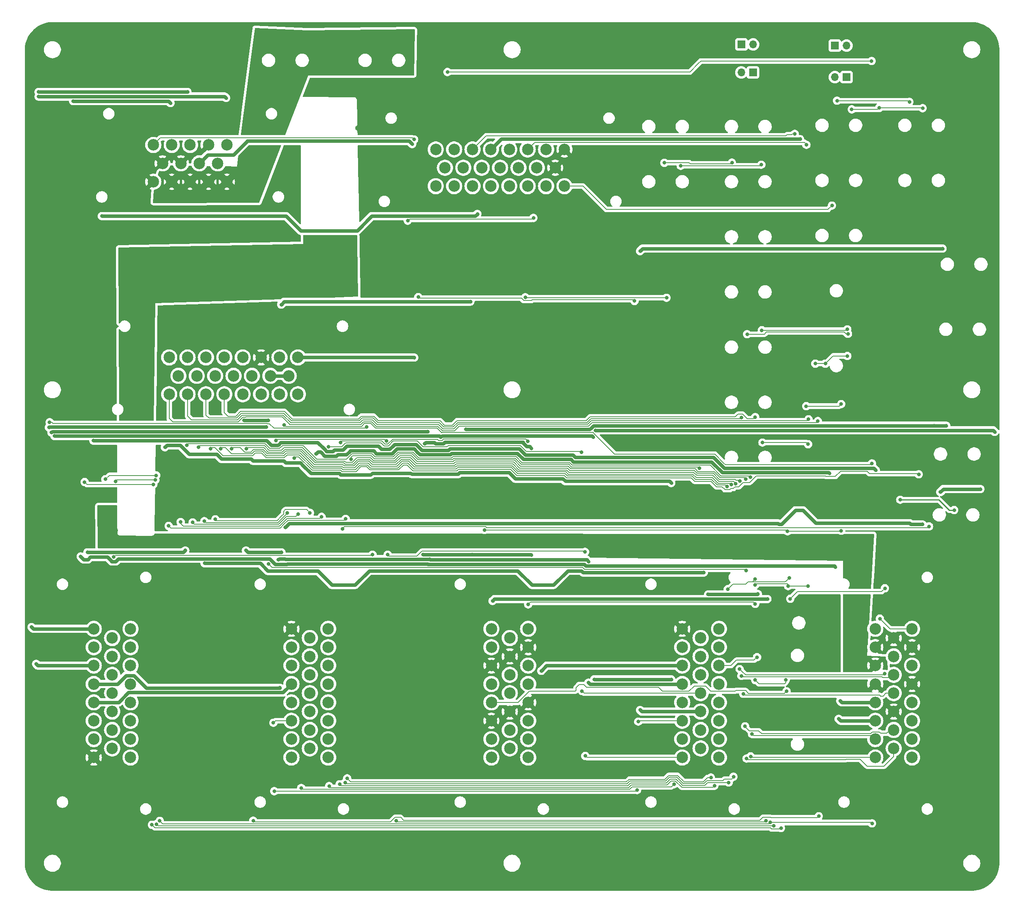
<source format=gbl>
G04 #@! TF.GenerationSoftware,KiCad,Pcbnew,8.0.2*
G04 #@! TF.CreationDate,2024-05-16T19:18:51+09:30*
G04 #@! TF.ProjectId,Motherboard 2024,4d6f7468-6572-4626-9f61-726420323032,rev?*
G04 #@! TF.SameCoordinates,Original*
G04 #@! TF.FileFunction,Copper,L2,Bot*
G04 #@! TF.FilePolarity,Positive*
%FSLAX46Y46*%
G04 Gerber Fmt 4.6, Leading zero omitted, Abs format (unit mm)*
G04 Created by KiCad (PCBNEW 8.0.2) date 2024-05-16 19:18:51*
%MOMM*%
%LPD*%
G01*
G04 APERTURE LIST*
G04 #@! TA.AperFunction,ComponentPad*
%ADD10R,1.700000X1.700000*%
G04 #@! TD*
G04 #@! TA.AperFunction,ComponentPad*
%ADD11O,1.700000X1.700000*%
G04 #@! TD*
G04 #@! TA.AperFunction,ComponentPad*
%ADD12C,2.500000*%
G04 #@! TD*
G04 #@! TA.AperFunction,ViaPad*
%ADD13C,1.250000*%
G04 #@! TD*
G04 #@! TA.AperFunction,ViaPad*
%ADD14C,0.800000*%
G04 #@! TD*
G04 #@! TA.AperFunction,Conductor*
%ADD15C,0.200000*%
G04 #@! TD*
G04 #@! TA.AperFunction,Conductor*
%ADD16C,0.800000*%
G04 #@! TD*
G04 #@! TA.AperFunction,Conductor*
%ADD17C,0.250000*%
G04 #@! TD*
G04 APERTURE END LIST*
D10*
X291079000Y-42164000D03*
D11*
X293619000Y-42164000D03*
D10*
X313944000Y-49276000D03*
D11*
X311404000Y-49276000D03*
D10*
X311399000Y-42418000D03*
D11*
X313939000Y-42418000D03*
D10*
X293578200Y-48260000D03*
D11*
X291038200Y-48260000D03*
D12*
X252575600Y-64999600D03*
X248575600Y-64999600D03*
X244575600Y-64999600D03*
X240575600Y-64999600D03*
X236575600Y-64999600D03*
X232575600Y-64999600D03*
X228575600Y-64999600D03*
X224575600Y-64999600D03*
X250575600Y-68999600D03*
X246575600Y-68999600D03*
X242575600Y-68999600D03*
X238575600Y-68999600D03*
X234575600Y-68999600D03*
X230575600Y-68999600D03*
X226575600Y-68999600D03*
X252575600Y-72999600D03*
X248575600Y-72999600D03*
X244575600Y-72999600D03*
X240575600Y-72999600D03*
X236575600Y-72999600D03*
X232575600Y-72999600D03*
X228575600Y-72999600D03*
X224575600Y-72999600D03*
X236684851Y-169301638D03*
X236684851Y-173301638D03*
X236684851Y-177301638D03*
X236684851Y-181301638D03*
X236684851Y-185301638D03*
X236684851Y-189301638D03*
X236684851Y-193301638D03*
X236684851Y-197301638D03*
X240684851Y-171301638D03*
X240684851Y-175301638D03*
X240684851Y-179301638D03*
X240684851Y-183301638D03*
X240684851Y-187301638D03*
X240684851Y-191301638D03*
X240684851Y-195301638D03*
X244684851Y-169301638D03*
X244684851Y-173301638D03*
X244684851Y-177301638D03*
X244684851Y-181301638D03*
X244684851Y-185301638D03*
X244684851Y-189301638D03*
X244684851Y-193301638D03*
X244684851Y-197301638D03*
X150184851Y-169301638D03*
X150184851Y-173301638D03*
X150184851Y-177301638D03*
X150184851Y-181301638D03*
X150184851Y-185301638D03*
X150184851Y-189301638D03*
X150184851Y-193301638D03*
X150184851Y-197301638D03*
X154184851Y-171301638D03*
X154184851Y-175301638D03*
X154184851Y-179301638D03*
X154184851Y-183301638D03*
X154184851Y-187301638D03*
X154184851Y-191301638D03*
X154184851Y-195301638D03*
X158184851Y-169301638D03*
X158184851Y-173301638D03*
X158184851Y-177301638D03*
X158184851Y-181301638D03*
X158184851Y-185301638D03*
X158184851Y-189301638D03*
X158184851Y-193301638D03*
X158184851Y-197301638D03*
X278194744Y-169301535D03*
X278194744Y-173301535D03*
X278194744Y-177301535D03*
X278194744Y-181301535D03*
X278194744Y-185301535D03*
X278194744Y-189301535D03*
X278194744Y-193301535D03*
X278194744Y-197301535D03*
X282194744Y-171301535D03*
X282194744Y-175301535D03*
X282194744Y-179301535D03*
X282194744Y-183301535D03*
X282194744Y-187301535D03*
X282194744Y-191301535D03*
X282194744Y-195301535D03*
X286194744Y-169301535D03*
X286194744Y-173301535D03*
X286194744Y-177301535D03*
X286194744Y-181301535D03*
X286194744Y-185301535D03*
X286194744Y-189301535D03*
X286194744Y-193301535D03*
X286194744Y-197301535D03*
X193184851Y-169301638D03*
X193184851Y-173301638D03*
X193184851Y-177301638D03*
X193184851Y-181301638D03*
X193184851Y-185301638D03*
X193184851Y-189301638D03*
X193184851Y-193301638D03*
X193184851Y-197301638D03*
X197184851Y-171301638D03*
X197184851Y-175301638D03*
X197184851Y-179301638D03*
X197184851Y-183301638D03*
X197184851Y-187301638D03*
X197184851Y-191301638D03*
X197184851Y-195301638D03*
X201184851Y-169301638D03*
X201184851Y-173301638D03*
X201184851Y-177301638D03*
X201184851Y-181301638D03*
X201184851Y-185301638D03*
X201184851Y-189301638D03*
X201184851Y-193301638D03*
X201184851Y-197301638D03*
X179142000Y-64034400D03*
X175142000Y-64034400D03*
X171142000Y-64034400D03*
X167142000Y-64034400D03*
X163142000Y-64034400D03*
X177142000Y-68034400D03*
X173142000Y-68034400D03*
X169142000Y-68034400D03*
X165142000Y-68034400D03*
X179142000Y-72034400D03*
X175142000Y-72034400D03*
X171142000Y-72034400D03*
X167142000Y-72034400D03*
X163142000Y-72034400D03*
X320194744Y-169301535D03*
X320194744Y-173301535D03*
X320194744Y-177301535D03*
X320194744Y-181301535D03*
X320194744Y-185301535D03*
X320194744Y-189301535D03*
X320194744Y-193301535D03*
X320194744Y-197301535D03*
X324194744Y-171301535D03*
X324194744Y-175301535D03*
X324194744Y-179301535D03*
X324194744Y-183301535D03*
X324194744Y-187301535D03*
X324194744Y-191301535D03*
X324194744Y-195301535D03*
X328194744Y-169301535D03*
X328194744Y-173301535D03*
X328194744Y-177301535D03*
X328194744Y-181301535D03*
X328194744Y-185301535D03*
X328194744Y-189301535D03*
X328194744Y-193301535D03*
X328194744Y-197301535D03*
X194588400Y-110262400D03*
X190588400Y-110262400D03*
X186588400Y-110262400D03*
X182588400Y-110262400D03*
X178588400Y-110262400D03*
X174588400Y-110262400D03*
X170588400Y-110262400D03*
X166588400Y-110262400D03*
X192588400Y-114262400D03*
X188588400Y-114262400D03*
X184588400Y-114262400D03*
X180588400Y-114262400D03*
X176588400Y-114262400D03*
X172588400Y-114262400D03*
X168588400Y-114262400D03*
X194588400Y-118262400D03*
X190588400Y-118262400D03*
X186588400Y-118262400D03*
X182588400Y-118262400D03*
X178588400Y-118262400D03*
X174588400Y-118262400D03*
X170588400Y-118262400D03*
X166588400Y-118262400D03*
D13*
X199237600Y-46685200D03*
X187858400Y-50038000D03*
X191668400Y-50088800D03*
D14*
X305206400Y-64008000D03*
X303834800Y-62749700D03*
X302666400Y-61620400D03*
X268630400Y-189484000D03*
X268376400Y-204368400D03*
X189433200Y-204622400D03*
X220776800Y-97129600D03*
X267817600Y-97981500D03*
X189252900Y-189738000D03*
X218490800Y-80501500D03*
X245821200Y-79908400D03*
X276402800Y-203098400D03*
X274777200Y-97282000D03*
X244043200Y-97180400D03*
X195326000Y-203922900D03*
X233629200Y-79044800D03*
X151942800Y-79502000D03*
X320294000Y-134772400D03*
X150114000Y-128355100D03*
D13*
X314960000Y-152450800D03*
X152349200Y-147878800D03*
X315112400Y-150469600D03*
X317449200Y-152755600D03*
X152400000Y-149504400D03*
X317550800Y-150469600D03*
X316992000Y-177495200D03*
X317093600Y-175209200D03*
X314502800Y-177190400D03*
X154838400Y-149758400D03*
X314655200Y-175209200D03*
X154787600Y-147878800D03*
D14*
X312572400Y-184962800D03*
X147335351Y-153558190D03*
X311505600Y-155854400D03*
X198526400Y-131216400D03*
X310184800Y-135432800D03*
X312216800Y-188874400D03*
X293014400Y-136314700D03*
X293370000Y-192176400D03*
X170383200Y-129354600D03*
X293065200Y-197053200D03*
X292014897Y-136714700D03*
X172923200Y-129754600D03*
X287907088Y-138314700D03*
X290670500Y-178054000D03*
X175615600Y-130154600D03*
X322224400Y-179070000D03*
X291070500Y-179527200D03*
X177800000Y-130154600D03*
X288834433Y-137914700D03*
X289833681Y-137702288D03*
X291470500Y-183438800D03*
X180187600Y-130154600D03*
X291870500Y-190500000D03*
X290728400Y-137114700D03*
X183337200Y-130154600D03*
X292181852Y-197520855D03*
X292049200Y-156634700D03*
X188173596Y-155195504D03*
X321194244Y-167081200D03*
X319452377Y-133315700D03*
X191617600Y-124956600D03*
X193751200Y-132155100D03*
X329641200Y-135686800D03*
X145694400Y-54491900D03*
X166878000Y-54914800D03*
X256399300Y-182829200D03*
X201269600Y-129692400D03*
X256286000Y-130860800D03*
X219862400Y-62839600D03*
X296722800Y-162814000D03*
X236931200Y-163220400D03*
X301091600Y-148082000D03*
X312775600Y-147969300D03*
X235153200Y-147777200D03*
X300888400Y-182880000D03*
X322275200Y-160477200D03*
X301694600Y-162763200D03*
X203860400Y-128755100D03*
X244684851Y-163982400D03*
X294069500Y-163880800D03*
X244602000Y-128473200D03*
X300685200Y-180451035D03*
X294069500Y-180451035D03*
X190957200Y-98755200D03*
X221792800Y-153162500D03*
X232460800Y-153127200D03*
X232105200Y-98083100D03*
X245384851Y-153263600D03*
X245384851Y-130048000D03*
X222148400Y-129032000D03*
X247534851Y-178451638D03*
X219448186Y-63839600D03*
X219884851Y-110286800D03*
X343052400Y-138887200D03*
X334326500Y-139547600D03*
X191871600Y-147218400D03*
X330444244Y-146570300D03*
X197205600Y-144068800D03*
X176631600Y-145471300D03*
X174244000Y-145871300D03*
X192278000Y-144119600D03*
X194665600Y-144322800D03*
X171704000Y-146151600D03*
X169078900Y-146050000D03*
X199745600Y-144932400D03*
X166471600Y-146913600D03*
X204978000Y-145377700D03*
X182880000Y-123956100D03*
X188089708Y-123963700D03*
X307898800Y-210058000D03*
X184861200Y-211041300D03*
X295503600Y-104343200D03*
X294069500Y-159766000D03*
X314096400Y-104140000D03*
X294057200Y-123240800D03*
X305580100Y-129133600D03*
X295402000Y-68326000D03*
X305511200Y-159969200D03*
X294469500Y-175463200D03*
X295656000Y-128778000D03*
X301244000Y-160020000D03*
X277876000Y-68580000D03*
X301447200Y-158242000D03*
X292303200Y-105206800D03*
X288087335Y-160679865D03*
X274320000Y-67919600D03*
X294069500Y-158496000D03*
X289001200Y-67880500D03*
X314252285Y-105127272D03*
X291057200Y-123309433D03*
X307136800Y-111607600D03*
X305663600Y-123709433D03*
X314096400Y-109931200D03*
X309321200Y-111607600D03*
X315061600Y-56286400D03*
X321005200Y-55981600D03*
X227126800Y-48158400D03*
X330504800Y-56032400D03*
X319379600Y-45770800D03*
X310760000Y-77216000D03*
X327609200Y-54660800D03*
X307695600Y-124104400D03*
X311861200Y-54406800D03*
X275792700Y-137566400D03*
X165658800Y-129794000D03*
X231140000Y-125905300D03*
X332943200Y-125108933D03*
X335635600Y-125109433D03*
X259304522Y-126108933D03*
X258775200Y-127558800D03*
X141630400Y-127355600D03*
X225653600Y-127609600D03*
X259029200Y-180302035D03*
X346151200Y-126441200D03*
X337362800Y-143459200D03*
X275793200Y-180302035D03*
X325628000Y-141224000D03*
X190652400Y-182118000D03*
X334822800Y-86563200D03*
X269025100Y-87122000D03*
X269025100Y-186957378D03*
X205300334Y-201816164D03*
X284429200Y-201654500D03*
X289345100Y-201472800D03*
X204879817Y-202722900D03*
X203657200Y-203122900D03*
X288290000Y-202742800D03*
X285191200Y-203454000D03*
X201371200Y-203522900D03*
X183286400Y-152247600D03*
X191008000Y-152654500D03*
X189839600Y-128355100D03*
X213817200Y-128422400D03*
X136656600Y-168910000D03*
X170552100Y-52492900D03*
X138176000Y-52492900D03*
X148793200Y-152654000D03*
X170078400Y-152247600D03*
X138176000Y-53492400D03*
X178968400Y-53797200D03*
X137656100Y-176923969D03*
X222808800Y-126356100D03*
X140974093Y-126597693D03*
X140411200Y-125476000D03*
X187655200Y-125356600D03*
X140575517Y-124356600D03*
X209550000Y-125356600D03*
X210820000Y-153162000D03*
X154533600Y-153653500D03*
X282894244Y-157035200D03*
X283819600Y-161814500D03*
X294640000Y-161696400D03*
X174294800Y-155053500D03*
X163830000Y-211785200D03*
X154889200Y-137210800D03*
X163576000Y-136906000D03*
X298094400Y-212140800D03*
X305155600Y-120853200D03*
X162842120Y-211937182D03*
X312775600Y-120396000D03*
X299669200Y-212648800D03*
X148183600Y-137363200D03*
X163130500Y-137869038D03*
X296381371Y-211041300D03*
X216001600Y-211023200D03*
X331876400Y-147015200D03*
X204266800Y-147523200D03*
D13*
X201320400Y-90881200D03*
X199034400Y-90881200D03*
X158648400Y-93370400D03*
X160985200Y-91084400D03*
X160934400Y-93421200D03*
X198983600Y-93167200D03*
X201269600Y-93218000D03*
X158699200Y-91084400D03*
D14*
X319481200Y-211632800D03*
X297359962Y-211441300D03*
X152704800Y-136753600D03*
X164536755Y-211078445D03*
X163749699Y-135921706D03*
X281889200Y-134377900D03*
X206145397Y-132383797D03*
X190335351Y-154274100D03*
X257798300Y-181000400D03*
X223266000Y-154127200D03*
X257798300Y-154635200D03*
X257048000Y-152552400D03*
X214122000Y-153162500D03*
X257098800Y-196951600D03*
D15*
X252780400Y-63449600D02*
X252780800Y-63449200D01*
X246125600Y-63449600D02*
X252780400Y-63449600D01*
X305206400Y-64008000D02*
X305206400Y-63855600D01*
X305206400Y-63855600D02*
X304800000Y-63449200D01*
X252780800Y-63449200D02*
X304800000Y-63449200D01*
X244575600Y-64999600D02*
X246125600Y-63449600D01*
D16*
X238825500Y-62749700D02*
X236575600Y-64999600D01*
X303834800Y-62749700D02*
X238825500Y-62749700D01*
D15*
X301955200Y-61823600D02*
X302158400Y-61620400D01*
X288239200Y-62049700D02*
X298196000Y-62049700D01*
X300431200Y-62049700D02*
X300713100Y-62049700D01*
X298196000Y-62049700D02*
X300250900Y-62049700D01*
X241096800Y-62049700D02*
X288239200Y-62049700D01*
X300250900Y-62049700D02*
X300431200Y-62049700D01*
X235525500Y-62049700D02*
X241096800Y-62049700D01*
X300939200Y-61823600D02*
X301955200Y-61823600D01*
X232575600Y-64999600D02*
X235525500Y-62049700D01*
X300713100Y-62049700D02*
X300939200Y-61823600D01*
X302158400Y-61620400D02*
X302666400Y-61620400D01*
X261620000Y-97682000D02*
X260553200Y-97682000D01*
X268122400Y-204622400D02*
X268376400Y-204368400D01*
X265684000Y-97682000D02*
X265074400Y-97682000D01*
X267658800Y-97682000D02*
X265684000Y-97682000D01*
X268812865Y-189301535D02*
X278194744Y-189301535D01*
X189433200Y-204622400D02*
X268122400Y-204622400D01*
X264414000Y-97682000D02*
X262991600Y-97682000D01*
X265074400Y-97682000D02*
X264414000Y-97682000D01*
X262991600Y-97682000D02*
X261620000Y-97682000D01*
X245567200Y-97682000D02*
X245368800Y-97880400D01*
X189689262Y-189301638D02*
X189252900Y-189738000D01*
X243727200Y-97880400D02*
X243281200Y-97434400D01*
X221030800Y-97383600D02*
X220776800Y-97129600D01*
X248310400Y-97682000D02*
X245567200Y-97682000D01*
X268630400Y-189484000D02*
X268812865Y-189301535D01*
X255924000Y-97682000D02*
X255676400Y-97682000D01*
X243281200Y-97383600D02*
X221030800Y-97383600D01*
X243281200Y-97434400D02*
X243281200Y-97383600D01*
X260553200Y-97682000D02*
X255924000Y-97682000D01*
X267817600Y-97981500D02*
X267817600Y-97840800D01*
X245368800Y-97880400D02*
X243727200Y-97880400D01*
X193184851Y-189301638D02*
X189689262Y-189301638D01*
X267817600Y-97840800D02*
X267658800Y-97682000D01*
X255676400Y-97682000D02*
X248310400Y-97682000D01*
X218857600Y-80202000D02*
X220573600Y-80202000D01*
X220573600Y-80202000D02*
X245527600Y-80202000D01*
X218490800Y-80501500D02*
X218779100Y-80213200D01*
X218779100Y-80213200D02*
X218846400Y-80213200D01*
X218846400Y-80213200D02*
X218857600Y-80202000D01*
X245527600Y-80202000D02*
X245821200Y-79908400D01*
X267304800Y-203668400D02*
X266750800Y-204222400D01*
X276402800Y-203098400D02*
X275832800Y-203668400D01*
X266750800Y-204222400D02*
X195625500Y-204222400D01*
X274777200Y-97282000D02*
X244144800Y-97282000D01*
X195625500Y-204222400D02*
X195326000Y-203922900D01*
X275832800Y-203668400D02*
X267304800Y-203668400D01*
X244144800Y-97282000D02*
X244043200Y-97180400D01*
D16*
X195224400Y-82702400D02*
X207467200Y-82702400D01*
X210667600Y-79502000D02*
X233172000Y-79502000D01*
X151942800Y-79502000D02*
X192024000Y-79502000D01*
X192024000Y-79502000D02*
X195224400Y-82702400D01*
X233172000Y-79502000D02*
X233629200Y-79044800D01*
X207467200Y-82702400D02*
X210667600Y-79502000D01*
X202188800Y-130692400D02*
X202488800Y-130392400D01*
X200355200Y-130200400D02*
X200847200Y-130692400D01*
X256895600Y-131978400D02*
X284988000Y-131978400D01*
X190253814Y-129355100D02*
X190462257Y-129146657D01*
X218948000Y-129155600D02*
X220292100Y-129155600D01*
X227303950Y-130432000D02*
X227619950Y-130116000D01*
X150114000Y-128355100D02*
X151908500Y-128355100D01*
X287324800Y-134315200D02*
X319836800Y-134315200D01*
X254936800Y-131978400D02*
X256895600Y-131978400D01*
X187773300Y-128355100D02*
X188773300Y-129355100D01*
X204790400Y-129982349D02*
X205217149Y-129555600D01*
X214562786Y-130222400D02*
X215369393Y-129415793D01*
X212090000Y-129555600D02*
X212756800Y-130222400D01*
X220292100Y-129155600D02*
X221568501Y-130432000D01*
X215369393Y-129415793D02*
X215629586Y-129155600D01*
X284988000Y-131978400D02*
X287324800Y-134315200D01*
X202488800Y-130392400D02*
X204380349Y-130392400D01*
X244046851Y-131448000D02*
X249936000Y-131448000D01*
X200847200Y-130692400D02*
X202188800Y-130692400D01*
X221568501Y-130432000D02*
X227303950Y-130432000D01*
X198910400Y-128755600D02*
X200355200Y-130200400D01*
X242714850Y-130116000D02*
X244046851Y-131448000D01*
X319836800Y-134315200D02*
X320294000Y-134772400D01*
X195884800Y-128755600D02*
X198910400Y-128755600D01*
X190853314Y-128755600D02*
X195884800Y-128755600D01*
X206603600Y-129555600D02*
X210753600Y-129555600D01*
X204380349Y-130392400D02*
X204790400Y-129982349D01*
X249936000Y-131448000D02*
X254406400Y-131448000D01*
X210753600Y-129555600D02*
X212090000Y-129555600D01*
X227619950Y-130116000D02*
X242714850Y-130116000D01*
X205217149Y-129555600D02*
X206603600Y-129555600D01*
X212756800Y-130222400D02*
X214562786Y-130222400D01*
X188773300Y-129355100D02*
X190253814Y-129355100D01*
X190462257Y-129146657D02*
X190853314Y-128755600D01*
X215629586Y-129155600D02*
X218948000Y-129155600D01*
X152873700Y-128355100D02*
X187773300Y-128355100D01*
X151908500Y-128355100D02*
X152873700Y-128355100D01*
X254406400Y-131448000D02*
X254936800Y-131978400D01*
X222790000Y-155162000D02*
X222891601Y-155263601D01*
X149469600Y-153654000D02*
X151536400Y-153654000D01*
X243516399Y-155263601D02*
X245364000Y-155263601D01*
X250799600Y-155263601D02*
X254812800Y-155263601D01*
X192278000Y-155162000D02*
X193598800Y-155162000D01*
X149453600Y-153670000D02*
X149469600Y-153654000D01*
X245364000Y-155263601D02*
X250799600Y-155263601D01*
X218541600Y-155162000D02*
X219538800Y-155162000D01*
X148539200Y-154228800D02*
X148894800Y-154228800D01*
X189382400Y-154990800D02*
X189665700Y-155274100D01*
X227869999Y-155263601D02*
X228549200Y-155263601D01*
X154947814Y-154653500D02*
X155547314Y-154054000D01*
X241096800Y-155263601D02*
X243516399Y-155263601D01*
X156057600Y-154054000D02*
X168452800Y-154054000D01*
X182270400Y-154054000D02*
X187096400Y-154054000D01*
X312911135Y-185301535D02*
X312572400Y-184962800D01*
X147335351Y-153558190D02*
X148005961Y-154228800D01*
X217303600Y-155162000D02*
X218084400Y-155162000D01*
X148894800Y-154228800D02*
X149453600Y-153670000D01*
X153961743Y-154495857D02*
X154119386Y-154653500D01*
X219538800Y-155162000D02*
X219710000Y-155162000D01*
X192165900Y-155274100D02*
X192278000Y-155162000D01*
X154119386Y-154653500D02*
X154947814Y-154653500D01*
X151536400Y-153654000D02*
X153119886Y-153654000D01*
X168452800Y-154054000D02*
X182270400Y-154054000D01*
X239909599Y-155263601D02*
X241096800Y-155263601D01*
X148005961Y-154228800D02*
X148539200Y-154228800D01*
X222891601Y-155263601D02*
X224332800Y-155263601D01*
X187096400Y-154054000D02*
X188112400Y-154054000D01*
X234238800Y-155263601D02*
X239909599Y-155263601D01*
X155547314Y-154054000D02*
X156057600Y-154054000D01*
X233305599Y-155263601D02*
X234238800Y-155263601D01*
X188112400Y-154054000D02*
X188445600Y-154054000D01*
X254812800Y-155263601D02*
X256844800Y-155263601D01*
X189665700Y-155274100D02*
X192165900Y-155274100D01*
X256844800Y-155263601D02*
X257216399Y-155635200D01*
X218084400Y-155162000D02*
X218541600Y-155162000D01*
X320194744Y-185301535D02*
X312911135Y-185301535D01*
X153119886Y-153654000D02*
X153961743Y-154495857D01*
X224332800Y-155263601D02*
X227869999Y-155263601D01*
X219710000Y-155162000D02*
X222790000Y-155162000D01*
X228549200Y-155263601D02*
X233305599Y-155263601D01*
X311286400Y-155635200D02*
X311505600Y-155854400D01*
X188445600Y-154054000D02*
X189382400Y-154990800D01*
X193598800Y-155162000D02*
X217303600Y-155162000D01*
X257216399Y-155635200D02*
X311286400Y-155635200D01*
X203250800Y-131392400D02*
X202950799Y-131692401D01*
X289407600Y-135315200D02*
X286910586Y-135315200D01*
X222859600Y-131432000D02*
X221154287Y-131432000D01*
X242300636Y-131116000D02*
X232156000Y-131116000D01*
X272084800Y-132978400D02*
X257302000Y-132978400D01*
X207111600Y-130555600D02*
X205994400Y-130555600D01*
X211023200Y-130555600D02*
X207111600Y-130555600D01*
X201828400Y-131692401D02*
X200432987Y-131692401D01*
X232156000Y-131116000D02*
X228601200Y-131116000D01*
X205790800Y-130759200D02*
X205157600Y-131392400D01*
X312643935Y-189301535D02*
X312216800Y-188874400D01*
X215042400Y-131222400D02*
X213410800Y-131222400D01*
X199499786Y-130759200D02*
X198983600Y-130759200D01*
X220568501Y-130846214D02*
X219917944Y-130195657D01*
X228601200Y-131116000D02*
X228034164Y-131116000D01*
X205157600Y-131392400D02*
X203250800Y-131392400D01*
X213410800Y-131222400D02*
X211690000Y-131222400D01*
X202950799Y-131692401D02*
X201828400Y-131692401D01*
X320194744Y-189301535D02*
X312643935Y-189301535D01*
X216109200Y-130155600D02*
X215042400Y-131222400D01*
X217074400Y-130155600D02*
X216255600Y-130155600D01*
X221154287Y-131432000D02*
X220568501Y-130846214D01*
X205994400Y-130555600D02*
X205790800Y-130759200D01*
X200432987Y-131692401D02*
X199648093Y-130907507D01*
X284573786Y-132978400D02*
X272084800Y-132978400D01*
X257302000Y-132978400D02*
X254522586Y-132978400D01*
X199648093Y-130907507D02*
X199499786Y-130759200D01*
X253992186Y-132448000D02*
X245110000Y-132448000D01*
X254522586Y-132978400D02*
X253992186Y-132448000D01*
X245110000Y-132448000D02*
X243632637Y-132448000D01*
X219877887Y-130155600D02*
X218533786Y-130155600D01*
X243632637Y-132448000D02*
X242300636Y-131116000D01*
X306222400Y-135315200D02*
X291271200Y-135315200D01*
X286910586Y-135315200D02*
X284573786Y-132978400D01*
X218533786Y-130155600D02*
X217074400Y-130155600D01*
X310184800Y-135432800D02*
X310067200Y-135315200D01*
X219917944Y-130195657D02*
X219877887Y-130155600D01*
X310067200Y-135315200D02*
X306222400Y-135315200D01*
X227718163Y-131432001D02*
X222859600Y-131432000D01*
X198983600Y-130759200D02*
X198526400Y-131216400D01*
X211690000Y-131222400D02*
X211023200Y-130555600D01*
X291271200Y-135315200D02*
X289407600Y-135315200D01*
X228034164Y-131116000D02*
X227718163Y-131432001D01*
X216255600Y-130155600D02*
X216109200Y-130155600D01*
D15*
X210733250Y-131255600D02*
X206284350Y-131255600D01*
X220864337Y-132132000D02*
X219587937Y-130855600D01*
X284283837Y-133678400D02*
X254232636Y-133678400D01*
X170682700Y-129055100D02*
X170383200Y-129354600D01*
X243342687Y-133148000D02*
X242010686Y-131816000D01*
X187483350Y-129055100D02*
X170682700Y-129055100D01*
X205147549Y-132392401D02*
X198712451Y-132392401D01*
X253702236Y-133148000D02*
X243342687Y-133148000D01*
X190611700Y-130055100D02*
X188483350Y-130055100D01*
X219587937Y-130855600D02*
X216399150Y-130855600D01*
X198712451Y-132392401D02*
X195775650Y-129455600D01*
X292714900Y-136015200D02*
X286620636Y-136015200D01*
X242010686Y-131816000D02*
X228324114Y-131816000D01*
X211400050Y-131922400D02*
X210733250Y-131255600D01*
X228324114Y-131816000D02*
X228008112Y-132132001D01*
X215332349Y-131922400D02*
X211400050Y-131922400D01*
X320194744Y-193301535D02*
X319425209Y-192532000D01*
X286620636Y-136015200D02*
X284283837Y-133678400D01*
X188483350Y-130055100D02*
X187483350Y-129055100D01*
X206284350Y-131255600D02*
X205147549Y-132392401D01*
X293725600Y-192532000D02*
X293370000Y-192176400D01*
X228008112Y-132132001D02*
X220864337Y-132132000D01*
X293014400Y-136314700D02*
X292714900Y-136015200D01*
X216399150Y-130855600D02*
X215332349Y-131922400D01*
X195775650Y-129455600D02*
X191211200Y-129455600D01*
X254232636Y-133678400D02*
X253702236Y-133148000D01*
X319425209Y-192532000D02*
X293725600Y-192532000D01*
X191211200Y-129455600D02*
X190611700Y-130055100D01*
X215663719Y-132722400D02*
X211068678Y-132722400D01*
X187317664Y-129455100D02*
X175107600Y-129455100D01*
X188317664Y-130455100D02*
X187317664Y-129455100D01*
X195275200Y-129855600D02*
X191566800Y-129855600D01*
X173222700Y-129455100D02*
X172923200Y-129754600D01*
X243011315Y-133948000D02*
X241679314Y-132616000D01*
X173532800Y-129455100D02*
X173222700Y-129455100D01*
X207463544Y-132055600D02*
X206435347Y-133083797D01*
X190967300Y-130455100D02*
X189077600Y-130455100D01*
X286454950Y-136415199D02*
X285117651Y-135077900D01*
X320194744Y-197301535D02*
X293313535Y-197301535D01*
X253370864Y-133948000D02*
X243011315Y-133948000D01*
X292014897Y-136714700D02*
X291715397Y-136415200D01*
X228339482Y-132932001D02*
X220532965Y-132932000D01*
X281599250Y-135077900D02*
X280999750Y-134478400D01*
X216730521Y-131655600D02*
X215663719Y-132722400D01*
X205015396Y-133083797D02*
X204724000Y-132792401D01*
X291715397Y-136415200D02*
X286454950Y-136415199D01*
X241679314Y-132616000D02*
X228655484Y-132616000D01*
X253901264Y-134478400D02*
X253370864Y-133948000D01*
X204724000Y-132792401D02*
X198527601Y-132792401D01*
X228655484Y-132616000D02*
X228339482Y-132932001D01*
X293313535Y-197301535D02*
X293065200Y-197053200D01*
X220532965Y-132932000D02*
X219256565Y-131655600D01*
X210401878Y-132055600D02*
X207463544Y-132055600D01*
X189077600Y-130455100D02*
X188317664Y-130455100D01*
X219256565Y-131655600D02*
X216730521Y-131655600D01*
X191566800Y-129855600D02*
X190967300Y-130455100D01*
X195590800Y-129855600D02*
X195275200Y-129855600D01*
X196850000Y-131114800D02*
X195590800Y-129855600D01*
X206435347Y-133083797D02*
X205015396Y-133083797D01*
X175107600Y-129455100D02*
X173532800Y-129455100D01*
X211068678Y-132722400D02*
X210401878Y-132055600D01*
X198527601Y-132792401D02*
X196850000Y-131114800D01*
X280999750Y-134478400D02*
X253901264Y-134478400D01*
X285117651Y-135077900D02*
X281599250Y-135077900D01*
X292658800Y-179351535D02*
X292150800Y-179351535D01*
X192229541Y-131455600D02*
X191630040Y-132055100D01*
X284597061Y-136820053D02*
X282854400Y-136820053D01*
X298805600Y-179351535D02*
X293088465Y-179351535D01*
X197864857Y-134392401D02*
X194928056Y-131455600D01*
X242348571Y-135548000D02*
X241016570Y-134216000D01*
X292150800Y-179351535D02*
X291998400Y-179351535D01*
X187654920Y-132055100D02*
X186654920Y-131055100D01*
X219804714Y-134532000D02*
X218528314Y-133255600D01*
X225856800Y-134532001D02*
X219804714Y-134532000D01*
X230124000Y-134216000D02*
X229318224Y-134216000D01*
X204352652Y-134683797D02*
X204061256Y-134392401D01*
X321942865Y-179351535D02*
X321513200Y-179351535D01*
X285792206Y-138015199D02*
X284597061Y-136820053D01*
X229318224Y-134216000D02*
X229002222Y-134532001D01*
X313385200Y-179351535D02*
X298805600Y-179351535D01*
X291975135Y-179351535D02*
X291236400Y-178612800D01*
X321513200Y-179351535D02*
X319074800Y-179351535D01*
X291229300Y-178612800D02*
X290670500Y-178054000D01*
X208126286Y-133655600D02*
X207098087Y-134683797D01*
X291236400Y-178612800D02*
X291229300Y-178612800D01*
X291998400Y-179351535D02*
X291975135Y-179351535D01*
X282854400Y-136820053D02*
X281078659Y-136820053D01*
X286258000Y-138015199D02*
X285792206Y-138015199D01*
X236626400Y-134216000D02*
X230124000Y-134216000D01*
X322224400Y-179070000D02*
X321942865Y-179351535D01*
X252708120Y-135548000D02*
X242348571Y-135548000D01*
X194928056Y-131455600D02*
X192229541Y-131455600D01*
X293088465Y-179351535D02*
X292658800Y-179351535D01*
X204061256Y-134392401D02*
X201168000Y-134392401D01*
X280337006Y-136078400D02*
X272288000Y-136078400D01*
X205587600Y-134683797D02*
X204352652Y-134683797D01*
X287607588Y-138015200D02*
X286258000Y-138015199D01*
X281078659Y-136820053D02*
X280337006Y-136078400D01*
X178310050Y-131654600D02*
X176510550Y-129855100D01*
X287907088Y-138314700D02*
X287607588Y-138015200D01*
X184690770Y-131654600D02*
X178310050Y-131654600D01*
X272288000Y-136078400D02*
X255879600Y-136078400D01*
X319074800Y-179351535D02*
X313385200Y-179351535D01*
X176428400Y-129855100D02*
X175915100Y-129855100D01*
X209739134Y-133655600D02*
X208126286Y-133655600D01*
X175915100Y-129855100D02*
X175615600Y-130154600D01*
X185290271Y-131055100D02*
X184690770Y-131654600D01*
X218528314Y-133255600D02*
X217393261Y-133255600D01*
X191630040Y-132055100D02*
X187654920Y-132055100D01*
X210405934Y-134322400D02*
X209739134Y-133655600D01*
X207098087Y-134683797D02*
X205587600Y-134683797D01*
X255879600Y-136078400D02*
X253238520Y-136078400D01*
X176510550Y-129855100D02*
X176428400Y-129855100D01*
X186654920Y-131055100D02*
X185290271Y-131055100D01*
X216326459Y-134322400D02*
X210405934Y-134322400D01*
X253238520Y-136078400D02*
X252708120Y-135548000D01*
X217393261Y-133255600D02*
X216326459Y-134322400D01*
X201168000Y-134392401D02*
X197864857Y-134392401D01*
X229002222Y-134532001D02*
X225856800Y-134532001D01*
X241016570Y-134216000D02*
X236626400Y-134216000D01*
X223773999Y-134132000D02*
X219970400Y-134132000D01*
X185124586Y-130655100D02*
X184525085Y-131254600D01*
X192063856Y-131055600D02*
X191464355Y-131655100D01*
X218694000Y-132855600D02*
X217227576Y-132855600D01*
X241182256Y-133816000D02*
X232562400Y-133816000D01*
X229152539Y-133816000D02*
X228836537Y-134132001D01*
X217227576Y-132855600D02*
X216160774Y-133922400D01*
X319582800Y-179751535D02*
X291294835Y-179751535D01*
X288834433Y-137914700D02*
X288534933Y-137615200D01*
X281244345Y-136420053D02*
X280502692Y-135678400D01*
X184525085Y-131254600D02*
X180164700Y-131254600D01*
X228836537Y-134132001D02*
X223773999Y-134132000D01*
X198030543Y-133992401D02*
X195093742Y-131055600D01*
X186820606Y-130655100D02*
X185124586Y-130655100D01*
X210571620Y-133922400D02*
X209904820Y-133255600D01*
X288534933Y-137615200D02*
X287731200Y-137615200D01*
X242514257Y-135148000D02*
X241182256Y-133816000D01*
X178562000Y-129855100D02*
X178099500Y-129855100D01*
X232562400Y-133816000D02*
X229152539Y-133816000D01*
X178765200Y-129855100D02*
X178562000Y-129855100D01*
X207960601Y-133255600D02*
X206932402Y-134283797D01*
X213309200Y-133922400D02*
X210571620Y-133922400D01*
X287731200Y-137615200D02*
X285957892Y-137615199D01*
X252873806Y-135148000D02*
X248107200Y-135148000D01*
X180164700Y-131254600D02*
X178765200Y-129855100D01*
X248107200Y-135148000D02*
X242514257Y-135148000D01*
X204226942Y-133992401D02*
X198030543Y-133992401D01*
X291294835Y-179751535D02*
X291070500Y-179527200D01*
X195093742Y-131055600D02*
X192063856Y-131055600D01*
X206932402Y-134283797D02*
X204518338Y-134283797D01*
X219970400Y-134132000D02*
X218694000Y-132855600D01*
X284762747Y-136420053D02*
X281244345Y-136420053D01*
X253404206Y-135678400D02*
X252873806Y-135148000D01*
X273202400Y-135678400D02*
X253404206Y-135678400D01*
X285957892Y-137615199D02*
X284762747Y-136420053D01*
X209904820Y-133255600D02*
X207960601Y-133255600D01*
X204518338Y-134283797D02*
X204226942Y-133992401D01*
X321635935Y-179751535D02*
X319582800Y-179751535D01*
X324194744Y-179301535D02*
X323562679Y-179933600D01*
X216160774Y-133922400D02*
X213309200Y-133922400D01*
X280502692Y-135678400D02*
X273202400Y-135678400D01*
X191464355Y-131655100D02*
X187820606Y-131655100D01*
X323562679Y-179933600D02*
X321818000Y-179933600D01*
X187820606Y-131655100D02*
X186820606Y-130655100D01*
X321818000Y-179933600D02*
X321635935Y-179751535D01*
X178099500Y-129855100D02*
X177800000Y-130154600D01*
X204392628Y-133592401D02*
X198196229Y-133592401D01*
X183047250Y-130854600D02*
X182047750Y-129855100D01*
X264160000Y-135278400D02*
X253569892Y-135278400D01*
X191298670Y-131255100D02*
X187986292Y-131255100D01*
X324194744Y-183301535D02*
X322514065Y-183301535D01*
X181914800Y-129855100D02*
X180441600Y-129855100D01*
X198196229Y-133592401D02*
X195259428Y-130655600D01*
X321114735Y-183751535D02*
X317914335Y-183751535D01*
X207794916Y-132855600D02*
X206766717Y-133883797D01*
X228670852Y-133732001D02*
X220201593Y-133732000D01*
X210737306Y-133522400D02*
X210070506Y-132855600D01*
X284816990Y-135908610D02*
X281298588Y-135908610D01*
X280668378Y-135278400D02*
X273354800Y-135278400D01*
X321868800Y-183946800D02*
X321310000Y-183946800D01*
X253569892Y-135278400D02*
X253039492Y-134748000D01*
X182047750Y-129855100D02*
X181914800Y-129855100D01*
X218925193Y-132455600D02*
X217061891Y-132455600D01*
X242679943Y-134748000D02*
X241347942Y-133416000D01*
X217061891Y-132455600D02*
X215995089Y-133522400D01*
X191898171Y-130655600D02*
X191298670Y-131255100D01*
X322514065Y-183301535D02*
X321868800Y-183946800D01*
X210070506Y-132855600D02*
X207794916Y-132855600D01*
X204684024Y-133883797D02*
X204392628Y-133592401D01*
X180441600Y-129900600D02*
X180187600Y-130154600D01*
X215995089Y-133522400D02*
X210737306Y-133522400D01*
X291775300Y-183743600D02*
X291470500Y-183438800D01*
X184759600Y-130454400D02*
X184359400Y-130854600D01*
X253039492Y-134748000D02*
X242679943Y-134748000D01*
X220201593Y-133732000D02*
X218925193Y-132455600D01*
X317906400Y-183743600D02*
X291775300Y-183743600D01*
X289052000Y-137215200D02*
X286123578Y-137215199D01*
X321310000Y-183946800D02*
X321259200Y-183896000D01*
X180441600Y-129855100D02*
X180441600Y-129900600D01*
X289346593Y-137215200D02*
X289052000Y-137215200D01*
X286123578Y-137215199D02*
X284816990Y-135908610D01*
X186986292Y-130255100D02*
X184958900Y-130255100D01*
X206766717Y-133883797D02*
X204684024Y-133883797D01*
X228986854Y-133416000D02*
X228670852Y-133732001D01*
X187986292Y-131255100D02*
X186986292Y-130255100D01*
X317914335Y-183751535D02*
X317906400Y-183743600D01*
X184359400Y-130854600D02*
X183047250Y-130854600D01*
X273354800Y-135278400D02*
X264160000Y-135278400D01*
X289833681Y-137702288D02*
X289346593Y-137215200D01*
X184958900Y-130255100D02*
X184759600Y-130454400D01*
X230174800Y-133416000D02*
X228986854Y-133416000D01*
X281298588Y-135908610D02*
X280668378Y-135278400D01*
X195259428Y-130655600D02*
X191898171Y-130655600D01*
X321259200Y-183896000D02*
X321114735Y-183751535D01*
X241347942Y-133416000D02*
X230174800Y-133416000D01*
X319552712Y-191751535D02*
X319456923Y-191847324D01*
X290621300Y-137007600D02*
X289915600Y-137007600D01*
X289723200Y-136815200D02*
X289306000Y-136815200D01*
X225399599Y-133332001D02*
X220367279Y-133332000D01*
X298958000Y-192132000D02*
X295598800Y-192132000D01*
X322681600Y-192024000D02*
X321360800Y-192024000D01*
X228821169Y-133016000D02*
X228505167Y-133332001D01*
X204849710Y-133483797D02*
X204558314Y-133192401D01*
X280834064Y-134878400D02*
X270052800Y-134878400D01*
X231089200Y-133016000D02*
X228821169Y-133016000D01*
X321360800Y-192024000D02*
X321088335Y-191751535D01*
X294797200Y-191476400D02*
X292771600Y-191476400D01*
X319172247Y-192132000D02*
X318160400Y-192132000D01*
X228505167Y-133332001D02*
X225399599Y-133332001D01*
X253735578Y-134878400D02*
X253205178Y-134348000D01*
X289915600Y-137007600D02*
X289723200Y-136815200D01*
X210236192Y-132455600D02*
X207629230Y-132455600D01*
X207629230Y-132455600D02*
X206601032Y-133483797D01*
X204558314Y-133192401D02*
X198361915Y-133192401D01*
X281433564Y-135477900D02*
X280834064Y-134878400D01*
X289306000Y-136815200D02*
X286289264Y-136815199D01*
X206601032Y-133483797D02*
X204849710Y-133483797D01*
X215829404Y-133122400D02*
X210902992Y-133122400D01*
X295452800Y-192132000D02*
X294797200Y-191476400D01*
X184200800Y-129855100D02*
X183636700Y-129855100D01*
X321088335Y-191751535D02*
X319552712Y-191751535D01*
X286289264Y-136815199D02*
X284951965Y-135477900D01*
X323404065Y-191301535D02*
X322681600Y-192024000D01*
X191132985Y-130855100D02*
X188151978Y-130855100D01*
X219090879Y-132055600D02*
X216896206Y-132055600D01*
X216896206Y-132055600D02*
X215829404Y-133122400D01*
X191732486Y-130255600D02*
X191132985Y-130855100D01*
X220367279Y-133332000D02*
X219090879Y-132055600D01*
X295598800Y-192132000D02*
X295452800Y-192132000D01*
X292760400Y-191465200D02*
X291870500Y-190575300D01*
X292771600Y-191476400D02*
X292760400Y-191465200D01*
X319456923Y-191847324D02*
X319172247Y-192132000D01*
X188151978Y-130855100D02*
X187151978Y-129855100D01*
X270052800Y-134878400D02*
X253735578Y-134878400D01*
X324194744Y-191301535D02*
X323404065Y-191301535D01*
X284951965Y-135477900D02*
X281433564Y-135477900D01*
X195425114Y-130255600D02*
X191732486Y-130255600D01*
X210902992Y-133122400D02*
X210236192Y-132455600D01*
X187151978Y-129855100D02*
X184200800Y-129855100D01*
X318160400Y-192132000D02*
X298958000Y-192132000D01*
X198361915Y-133192401D02*
X195425114Y-130255600D01*
X241513628Y-133016000D02*
X231089200Y-133016000D01*
X291870500Y-190575300D02*
X291870500Y-190500000D01*
X253205178Y-134348000D02*
X242845629Y-134348000D01*
X183636700Y-129855100D02*
X183337200Y-130154600D01*
X242845629Y-134348000D02*
X241513628Y-133016000D01*
X290728400Y-137114700D02*
X290621300Y-137007600D01*
X324194744Y-195301535D02*
X324194744Y-197069301D01*
X280771600Y-156335200D02*
X273253200Y-156335200D01*
X292049200Y-156634700D02*
X291749700Y-156335200D01*
X256554850Y-155963601D02*
X245872000Y-155963601D01*
X188952192Y-155974100D02*
X188173596Y-155195504D01*
X324194744Y-197069301D02*
X322077245Y-199186800D01*
X291749700Y-156335200D02*
X287985200Y-156335200D01*
X227482400Y-155974100D02*
X203250800Y-155974100D01*
X287985200Y-156335200D02*
X280771600Y-156335200D01*
X245861501Y-155974100D02*
X227482400Y-155974100D01*
X322077245Y-199186800D02*
X318414400Y-199186800D01*
X313739935Y-197753200D02*
X292414197Y-197753200D01*
X203250800Y-155974100D02*
X189941200Y-155974100D01*
X316929135Y-197701535D02*
X313791600Y-197701535D01*
X189941200Y-155974100D02*
X188952192Y-155974100D01*
X245872000Y-155963601D02*
X245861501Y-155974100D01*
X256926449Y-156335200D02*
X256554850Y-155963601D01*
X313791600Y-197701535D02*
X313739935Y-197753200D01*
X263804400Y-156335200D02*
X256926449Y-156335200D01*
X318414400Y-199186800D02*
X316929135Y-197701535D01*
X292414197Y-197753200D02*
X292181852Y-197520855D01*
X273253200Y-156335200D02*
X263804400Y-156335200D01*
X280466800Y-131278400D02*
X270357600Y-131278400D01*
X257556000Y-126604800D02*
X225868000Y-126604800D01*
X285277950Y-131278400D02*
X284276800Y-131278400D01*
X284276800Y-131278400D02*
X282600400Y-131278400D01*
X319152877Y-133615200D02*
X317144400Y-133615200D01*
X195224400Y-125256100D02*
X193802000Y-125256100D01*
X213817200Y-125656100D02*
X211457300Y-125656100D01*
X287210175Y-133210625D02*
X285277950Y-131278400D01*
X225868000Y-126604800D02*
X225856800Y-126616000D01*
X311850000Y-133615200D02*
X310743600Y-133615200D01*
X209031900Y-124656600D02*
X208432400Y-125256100D01*
X287614750Y-133615200D02*
X287210175Y-133210625D01*
X210457800Y-124656600D02*
X209031900Y-124656600D01*
X210616800Y-124815600D02*
X210457800Y-124656600D01*
X317144400Y-133615200D02*
X311850000Y-133615200D01*
X191917100Y-125256100D02*
X191617600Y-124956600D01*
X214094300Y-125656100D02*
X213817200Y-125656100D01*
X258811149Y-126604800D02*
X257556000Y-126604800D01*
X319452377Y-133315700D02*
X319152877Y-133615200D01*
X211457300Y-125656100D02*
X210616800Y-124815600D01*
X270357600Y-131278400D02*
X263484750Y-131278400D01*
X205147100Y-125256100D02*
X204419200Y-125256100D01*
X259092375Y-126886025D02*
X258811149Y-126604800D01*
X323414579Y-169301535D02*
X321194244Y-167081200D01*
X263484750Y-131278400D02*
X259092375Y-126886025D01*
X204419200Y-125256100D02*
X195224400Y-125256100D01*
X287934400Y-133615200D02*
X287614750Y-133615200D01*
X222097600Y-125656100D02*
X214094300Y-125656100D01*
X310743600Y-133615200D02*
X287934400Y-133615200D01*
X208432400Y-125256100D02*
X205147100Y-125256100D01*
X225856800Y-126616000D02*
X224896900Y-125656100D01*
X282600400Y-131278400D02*
X280466800Y-131278400D01*
X193802000Y-125256100D02*
X191917100Y-125256100D01*
X224896900Y-125656100D02*
X222097600Y-125656100D01*
X328194744Y-169301535D02*
X323414579Y-169301535D01*
X311505600Y-136144000D02*
X312634400Y-135015200D01*
X309473600Y-136144000D02*
X311505600Y-136144000D01*
X318414400Y-135015200D02*
X318933600Y-135534400D01*
X219639028Y-134932000D02*
X229167907Y-134932001D01*
X242182885Y-135948000D02*
X252542434Y-135948000D01*
X207263772Y-135083797D02*
X208291971Y-134055600D01*
X312634400Y-135015200D02*
X318414400Y-135015200D01*
X208291971Y-134055600D02*
X209573448Y-134055600D01*
X197699171Y-134792401D02*
X203895570Y-134792401D01*
X289329088Y-138785600D02*
X289712400Y-138402288D01*
X318933600Y-135534400D02*
X321208400Y-135534400D01*
X229483909Y-134616000D02*
X240850884Y-134616000D01*
X290502112Y-138402288D02*
X291439600Y-137464800D01*
X240850884Y-134616000D02*
X242182885Y-135948000D01*
X309344800Y-136015200D02*
X309473600Y-136144000D01*
X284431375Y-137220053D02*
X285626521Y-138415199D01*
X329488800Y-135534400D02*
X329641200Y-135686800D01*
X288493200Y-139039600D02*
X288747200Y-138785600D01*
X280912973Y-137220053D02*
X284431375Y-137220053D01*
X287491999Y-139039600D02*
X288493200Y-139039600D01*
X289712400Y-138402288D02*
X290502112Y-138402288D01*
X253072834Y-136478400D02*
X280171320Y-136478400D01*
X321208400Y-135534400D02*
X329488800Y-135534400D01*
X218362628Y-133655600D02*
X219639028Y-134932000D01*
X285626521Y-138415199D02*
X286867599Y-138415200D01*
X291439600Y-137464800D02*
X292854250Y-137464800D01*
X204186966Y-135083797D02*
X207263772Y-135083797D01*
X194762370Y-131855600D02*
X197699171Y-134792401D01*
X217558946Y-133655600D02*
X218362628Y-133655600D01*
X252542434Y-135948000D02*
X253072834Y-136478400D01*
X288747200Y-138785600D02*
X289329088Y-138785600D01*
X193751200Y-132155100D02*
X194050700Y-131855600D01*
X194050700Y-131855600D02*
X194762370Y-131855600D01*
X280171320Y-136478400D02*
X280912973Y-137220053D01*
X216492144Y-134722400D02*
X217558946Y-133655600D01*
X294303850Y-136015200D02*
X309344800Y-136015200D01*
X292854250Y-137464800D02*
X294303850Y-136015200D01*
X210240248Y-134722400D02*
X216492144Y-134722400D01*
X286867599Y-138415200D02*
X287491999Y-139039600D01*
X229167907Y-134932001D02*
X229483909Y-134616000D01*
X209573448Y-134055600D02*
X210240248Y-134722400D01*
X203895570Y-134792401D02*
X204186966Y-135083797D01*
D16*
X145694400Y-54491900D02*
X166455100Y-54491900D01*
X166455100Y-54491900D02*
X166878000Y-54914800D01*
D15*
X256173200Y-130748000D02*
X256286000Y-130860800D01*
X204090400Y-129692400D02*
X204927200Y-128855600D01*
X244195600Y-130606800D02*
X244336800Y-130748000D01*
X282194744Y-183301535D02*
X256871635Y-183301535D01*
X212694764Y-128855600D02*
X213361564Y-129522400D01*
X236575600Y-129416000D02*
X243004800Y-129416000D01*
X256871635Y-183301535D02*
X256399300Y-182829200D01*
X225439200Y-129732000D02*
X227014000Y-129732000D01*
X227014000Y-129732000D02*
X227330000Y-129416000D01*
X204927200Y-128855600D02*
X212694764Y-128855600D01*
X227330000Y-129416000D02*
X236575600Y-129416000D01*
X215339636Y-128455600D02*
X220582050Y-128455600D01*
X243004800Y-129416000D02*
X244195600Y-130606800D01*
X220582050Y-128455600D02*
X221858450Y-129732000D01*
X214272836Y-129522400D02*
X215339636Y-128455600D01*
X213361564Y-129522400D02*
X214272836Y-129522400D01*
X201269600Y-129692400D02*
X204090400Y-129692400D01*
X244336800Y-130748000D02*
X256173200Y-130748000D01*
X221858450Y-129732000D02*
X225439200Y-129732000D01*
X219507200Y-62484400D02*
X164692000Y-62484400D01*
X219862400Y-62839600D02*
X219507200Y-62484400D01*
X164692000Y-62484400D02*
X163142000Y-64034400D01*
D16*
X237337600Y-162814000D02*
X236931200Y-163220400D01*
X296722800Y-162814000D02*
X237337600Y-162814000D01*
D15*
X235153200Y-147777200D02*
X300786800Y-147777200D01*
X300786800Y-147777200D02*
X301091600Y-148082000D01*
X312662900Y-148082000D02*
X312775600Y-147969300D01*
X301091600Y-148082000D02*
X312572400Y-148082000D01*
X312572400Y-148082000D02*
X312662900Y-148082000D01*
X244942819Y-182851638D02*
X254942762Y-182851638D01*
X292608000Y-183343600D02*
X299974000Y-183343600D01*
X301694600Y-162763200D02*
X303269400Y-161188400D01*
X300424800Y-183343600D02*
X300888400Y-182880000D01*
X264225665Y-182001535D02*
X265430000Y-182001535D01*
X277063200Y-182901535D02*
X279472335Y-182901535D01*
X273899200Y-182901535D02*
X277063200Y-182901535D01*
X255117600Y-182067200D02*
X255422400Y-181762400D01*
X286836776Y-182851535D02*
X286859111Y-182829200D01*
X257337935Y-182001535D02*
X258389385Y-182001535D01*
X255422400Y-181762400D02*
X255778000Y-181406800D01*
X283616400Y-182118000D02*
X284349935Y-182851535D01*
X321564000Y-161188400D02*
X322275200Y-160477200D01*
X242492819Y-185301638D02*
X244942819Y-182851638D01*
X292003200Y-182738800D02*
X292608000Y-183343600D01*
X283249935Y-181751535D02*
X283616400Y-182118000D01*
X256743200Y-181406800D02*
X257337935Y-182001535D01*
X258389385Y-182001535D02*
X264225665Y-182001535D01*
X303269400Y-161188400D02*
X321564000Y-161188400D01*
X286859111Y-182829200D02*
X289712400Y-182829200D01*
X279654000Y-182901535D02*
X280804000Y-181751535D01*
X255778000Y-181406800D02*
X256743200Y-181406800D01*
X279472335Y-182901535D02*
X279654000Y-182901535D01*
X284349935Y-182851535D02*
X286836776Y-182851535D01*
X299974000Y-183343600D02*
X300424800Y-183343600D01*
X265430000Y-182001535D02*
X272948400Y-182001535D01*
X254942762Y-182851638D02*
X255117600Y-182676800D01*
X236684851Y-185301638D02*
X242492819Y-185301638D01*
X272999200Y-182001535D02*
X273899200Y-182901535D01*
X280804000Y-181751535D02*
X283249935Y-181751535D01*
X272948400Y-182001535D02*
X272999200Y-182001535D01*
X289802800Y-182738800D02*
X292003200Y-182738800D01*
X289712400Y-182829200D02*
X289802800Y-182738800D01*
X255117600Y-182676800D02*
X255117600Y-182067200D01*
X300685200Y-181000400D02*
X300431200Y-181254400D01*
X213527250Y-129122400D02*
X212860450Y-128455600D01*
X244602000Y-128473200D02*
X244144800Y-128016000D01*
X224942400Y-128055600D02*
X215173950Y-128055600D01*
X294872865Y-181254400D02*
X294069500Y-180451035D01*
X225196400Y-128309600D02*
X224942400Y-128055600D01*
X215173950Y-128055600D02*
X214107150Y-129122400D01*
X293702700Y-163514000D02*
X245153251Y-163514000D01*
X244144800Y-128016000D02*
X226237150Y-128016000D01*
X225943550Y-128309600D02*
X225196400Y-128309600D01*
X300685200Y-180451035D02*
X300685200Y-181000400D01*
X214107150Y-129122400D02*
X213527250Y-129122400D01*
X212860450Y-128455600D02*
X204159900Y-128455600D01*
X294069500Y-163880800D02*
X293702700Y-163514000D01*
X245153251Y-163514000D02*
X244684851Y-163982400D01*
X300431200Y-181254400D02*
X294872865Y-181254400D01*
X226237150Y-128016000D02*
X225943550Y-128309600D01*
X204159900Y-128455600D02*
X203860400Y-128755100D01*
D16*
X232105200Y-98083100D02*
X232058700Y-98129600D01*
X221828100Y-153127200D02*
X232460800Y-153127200D01*
X245248451Y-153127200D02*
X232460800Y-153127200D01*
X221792800Y-153162500D02*
X221828100Y-153127200D01*
X245384851Y-153263600D02*
X245248451Y-153127200D01*
X232058700Y-98129600D02*
X191582800Y-98129600D01*
X191582800Y-98129600D02*
X190957200Y-98755200D01*
X240374400Y-128716000D02*
X240233200Y-128716000D01*
X222424800Y-128755600D02*
X222148400Y-129032000D01*
X245008400Y-129641600D02*
X244754400Y-129641600D01*
X243535200Y-128820614D02*
X243535200Y-128716000D01*
X245384851Y-130018051D02*
X245008400Y-129641600D01*
X243535200Y-128716000D02*
X240374400Y-128716000D01*
X244356186Y-129641600D02*
X243535200Y-128820614D01*
X245384851Y-130048000D02*
X245384851Y-130018051D01*
X225094800Y-129009600D02*
X224485200Y-129009600D01*
X226527100Y-128716000D02*
X226389550Y-128853550D01*
X240233200Y-128716000D02*
X226527100Y-128716000D01*
X226389550Y-128853550D02*
X226233499Y-129009600D01*
X244754400Y-129641600D02*
X244356186Y-129641600D01*
X248684954Y-177301535D02*
X247534851Y-178451638D01*
X224485200Y-129009600D02*
X224231200Y-128755600D01*
X278194744Y-177301535D02*
X248684954Y-177301535D01*
X224231200Y-128755600D02*
X222910400Y-128755600D01*
X226233499Y-129009600D02*
X225094800Y-129009600D01*
X222910400Y-128755600D02*
X222424800Y-128755600D01*
X183540400Y-63195200D02*
X183551200Y-63184400D01*
X215758400Y-63184400D02*
X216814400Y-63184400D01*
X180551200Y-66184400D02*
X183540400Y-63195200D01*
X173142000Y-68034400D02*
X174992000Y-66184400D01*
X191008000Y-63184400D02*
X206451200Y-63184400D01*
X183551200Y-63184400D02*
X191008000Y-63184400D01*
X219860451Y-110262400D02*
X219884851Y-110286800D01*
X206451200Y-63184400D02*
X215758400Y-63184400D01*
X216814400Y-63184400D02*
X218792986Y-63184400D01*
X194588400Y-110262400D02*
X219860451Y-110262400D01*
X218792986Y-63184400D02*
X219448186Y-63839600D01*
X174992000Y-66184400D02*
X180551200Y-66184400D01*
X302818800Y-143510000D02*
X299759000Y-146569800D01*
X299759000Y-146569800D02*
X299212000Y-146569800D01*
X299019400Y-146377200D02*
X211429600Y-146377200D01*
X327635600Y-146304200D02*
X307238600Y-146304200D01*
X192712800Y-146377200D02*
X191871600Y-147218400D01*
X299212000Y-146569800D02*
X299019400Y-146377200D01*
X343052400Y-138887200D02*
X334986900Y-138887200D01*
X330444244Y-146570300D02*
X327901700Y-146570300D01*
X306476400Y-145542000D02*
X304444400Y-143510000D01*
X304444400Y-143510000D02*
X302818800Y-143510000D01*
X334986900Y-138887200D02*
X334326500Y-139547600D01*
X307238600Y-146304200D02*
X306476400Y-145542000D01*
X211429600Y-146377200D02*
X192712800Y-146377200D01*
X327901700Y-146570300D02*
X327635600Y-146304200D01*
D15*
X191032654Y-144804653D02*
X191516000Y-144321307D01*
X196494400Y-143357600D02*
X197205600Y-144068800D01*
X187198000Y-145770800D02*
X190042800Y-145770800D01*
X192481200Y-143357600D02*
X196494400Y-143357600D01*
X190042800Y-145770800D02*
X190066506Y-145770800D01*
X190066506Y-145770800D02*
X191032654Y-144804653D01*
X191516000Y-144321307D02*
X191516000Y-143713200D01*
X176809600Y-145770800D02*
X177749200Y-145770800D01*
X191871600Y-143357600D02*
X192481200Y-143357600D01*
X177749200Y-145770800D02*
X182321200Y-145770800D01*
X191516000Y-143713200D02*
X191871600Y-143357600D01*
X176631600Y-145471300D02*
X176631600Y-145592800D01*
X176631600Y-145592800D02*
X176809600Y-145770800D01*
X182321200Y-145770800D02*
X187198000Y-145770800D01*
X191925794Y-144477200D02*
X191925794Y-144471806D01*
X190232192Y-146170800D02*
X191925794Y-144477200D01*
X174244000Y-145871300D02*
X174543500Y-146170800D01*
X174543500Y-146170800D02*
X190232192Y-146170800D01*
X191925794Y-144471806D02*
X192278000Y-144119600D01*
X172072400Y-146570800D02*
X173939200Y-146570800D01*
X171704000Y-146151600D02*
X171704000Y-146202400D01*
X192091480Y-144877200D02*
X193548000Y-144877200D01*
X193548000Y-144877200D02*
X194111200Y-144877200D01*
X173939200Y-146570800D02*
X187807600Y-146570800D01*
X187807600Y-146570800D02*
X190397878Y-146570800D01*
X190429939Y-146538739D02*
X192091480Y-144877200D01*
X171704000Y-146202400D02*
X172072400Y-146570800D01*
X190397878Y-146570800D02*
X190429939Y-146538739D01*
X194111200Y-144877200D02*
X194665600Y-144322800D01*
X188925200Y-146970800D02*
X190563564Y-146970800D01*
X190563564Y-146970800D02*
X190788982Y-146745382D01*
X169078900Y-146050000D02*
X169078900Y-146371300D01*
X190788982Y-146745382D02*
X192257165Y-145277200D01*
X192257165Y-145277200D02*
X194513200Y-145277200D01*
X169926000Y-146970800D02*
X186290000Y-146970800D01*
X194513200Y-145277200D02*
X198932800Y-145277200D01*
X186690000Y-146970800D02*
X188925200Y-146970800D01*
X169678400Y-146970800D02*
X169926000Y-146970800D01*
X198932800Y-145277200D02*
X199400800Y-145277200D01*
X186290000Y-146970800D02*
X186690000Y-146970800D01*
X169078900Y-146371300D02*
X169678400Y-146970800D01*
X199400800Y-145277200D02*
X199745600Y-144932400D01*
X195986400Y-145677200D02*
X192422850Y-145677200D01*
X189382400Y-147370800D02*
X166928800Y-147370800D01*
X192422850Y-145677200D02*
X191529025Y-146571025D01*
X204978000Y-145377700D02*
X204678500Y-145677200D01*
X166928800Y-147370800D02*
X166471600Y-146913600D01*
X204678500Y-145677200D02*
X195986400Y-145677200D01*
X191529025Y-146571025D02*
X190729250Y-147370800D01*
X190729250Y-147370800D02*
X189382400Y-147370800D01*
D16*
X187706000Y-123901200D02*
X187651100Y-123956100D01*
X188027208Y-123901200D02*
X187706000Y-123901200D01*
X188089708Y-123963700D02*
X188027208Y-123901200D01*
X192588400Y-114262400D02*
X188588400Y-114262400D01*
X187651100Y-123956100D02*
X182880000Y-123956100D01*
D15*
X307543200Y-210413600D02*
X307898800Y-210058000D01*
X214694050Y-211340800D02*
X215582825Y-210452025D01*
X217576400Y-210940800D02*
X293434085Y-210940800D01*
X216958800Y-210323200D02*
X217576400Y-210940800D01*
X186283600Y-211340800D02*
X209296000Y-211340800D01*
X209296000Y-211340800D02*
X213868000Y-211340800D01*
X213868000Y-211340800D02*
X214694050Y-211340800D01*
X295677500Y-210341300D02*
X297412500Y-210341300D01*
X185160700Y-211340800D02*
X186283600Y-211340800D01*
X295656000Y-210362800D02*
X295677500Y-210341300D01*
X297412500Y-210341300D02*
X297484800Y-210413600D01*
X293434085Y-210940800D02*
X295078000Y-210940800D01*
X295078000Y-210940800D02*
X295656000Y-210362800D01*
X215711650Y-210323200D02*
X216958800Y-210323200D01*
X297484800Y-210413600D02*
X307543200Y-210413600D01*
X215582825Y-210452025D02*
X215711650Y-210323200D01*
X184861200Y-211041300D02*
X185160700Y-211340800D01*
X305460400Y-160020000D02*
X305511200Y-159969200D01*
X226508344Y-125004800D02*
X228204543Y-125004800D01*
X277876000Y-68580000D02*
X295148000Y-68580000D01*
X181092992Y-123056100D02*
X182147894Y-122001200D01*
X288788465Y-177301535D02*
X289966400Y-176123600D01*
X289966400Y-176123600D02*
X293809100Y-176123600D01*
X313893200Y-104343200D02*
X314096400Y-104140000D01*
X295656000Y-128778000D02*
X305224500Y-128778000D01*
X211120544Y-123056600D02*
X212120044Y-124056100D01*
X295503600Y-104343200D02*
X313893200Y-104343200D01*
X212120044Y-124056100D02*
X225559644Y-124056100D01*
X258101263Y-123208933D02*
X289712400Y-123208933D01*
X191678958Y-122001200D02*
X193333858Y-123656100D01*
X179425600Y-123056100D02*
X181092992Y-123056100D01*
X257304894Y-124005300D02*
X258101263Y-123208933D01*
X208369160Y-123056600D02*
X211120544Y-123056600D01*
X229204045Y-124005300D02*
X257304894Y-124005300D01*
X193333858Y-123656100D02*
X207769659Y-123656100D01*
X178588400Y-118262400D02*
X178588400Y-122218900D01*
X178588400Y-122218900D02*
X179425600Y-123056100D01*
X290311900Y-122609433D02*
X291367033Y-122609433D01*
X182147894Y-122001200D02*
X191678958Y-122001200D01*
X225559644Y-124056100D02*
X226508344Y-125004800D01*
X295148000Y-68580000D02*
X295402000Y-68326000D01*
X301091600Y-159512000D02*
X301244000Y-159664400D01*
X294069500Y-159766000D02*
X294323500Y-159512000D01*
X301244000Y-159664400D02*
X301244000Y-160020000D01*
X301244000Y-160020000D02*
X305460400Y-160020000D01*
X291367033Y-122609433D02*
X292366533Y-123608933D01*
X207769659Y-123656100D02*
X208369160Y-123056600D01*
X293809100Y-176123600D02*
X294469500Y-175463200D01*
X228204543Y-125004800D02*
X229204045Y-124005300D01*
X289712400Y-123208933D02*
X290311900Y-122609433D01*
X293689067Y-123608933D02*
X294057200Y-123240800D01*
X292366533Y-123608933D02*
X293689067Y-123608933D01*
X294323500Y-159512000D02*
X301091600Y-159512000D01*
X305224500Y-128778000D02*
X305580100Y-129133600D01*
X286194744Y-177301535D02*
X288788465Y-177301535D01*
X289204400Y-159562800D02*
X291998400Y-159562800D01*
X292303200Y-105206800D02*
X296056000Y-105206800D01*
X211954358Y-124456100D02*
X225393958Y-124456100D01*
X310489600Y-104743200D02*
X313429600Y-104743200D01*
X181258678Y-123456100D02*
X182313579Y-122401200D01*
X174588400Y-118262400D02*
X174588400Y-122835300D01*
X228370228Y-125404800D02*
X229369730Y-124405300D01*
X284181600Y-68180000D02*
X284429200Y-68180000D01*
X291998400Y-159562800D02*
X292495200Y-159066000D01*
X191513272Y-122401200D02*
X193168172Y-124056100D01*
X210954858Y-123456600D02*
X211954358Y-124456100D01*
X284429200Y-68180000D02*
X288701700Y-68180000D01*
X292495200Y-159066000D02*
X293624000Y-159066000D01*
X175209200Y-123456100D02*
X181258678Y-123456100D01*
X313436000Y-104749600D02*
X313813672Y-105127272D01*
X226342658Y-125404800D02*
X228370228Y-125404800D01*
X313429600Y-104743200D02*
X313436000Y-104749600D01*
X208534845Y-123456600D02*
X210954858Y-123456600D01*
X258266948Y-123608933D02*
X290757700Y-123608933D01*
X274359600Y-67880000D02*
X279658800Y-67880000D01*
X296519600Y-104743200D02*
X310489600Y-104743200D01*
X279958800Y-68180000D02*
X284181600Y-68180000D01*
X279658800Y-67880000D02*
X279958800Y-68180000D01*
X257470579Y-124405300D02*
X258266948Y-123608933D01*
X174588400Y-122835300D02*
X175209200Y-123456100D01*
X294081200Y-159066000D02*
X300521600Y-159066000D01*
X293624000Y-158941500D02*
X294069500Y-158496000D01*
X300583600Y-159004000D02*
X300685200Y-159004000D01*
X300685200Y-159004000D02*
X301447200Y-158242000D01*
X290757700Y-123608933D02*
X291057200Y-123309433D01*
X225393958Y-124456100D02*
X226342658Y-125404800D01*
X293624000Y-159066000D02*
X294081200Y-159066000D01*
X288087335Y-160679865D02*
X289204400Y-159562800D01*
X293624000Y-159066000D02*
X293624000Y-158941500D01*
X182313579Y-122401200D02*
X191513272Y-122401200D01*
X229369730Y-124405300D02*
X257470579Y-124405300D01*
X274320000Y-67919600D02*
X274359600Y-67880000D01*
X193168172Y-124056100D02*
X207935344Y-124056100D01*
X207935344Y-124056100D02*
X208534845Y-123456600D01*
X288701700Y-68180000D02*
X289001200Y-67880500D01*
X296056000Y-105206800D02*
X296519600Y-104743200D01*
X300521600Y-159066000D02*
X300583600Y-159004000D01*
X313813672Y-105127272D02*
X314252285Y-105127272D01*
X182479264Y-122801200D02*
X185064400Y-122801200D01*
X185064400Y-122801200D02*
X191347586Y-122801200D01*
X226176972Y-125804800D02*
X228535914Y-125804800D01*
X258432633Y-124008933D02*
X259994400Y-124008933D01*
X279857200Y-48158400D02*
X281686000Y-46329600D01*
X210789172Y-123856600D02*
X211788672Y-124856100D01*
X208700530Y-123856600D02*
X210789172Y-123856600D01*
X208101028Y-124456100D02*
X208700530Y-123856600D01*
X305054000Y-124008933D02*
X305364100Y-124008933D01*
X227126800Y-48158400D02*
X279857200Y-48158400D01*
X310997600Y-109931200D02*
X314096400Y-109931200D01*
X193002486Y-124456100D02*
X197459600Y-124456100D01*
X170588400Y-122994500D02*
X171450000Y-123856100D01*
X171450000Y-123856100D02*
X175971200Y-123856100D01*
X307136800Y-111607600D02*
X309321200Y-111607600D01*
X270052800Y-124008933D02*
X305054000Y-124008933D01*
X211788672Y-124856100D02*
X219659200Y-124856100D01*
X181424364Y-123856100D02*
X182479264Y-122801200D01*
X320700400Y-56286400D02*
X315061600Y-56286400D01*
X321005200Y-55981600D02*
X330454000Y-55981600D01*
X257636264Y-124805300D02*
X258432633Y-124008933D01*
X321005200Y-55981600D02*
X320700400Y-56286400D01*
X281686000Y-46329600D02*
X282244800Y-45770800D01*
X229535415Y-124805300D02*
X232054400Y-124805300D01*
X219659200Y-124856100D02*
X225228272Y-124856100D01*
X310134000Y-110794800D02*
X310997600Y-109931200D01*
X282244800Y-45770800D02*
X319379600Y-45770800D01*
X191347586Y-122801200D02*
X193002486Y-124456100D01*
X197459600Y-124456100D02*
X208101028Y-124456100D01*
X232054400Y-124805300D02*
X257636264Y-124805300D01*
X259994400Y-124008933D02*
X270052800Y-124008933D01*
X170588400Y-118262400D02*
X170588400Y-122994500D01*
X228535914Y-125804800D02*
X229535415Y-124805300D01*
X309321200Y-111607600D02*
X310134000Y-110794800D01*
X181254400Y-123856100D02*
X181424364Y-123856100D01*
X330454000Y-55981600D02*
X330504800Y-56032400D01*
X305364100Y-124008933D02*
X305663600Y-123709433D01*
X175971200Y-123856100D02*
X181254400Y-123856100D01*
X225228272Y-124856100D02*
X226176972Y-125804800D01*
X257505200Y-125205300D02*
X257801950Y-125205300D01*
X309896400Y-78079600D02*
X310760000Y-77216000D01*
X206654400Y-124856100D02*
X208266714Y-124856100D01*
X183224850Y-123201200D02*
X191181900Y-123201200D01*
X208268208Y-124854606D02*
X208866215Y-124256600D01*
X307391067Y-124408933D02*
X307695600Y-124104400D01*
X180289200Y-124256100D02*
X181590050Y-124256100D01*
X260233549Y-124408933D02*
X307340000Y-124408933D01*
X311861200Y-54406800D02*
X327355200Y-54406800D01*
X235458000Y-125205300D02*
X257505200Y-125205300D01*
X307340000Y-124408933D02*
X307391067Y-124408933D01*
X208266714Y-124856100D02*
X208268208Y-124854606D01*
X327355200Y-54406800D02*
X327609200Y-54660800D01*
X261721600Y-78079600D02*
X309896400Y-78079600D01*
X191181900Y-123201200D02*
X192786000Y-124805300D01*
X228701600Y-126204800D02*
X229701100Y-125205300D01*
X192786000Y-124856100D02*
X206654400Y-124856100D01*
X220065600Y-125256100D02*
X225062586Y-125256100D01*
X225062586Y-125256100D02*
X226011286Y-126204800D01*
X257801950Y-125205300D02*
X258598318Y-124408933D01*
X182590050Y-123256100D02*
X183169950Y-123256100D01*
X208866215Y-124256600D02*
X210623486Y-124256600D01*
X181590050Y-124256100D02*
X182590050Y-123256100D01*
X166588400Y-123509300D02*
X167335200Y-124256100D01*
X183169950Y-123256100D02*
X183224850Y-123201200D01*
X256641600Y-72999600D02*
X261721600Y-78079600D01*
X210623486Y-124256600D02*
X211622986Y-125256100D01*
X231429950Y-125205300D02*
X235458000Y-125205300D01*
X211622986Y-125256100D02*
X220065600Y-125256100D01*
X192786000Y-124805300D02*
X192786000Y-124856100D01*
X226011286Y-126204800D02*
X228701600Y-126204800D01*
X173278800Y-124256100D02*
X180289200Y-124256100D01*
X229701100Y-125205300D02*
X231429950Y-125205300D01*
X166588400Y-118262400D02*
X166588400Y-123509300D01*
X252575600Y-72999600D02*
X256641600Y-72999600D01*
X258598318Y-124408933D02*
X260233549Y-124408933D01*
X167335200Y-124256100D02*
X173278800Y-124256100D01*
D16*
X203897016Y-135783797D02*
X203605620Y-135492401D01*
X229773858Y-135316000D02*
X229457856Y-135632001D01*
X231698800Y-135316000D02*
X229773858Y-135316000D01*
X229457856Y-135632001D02*
X226466399Y-135632001D01*
X184400820Y-132354599D02*
X178938199Y-132354599D01*
X214934800Y-135422400D02*
X210769200Y-135422400D01*
X166471600Y-129355100D02*
X166097700Y-129355100D01*
X219349078Y-135632000D02*
X219139478Y-135422400D01*
X273913600Y-137178400D02*
X252782884Y-137178400D01*
X200101200Y-135492401D02*
X197409221Y-135492401D01*
X241892935Y-136648000D02*
X240560934Y-135316000D01*
X275792700Y-137566400D02*
X275404700Y-137178400D01*
X195021200Y-133197600D02*
X191958500Y-133197600D01*
X168969486Y-129355100D02*
X166471600Y-129355100D01*
X176936400Y-131318000D02*
X170932386Y-131318000D01*
X252782884Y-137178400D02*
X252252484Y-136648000D01*
X252252484Y-136648000D02*
X241892935Y-136648000D01*
X210407803Y-135783797D02*
X206197200Y-135783797D01*
X197409221Y-135492401D02*
X195677410Y-133760590D01*
X210769200Y-135422400D02*
X210407803Y-135783797D01*
X169383200Y-129768814D02*
X168969486Y-129355100D01*
X195677410Y-133760590D02*
X195114420Y-133197600D01*
X170932386Y-131318000D02*
X169383200Y-129768814D01*
X188518800Y-132755100D02*
X184801321Y-132755100D01*
X275404700Y-137178400D02*
X273913600Y-137178400D01*
X184801321Y-132755100D02*
X184400820Y-132354599D01*
X195114420Y-133197600D02*
X195021200Y-133197600D01*
X166097700Y-129355100D02*
X165658800Y-129794000D01*
X191516000Y-132755100D02*
X188518800Y-132755100D01*
X203605620Y-135492401D02*
X200101200Y-135492401D01*
X219139478Y-135422400D02*
X214934800Y-135422400D01*
X191958500Y-133197600D02*
X191516000Y-132755100D01*
X178938199Y-132354599D02*
X177972999Y-132354599D01*
X206197200Y-135783797D02*
X203897016Y-135783797D01*
X177972999Y-132354599D02*
X176936400Y-131318000D01*
X226466399Y-135632001D02*
X219349078Y-135632000D01*
X240560934Y-135316000D02*
X231698800Y-135316000D01*
X258091900Y-125905300D02*
X258368800Y-125628400D01*
X335635100Y-125108933D02*
X335635600Y-125109433D01*
X254581700Y-125905300D02*
X258091900Y-125905300D01*
X258368800Y-125628400D02*
X258888267Y-125108933D01*
X259943600Y-125108933D02*
X332943200Y-125108933D01*
X231140000Y-125905300D02*
X232991700Y-125905300D01*
X332943200Y-125108933D02*
X335635100Y-125108933D01*
X258888267Y-125108933D02*
X259943600Y-125108933D01*
X232991700Y-125905300D02*
X254581700Y-125905300D01*
X233273600Y-127316000D02*
X244859014Y-127316000D01*
X225399600Y-127355600D02*
X225653600Y-127609600D01*
X244870214Y-127304800D02*
X257251200Y-127304800D01*
D17*
X325628000Y-141224000D02*
X334010000Y-141224000D01*
D16*
X272745200Y-180302035D02*
X259029200Y-180302035D01*
X258521200Y-127304800D02*
X258775200Y-127558800D01*
X190652400Y-182118000D02*
X190618762Y-182151638D01*
X161651147Y-182151638D02*
X158951147Y-179451638D01*
X257251200Y-127304800D02*
X258521200Y-127304800D01*
X345818933Y-126108933D02*
X346151200Y-126441200D01*
D17*
X334010000Y-141224000D02*
X336092800Y-143306800D01*
D16*
X225653600Y-127609600D02*
X225947201Y-127316000D01*
X225947201Y-127316000D02*
X233273600Y-127316000D01*
X158951147Y-179451638D02*
X157199962Y-179451638D01*
X275793200Y-180302035D02*
X272745200Y-180302035D01*
X141630400Y-127355600D02*
X225399600Y-127355600D01*
D17*
X336092800Y-143306800D02*
X336245200Y-143459200D01*
D16*
X155342838Y-181301638D02*
X150184851Y-181301638D01*
X155346400Y-181305200D02*
X155342838Y-181301638D01*
D17*
X336245200Y-143459200D02*
X337362800Y-143459200D01*
D16*
X190618762Y-182151638D02*
X161651147Y-182151638D01*
X259304522Y-126108933D02*
X345818933Y-126108933D01*
X157199962Y-179451638D02*
X155346400Y-181305200D01*
X244859014Y-127316000D02*
X244870214Y-127304800D01*
X282194744Y-187301535D02*
X269369257Y-187301535D01*
X334822800Y-86563200D02*
X269583900Y-86563200D01*
X269583900Y-86563200D02*
X269025100Y-87122000D01*
X269369257Y-187301535D02*
X269025100Y-186957378D01*
D15*
X274357514Y-202050800D02*
X269290800Y-202050800D01*
X282777030Y-202558800D02*
X282346400Y-202558800D01*
X282850715Y-202485115D02*
X282777030Y-202558800D01*
X207721200Y-202622400D02*
X206106570Y-202622400D01*
X256489200Y-202622400D02*
X236524800Y-202622400D01*
X263855200Y-202622400D02*
X256489200Y-202622400D01*
X274526157Y-201882157D02*
X274357514Y-202050800D01*
X206106570Y-202622400D02*
X205300334Y-201816164D01*
X236524800Y-202622400D02*
X207721200Y-202622400D01*
X266050544Y-202622400D02*
X263804400Y-202622400D01*
X275209914Y-201198400D02*
X274526157Y-201882157D01*
X278576258Y-202558800D02*
X278419729Y-202402271D01*
X277215858Y-201198400D02*
X275209914Y-201198400D01*
X278419729Y-202402271D02*
X277215858Y-201198400D01*
X263804400Y-202622400D02*
X263855200Y-202622400D01*
X266622145Y-202050800D02*
X266050544Y-202622400D01*
X284429200Y-201654500D02*
X283681330Y-201654500D01*
X282346400Y-202558800D02*
X278576258Y-202558800D01*
X283681330Y-201654500D02*
X282850715Y-202485115D01*
X269290800Y-202050800D02*
X266622145Y-202050800D01*
X283547515Y-202354000D02*
X287020000Y-202354000D01*
X277050172Y-201598400D02*
X278162286Y-202710514D01*
X278162286Y-202710514D02*
X278410572Y-202958800D01*
X278410572Y-202958800D02*
X281330400Y-202958800D01*
X261416800Y-203022400D02*
X266216229Y-203022400D01*
X282942714Y-202958800D02*
X283547515Y-202354000D01*
X289345100Y-201636900D02*
X289345100Y-201472800D01*
X204879817Y-202746217D02*
X205156000Y-203022400D01*
X275375600Y-201598400D02*
X277050172Y-201598400D01*
X288939200Y-202042800D02*
X288950400Y-202031600D01*
X204879817Y-202722900D02*
X204879817Y-202746217D01*
X206349600Y-203022400D02*
X229971600Y-203022400D01*
X287020000Y-202354000D02*
X287331200Y-202042800D01*
X274523200Y-202450800D02*
X275375600Y-201598400D01*
X266216229Y-203022400D02*
X266787830Y-202450800D01*
X266787830Y-202450800D02*
X269138400Y-202450800D01*
X281330400Y-202958800D02*
X282942714Y-202958800D01*
X269138400Y-202450800D02*
X274523200Y-202450800D01*
X205156000Y-203022400D02*
X206349600Y-203022400D01*
X229971600Y-203022400D02*
X261416800Y-203022400D01*
X288950400Y-202031600D02*
X289345100Y-201636900D01*
X287331200Y-202042800D02*
X288939200Y-202042800D01*
X278006443Y-203120357D02*
X278244886Y-203358800D01*
X278244886Y-203358800D02*
X278790400Y-203358800D01*
X268122400Y-202850800D02*
X274763914Y-202850800D01*
X276884486Y-201998400D02*
X278006443Y-203120357D01*
X266381914Y-203422400D02*
X266953515Y-202850800D01*
X266953515Y-202850800D02*
X268122400Y-202850800D01*
X283108400Y-203358800D02*
X283713200Y-202754000D01*
X221234000Y-203422400D02*
X233730800Y-203422400D01*
X205181200Y-203422400D02*
X209245200Y-203422400D01*
X203956700Y-203422400D02*
X205181200Y-203422400D01*
X209245200Y-203422400D02*
X221234000Y-203422400D01*
X264160000Y-203422400D02*
X266381914Y-203422400D01*
X275616315Y-201998400D02*
X276884486Y-201998400D01*
X274763914Y-202850800D02*
X275616315Y-201998400D01*
X288278800Y-202754000D02*
X288290000Y-202742800D01*
X250342400Y-203422400D02*
X264160000Y-203422400D01*
X233730800Y-203422400D02*
X250342400Y-203422400D01*
X283713200Y-202754000D02*
X288278800Y-202754000D01*
X278790400Y-203358800D02*
X283108400Y-203358800D01*
X203657200Y-203122900D02*
X203956700Y-203422400D01*
X266547600Y-203822400D02*
X267119200Y-203250800D01*
X284886400Y-203758800D02*
X285191200Y-203454000D01*
X262940800Y-203822400D02*
X265900000Y-203822400D01*
X203149200Y-203822400D02*
X262940800Y-203822400D01*
X267119200Y-203250800D02*
X274929600Y-203250800D01*
X276718800Y-202398400D02*
X278079200Y-203758800D01*
X201670700Y-203822400D02*
X203149200Y-203822400D01*
X278079200Y-203758800D02*
X284886400Y-203758800D01*
X275782000Y-202398400D02*
X276718800Y-202398400D01*
X274929600Y-203250800D02*
X275782000Y-202398400D01*
X201371200Y-203522900D02*
X201670700Y-203822400D01*
X265900000Y-203822400D02*
X266547600Y-203822400D01*
D16*
X191008000Y-152654500D02*
X190143900Y-152654500D01*
X190143900Y-152654500D02*
X184098700Y-152654500D01*
X183692300Y-152654500D02*
X183692300Y-152653500D01*
X184098700Y-152654500D02*
X183692300Y-152654500D01*
X183692300Y-152653500D02*
X183286400Y-152247600D01*
D15*
X213450400Y-128055600D02*
X213817200Y-128422400D01*
X190139100Y-128055600D02*
X190957200Y-128055600D01*
X189839600Y-128355100D02*
X190139100Y-128055600D01*
X190957200Y-128055600D02*
X213450400Y-128055600D01*
D16*
X138176000Y-52492900D02*
X170552100Y-52492900D01*
X137048238Y-169301638D02*
X136656600Y-168910000D01*
X150184851Y-169301638D02*
X137048238Y-169301638D01*
X148793200Y-152654000D02*
X169672000Y-152654000D01*
X169672000Y-152654000D02*
X170078400Y-152247600D01*
X138176000Y-53492400D02*
X178663600Y-53492400D01*
X138033769Y-177301638D02*
X137656100Y-176923969D01*
X178663600Y-53492400D02*
X178968400Y-53797200D01*
X150184851Y-177301638D02*
X138033769Y-177301638D01*
X191334851Y-183151638D02*
X193184851Y-181301638D01*
X150184851Y-185301638D02*
X155568555Y-185301638D01*
X140974093Y-126597693D02*
X141215686Y-126356100D01*
X155568555Y-185301638D02*
X157718555Y-183151638D01*
X157718555Y-183151638D02*
X191334851Y-183151638D01*
X141215686Y-126356100D02*
X222808800Y-126356100D01*
X140411200Y-125476000D02*
X140531100Y-125356100D01*
X140531100Y-125356100D02*
X142951200Y-125356100D01*
X187654700Y-125356100D02*
X187655200Y-125356600D01*
X142951200Y-125356100D02*
X187654700Y-125356100D01*
D15*
X141020800Y-124358400D02*
X141318500Y-124656100D01*
X140577317Y-124358400D02*
X141020800Y-124358400D01*
X187944649Y-124656100D02*
X187951749Y-124663200D01*
X209250500Y-125656100D02*
X209550000Y-125356600D01*
X188366400Y-124663200D02*
X189359300Y-125656100D01*
X141318500Y-124656100D02*
X141986000Y-124656100D01*
X141986000Y-124656100D02*
X187944649Y-124656100D01*
X140575517Y-124356600D02*
X140577317Y-124358400D01*
X187951749Y-124663200D02*
X188366400Y-124663200D01*
X189636400Y-125656100D02*
X209250500Y-125656100D01*
X189359300Y-125656100D02*
X189636400Y-125656100D01*
X154533600Y-153653500D02*
X154833100Y-153354000D01*
X155702000Y-153354000D02*
X210628000Y-153354000D01*
X210628000Y-153354000D02*
X210820000Y-153162000D01*
X154833100Y-153354000D02*
X155702000Y-153354000D01*
D16*
X245495138Y-159751638D02*
X250200763Y-159751638D01*
X210101900Y-156674100D02*
X211632800Y-156674100D01*
X174295300Y-155054000D02*
X183642000Y-155054000D01*
X253288800Y-156663601D02*
X253593600Y-156663601D01*
X250200763Y-159751638D02*
X253288800Y-156663601D01*
X256264900Y-156663601D02*
X256636500Y-157035200D01*
X201980800Y-159766000D02*
X207010000Y-159766000D01*
X253593600Y-156663601D02*
X256264900Y-156663601D01*
X263499600Y-157035200D02*
X282894244Y-157035200D01*
X256636500Y-157035200D02*
X263499600Y-157035200D01*
X174294800Y-155053500D02*
X174295300Y-155054000D01*
X211632800Y-156674100D02*
X242417600Y-156674100D01*
X283819600Y-161814500D02*
X286172900Y-161814500D01*
X286172900Y-161814500D02*
X294521900Y-161814500D01*
X198932800Y-156718000D02*
X201320400Y-159105600D01*
X201320400Y-159105600D02*
X201980800Y-159766000D01*
X186397600Y-155054000D02*
X188061600Y-156718000D01*
X207010000Y-159766000D02*
X210101900Y-156674100D01*
X242417600Y-156674100D02*
X245495138Y-159751638D01*
X294521900Y-161814500D02*
X294640000Y-161696400D01*
X188061600Y-156718000D02*
X198932800Y-156718000D01*
X183642000Y-155054000D02*
X186397600Y-155054000D01*
D15*
X155194000Y-136906000D02*
X154889200Y-137210800D01*
X164185600Y-212140800D02*
X163830000Y-211785200D01*
X163576000Y-136906000D02*
X155194000Y-136906000D01*
X298094400Y-212140800D02*
X164185600Y-212140800D01*
X312318400Y-120853200D02*
X312775600Y-120396000D01*
X299477200Y-212840800D02*
X297626000Y-212840800D01*
X305155600Y-120853200D02*
X312318400Y-120853200D01*
X163502938Y-212598000D02*
X162842120Y-211937182D01*
X163130500Y-137869038D02*
X163088738Y-137910800D01*
X297626000Y-212840800D02*
X297383200Y-212598000D01*
X163088738Y-137910800D02*
X148731200Y-137910800D01*
X297383200Y-212598000D02*
X163502938Y-212598000D01*
X299669200Y-212648800D02*
X299477200Y-212840800D01*
X148731200Y-137910800D02*
X148183600Y-137363200D01*
X216319200Y-211340800D02*
X216001600Y-211023200D01*
X293268400Y-211340800D02*
X216408000Y-211340800D01*
X296381371Y-211041300D02*
X296081871Y-211340800D01*
X216408000Y-211340800D02*
X216319200Y-211340800D01*
X296081871Y-211340800D02*
X293268400Y-211340800D01*
X331876400Y-147015200D02*
X331621800Y-147269800D01*
X331621800Y-147269800D02*
X235635750Y-147269800D01*
X204712800Y-147077200D02*
X204266800Y-147523200D01*
X235443150Y-147077200D02*
X204712800Y-147077200D01*
X235635750Y-147269800D02*
X235443150Y-147077200D01*
X297359962Y-211441300D02*
X297060462Y-211740800D01*
X297359962Y-211441300D02*
X319289700Y-211441300D01*
X169868800Y-211740800D02*
X169621200Y-211740800D01*
X296113200Y-211740800D02*
X261416800Y-211740800D01*
X261416800Y-211740800D02*
X201117200Y-211740800D01*
X297060462Y-211740800D02*
X296113200Y-211740800D01*
X165963600Y-211734400D02*
X165192710Y-211734400D01*
X163749699Y-135921706D02*
X153536694Y-135921706D01*
X201117200Y-211740800D02*
X169868800Y-211740800D01*
X165970000Y-211740800D02*
X165963600Y-211734400D01*
X153536694Y-135921706D02*
X152704800Y-136753600D01*
X319289700Y-211441300D02*
X319481200Y-211632800D01*
X165192710Y-211734400D02*
X164536755Y-211078445D01*
X169621200Y-211740800D02*
X165970000Y-211740800D01*
X281589700Y-134078400D02*
X281178000Y-134078400D01*
X281889200Y-134377900D02*
X281589700Y-134078400D01*
X219422251Y-131255600D02*
X216564836Y-131255600D01*
X228489799Y-132216000D02*
X228173797Y-132532001D01*
X216564836Y-131255600D02*
X215498034Y-132322400D01*
X228173797Y-132532001D02*
X224027999Y-132532000D01*
X279925200Y-134078400D02*
X279349200Y-134078400D01*
X281178000Y-134078400D02*
X279925200Y-134078400D01*
X215498034Y-132322400D02*
X211234364Y-132322400D01*
X210567564Y-131655600D02*
X206450036Y-131655600D01*
X224027999Y-132532000D02*
X220698651Y-132532000D01*
X241845000Y-132216000D02*
X228489799Y-132216000D01*
X220698651Y-132532000D02*
X219422251Y-131255600D01*
X253536550Y-133548000D02*
X243177001Y-133548000D01*
X211234364Y-132322400D02*
X210567564Y-131655600D01*
X206145397Y-131960239D02*
X206145397Y-132383797D01*
X254066950Y-134078400D02*
X253536550Y-133548000D01*
X279349200Y-134078400D02*
X274320000Y-134078400D01*
X243177001Y-133548000D02*
X241845000Y-132216000D01*
X206450036Y-131655600D02*
X206145397Y-131960239D01*
X274320000Y-134078400D02*
X254066950Y-134078400D01*
D16*
X278194744Y-181301535D02*
X258099435Y-181301535D01*
X223231200Y-154162000D02*
X223266000Y-154127200D01*
X191827200Y-154162000D02*
X223231200Y-154162000D01*
X258099435Y-181301535D02*
X257798300Y-181000400D01*
X223266000Y-154127200D02*
X223402401Y-154263601D01*
X190335351Y-154274100D02*
X190555451Y-154054000D01*
X191719200Y-154054000D02*
X191827200Y-154162000D01*
X223402401Y-154263601D02*
X257426701Y-154263601D01*
X190555451Y-154054000D02*
X191719200Y-154054000D01*
X257426701Y-154263601D02*
X257798300Y-154635200D01*
D15*
X214371200Y-153462000D02*
X214731600Y-153462000D01*
X256922800Y-152427200D02*
X257048000Y-152552400D01*
X214122000Y-153212800D02*
X214371200Y-153462000D01*
X222402400Y-152427200D02*
X256922800Y-152427200D01*
X214122000Y-153162500D02*
X214122000Y-153212800D01*
X214731600Y-153462000D02*
X220503350Y-153462000D01*
X221538151Y-152427200D02*
X222402400Y-152427200D01*
X278194744Y-197301535D02*
X257448735Y-197301535D01*
X257448735Y-197301535D02*
X257098800Y-196951600D01*
X220503350Y-153462000D02*
X221538151Y-152427200D01*
G04 #@! TA.AperFunction,Conductor*
G36*
X319118470Y-161808585D02*
G01*
X319164225Y-161861389D01*
X319175227Y-161920015D01*
X318815023Y-168187534D01*
X318791524Y-168253333D01*
X318788176Y-168257730D01*
X318744357Y-168312679D01*
X318613176Y-168539891D01*
X318517326Y-168784113D01*
X318517320Y-168784132D01*
X318458941Y-169039909D01*
X318458940Y-169039914D01*
X318439336Y-169301530D01*
X318439336Y-169301539D01*
X318458940Y-169563155D01*
X318458941Y-169563160D01*
X318517320Y-169818937D01*
X318517322Y-169818946D01*
X318517324Y-169818951D01*
X318588813Y-170001102D01*
X318613176Y-170063178D01*
X318613175Y-170063178D01*
X318638796Y-170107554D01*
X318680178Y-170179229D01*
X318696651Y-170247128D01*
X318696587Y-170248343D01*
X318557740Y-172664273D01*
X318549373Y-172702459D01*
X318517324Y-172784120D01*
X318517320Y-172784132D01*
X318458941Y-173039909D01*
X318458940Y-173039914D01*
X318439336Y-173301530D01*
X318439336Y-173301539D01*
X318458941Y-173563163D01*
X318458941Y-173563165D01*
X318492683Y-173710999D01*
X318495588Y-173745706D01*
X318414399Y-175158399D01*
X318414400Y-175158399D01*
X318414400Y-175158400D01*
X322327935Y-175293349D01*
X322394256Y-175315332D01*
X322438164Y-175369681D01*
X322447314Y-175408009D01*
X322458940Y-175563155D01*
X322458941Y-175563160D01*
X322517320Y-175818937D01*
X322517322Y-175818946D01*
X322517324Y-175818951D01*
X322586581Y-175995416D01*
X322613176Y-176063178D01*
X322744357Y-176290391D01*
X322820659Y-176386071D01*
X322847067Y-176450758D01*
X322847702Y-176461907D01*
X322867365Y-178113554D01*
X322848480Y-178180823D01*
X322840321Y-178192343D01*
X322802316Y-178240000D01*
X322745128Y-178280140D01*
X322675316Y-178282990D01*
X322654933Y-178275966D01*
X322504207Y-178208857D01*
X322504202Y-178208855D01*
X322352143Y-178176535D01*
X322319046Y-178169500D01*
X322129754Y-178169500D01*
X322097297Y-178176398D01*
X321944597Y-178208855D01*
X321938413Y-178210865D01*
X321937799Y-178208976D01*
X321877880Y-178217000D01*
X321814608Y-178187361D01*
X321777404Y-178128220D01*
X321778081Y-178058354D01*
X321781286Y-178049137D01*
X321871685Y-177818805D01*
X321930050Y-177563085D01*
X321930051Y-177563080D01*
X321949651Y-177301539D01*
X321949651Y-177301530D01*
X321930051Y-177039989D01*
X321930050Y-177039984D01*
X321871685Y-176784264D01*
X321775860Y-176540108D01*
X321734651Y-176468732D01*
X321056186Y-177147197D01*
X321036118Y-177046307D01*
X320970159Y-176887067D01*
X320874401Y-176743755D01*
X320752524Y-176621878D01*
X320609212Y-176526120D01*
X320449972Y-176460161D01*
X320349080Y-176440092D01*
X321028483Y-175760689D01*
X321028482Y-175760687D01*
X320835886Y-175667939D01*
X320835888Y-175667939D01*
X320585249Y-175590627D01*
X320585243Y-175590625D01*
X320325895Y-175551535D01*
X320063592Y-175551535D01*
X319804244Y-175590625D01*
X319804238Y-175590627D01*
X319553600Y-175667939D01*
X319361004Y-175760688D01*
X320040408Y-176440092D01*
X319939516Y-176460161D01*
X319780276Y-176526120D01*
X319636964Y-176621878D01*
X319515087Y-176743755D01*
X319419329Y-176887067D01*
X319353370Y-177046307D01*
X319333301Y-177147199D01*
X318654835Y-176468733D01*
X318613627Y-176540108D01*
X318517802Y-176784264D01*
X318459437Y-177039984D01*
X318459436Y-177039989D01*
X318439837Y-177301530D01*
X318439837Y-177301539D01*
X318459436Y-177563080D01*
X318459437Y-177563085D01*
X318517802Y-177818805D01*
X318613624Y-178062954D01*
X318613626Y-178062958D01*
X318654835Y-178134335D01*
X319333301Y-177455870D01*
X319353370Y-177556763D01*
X319419329Y-177716003D01*
X319515087Y-177859315D01*
X319636964Y-177981192D01*
X319780276Y-178076950D01*
X319939516Y-178142909D01*
X320040408Y-178162977D01*
X319488670Y-178714716D01*
X319427347Y-178748201D01*
X319400989Y-178751035D01*
X313255200Y-178751035D01*
X313188161Y-178731350D01*
X313142406Y-178678546D01*
X313131200Y-178627035D01*
X313131200Y-161912900D01*
X313150885Y-161845861D01*
X313203689Y-161800106D01*
X313255200Y-161788900D01*
X319051431Y-161788900D01*
X319118470Y-161808585D01*
G37*
G04 #@! TD.AperFunction*
G04 #@! TA.AperFunction,Conductor*
G36*
X151333904Y-142392408D02*
G01*
X155175514Y-142436062D01*
X155242320Y-142456506D01*
X155287472Y-142509826D01*
X155298100Y-142560053D01*
X155298100Y-147365018D01*
X155311528Y-147480753D01*
X155324529Y-147536027D01*
X155324531Y-147536034D01*
X155364086Y-147645587D01*
X155365500Y-147648890D01*
X155365308Y-147648971D01*
X155365309Y-147648972D01*
X155365304Y-147648973D01*
X155365193Y-147649020D01*
X155371353Y-147664920D01*
X155395651Y-147750320D01*
X155396508Y-147753330D01*
X155400713Y-147775824D01*
X155409194Y-147867359D01*
X155409194Y-147890239D01*
X155400713Y-147981774D01*
X155396508Y-148004269D01*
X155365780Y-148112264D01*
X155361482Y-148124788D01*
X155348127Y-148157836D01*
X155348123Y-148157847D01*
X155336521Y-148194570D01*
X155318709Y-148271347D01*
X155318709Y-148271348D01*
X155317683Y-148415229D01*
X155327132Y-148484451D01*
X155366680Y-148622786D01*
X155366682Y-148622790D01*
X155443601Y-148744378D01*
X155452581Y-148754893D01*
X155488977Y-148797507D01*
X155597039Y-148892503D01*
X155597040Y-148892503D01*
X155597041Y-148892504D01*
X155597043Y-148892506D01*
X155713328Y-148946618D01*
X155727486Y-148953207D01*
X155780624Y-148969222D01*
X155794379Y-148973369D01*
X155794380Y-148973369D01*
X155794383Y-148973370D01*
X155794384Y-148973370D01*
X155936650Y-148994863D01*
X162788738Y-149043806D01*
X162894773Y-149033334D01*
X162945679Y-149022801D01*
X163047166Y-148990334D01*
X163169221Y-148914149D01*
X163219920Y-148871374D01*
X163221584Y-148870051D01*
X163222616Y-148869100D01*
X163222624Y-148869094D01*
X163222628Y-148869091D01*
X163318274Y-148761604D01*
X163379763Y-148631525D01*
X163381247Y-148626707D01*
X163419789Y-148568429D01*
X163483720Y-148540241D01*
X163499755Y-148539200D01*
X227939600Y-148539200D01*
X234655273Y-148552849D01*
X234705453Y-148563569D01*
X234709982Y-148565586D01*
X234873392Y-148638342D01*
X234873397Y-148638344D01*
X235058554Y-148677700D01*
X235058555Y-148677700D01*
X235247844Y-148677700D01*
X235247846Y-148677700D01*
X235433003Y-148638344D01*
X235596418Y-148565585D01*
X235647102Y-148554865D01*
X277926800Y-148640800D01*
X300327794Y-148640800D01*
X300394833Y-148660485D01*
X300419943Y-148681827D01*
X300485728Y-148754887D01*
X300485735Y-148754893D01*
X300638865Y-148866148D01*
X300638870Y-148866151D01*
X300811792Y-148943142D01*
X300811797Y-148943144D01*
X300996954Y-148982500D01*
X300996955Y-148982500D01*
X301186244Y-148982500D01*
X301186246Y-148982500D01*
X301371403Y-148943144D01*
X301544330Y-148866151D01*
X301697471Y-148754888D01*
X301725709Y-148723527D01*
X301785195Y-148686879D01*
X301817858Y-148682500D01*
X312184924Y-148682500D01*
X312251963Y-148702185D01*
X312257809Y-148706182D01*
X312322865Y-148753448D01*
X312322870Y-148753451D01*
X312495792Y-148830442D01*
X312495797Y-148830444D01*
X312680954Y-148869800D01*
X312680955Y-148869800D01*
X312870244Y-148869800D01*
X312870246Y-148869800D01*
X313055403Y-148830444D01*
X313228330Y-148753451D01*
X313350786Y-148664482D01*
X313416592Y-148641002D01*
X313423671Y-148640800D01*
X319807069Y-148640800D01*
X319874108Y-148660485D01*
X319919863Y-148713289D01*
X319930864Y-148771913D01*
X319263101Y-160391014D01*
X319258503Y-160471015D01*
X319235004Y-160536814D01*
X319179662Y-160579464D01*
X319134707Y-160587900D01*
X314467174Y-160587900D01*
X314400135Y-160568215D01*
X314354380Y-160515411D01*
X314344436Y-160446253D01*
X314366854Y-160391017D01*
X314464268Y-160256940D01*
X314553628Y-160081560D01*
X314614453Y-159894361D01*
X314626433Y-159818721D01*
X314645244Y-159699957D01*
X314645244Y-159503112D01*
X314614453Y-159308708D01*
X314582423Y-159210130D01*
X314553628Y-159121510D01*
X314553626Y-159121507D01*
X314553626Y-159121505D01*
X314464267Y-158946129D01*
X314442583Y-158916284D01*
X314348572Y-158786889D01*
X314209390Y-158647707D01*
X314050149Y-158532011D01*
X314033406Y-158523480D01*
X313874773Y-158442652D01*
X313687570Y-158381825D01*
X313493166Y-158351035D01*
X313493161Y-158351035D01*
X313296327Y-158351035D01*
X313296324Y-158351035D01*
X313274595Y-158354476D01*
X313205302Y-158345519D01*
X313151851Y-158300522D01*
X313131213Y-158233770D01*
X313131200Y-158232002D01*
X313131200Y-154533600D01*
X313131199Y-154533599D01*
X258332889Y-153846473D01*
X258266102Y-153825950D01*
X258246769Y-153810170D01*
X258000737Y-153564137D01*
X257935269Y-153520393D01*
X257853245Y-153465586D01*
X257853243Y-153465585D01*
X257755661Y-153425166D01*
X257712539Y-153407304D01*
X257658135Y-153363462D01*
X257636071Y-153297168D01*
X257653351Y-153229469D01*
X257667835Y-153209779D01*
X257780533Y-153084616D01*
X257875179Y-152920684D01*
X257933674Y-152740656D01*
X257953460Y-152552400D01*
X257933674Y-152364144D01*
X257875179Y-152184116D01*
X257780533Y-152020184D01*
X257653871Y-151879512D01*
X257653608Y-151879321D01*
X257500734Y-151768251D01*
X257500729Y-151768248D01*
X257327807Y-151691257D01*
X257327802Y-151691255D01*
X257182001Y-151660265D01*
X257142646Y-151651900D01*
X256953354Y-151651900D01*
X256920897Y-151658798D01*
X256768197Y-151691255D01*
X256768192Y-151691257D01*
X256595270Y-151768248D01*
X256547415Y-151803018D01*
X256481608Y-151826498D01*
X256474529Y-151826700D01*
X221624821Y-151826700D01*
X221624805Y-151826699D01*
X221617209Y-151826699D01*
X221459094Y-151826699D01*
X221405884Y-151840957D01*
X221306365Y-151867623D01*
X221306360Y-151867626D01*
X221169441Y-151946675D01*
X221169433Y-151946681D01*
X220290934Y-152825181D01*
X220229611Y-152858666D01*
X220203253Y-152861500D01*
X215059616Y-152861500D01*
X214992577Y-152841815D01*
X214952229Y-152799499D01*
X214854536Y-152630288D01*
X214854534Y-152630285D01*
X214727870Y-152489611D01*
X214574734Y-152378351D01*
X214574729Y-152378348D01*
X214401807Y-152301357D01*
X214401802Y-152301355D01*
X214256001Y-152270365D01*
X214216646Y-152262000D01*
X214027354Y-152262000D01*
X213994897Y-152268898D01*
X213842197Y-152301355D01*
X213842192Y-152301357D01*
X213669270Y-152378348D01*
X213669265Y-152378351D01*
X213516129Y-152489611D01*
X213389466Y-152630285D01*
X213294821Y-152794215D01*
X213294818Y-152794222D01*
X213236488Y-152973744D01*
X213236326Y-152974244D01*
X213217805Y-153150463D01*
X213191222Y-153215076D01*
X213133924Y-153255061D01*
X213094485Y-153261500D01*
X211847568Y-153261500D01*
X211780529Y-153241815D01*
X211734774Y-153189011D01*
X211724247Y-153150462D01*
X211724247Y-153150461D01*
X211705674Y-152973744D01*
X211647343Y-152794222D01*
X211647181Y-152793722D01*
X211647180Y-152793721D01*
X211647179Y-152793716D01*
X211552533Y-152629784D01*
X211425871Y-152489112D01*
X211416830Y-152482543D01*
X211272734Y-152377851D01*
X211272729Y-152377848D01*
X211099807Y-152300857D01*
X211099802Y-152300855D01*
X210954001Y-152269865D01*
X210914646Y-152261500D01*
X210725354Y-152261500D01*
X210692897Y-152268398D01*
X210540197Y-152300855D01*
X210540192Y-152300857D01*
X210367270Y-152377848D01*
X210367265Y-152377851D01*
X210214129Y-152489111D01*
X210087465Y-152629785D01*
X210051835Y-152691500D01*
X210001268Y-152739716D01*
X209944448Y-152753500D01*
X192035516Y-152753500D01*
X191968477Y-152733815D01*
X191922722Y-152681011D01*
X191912195Y-152642462D01*
X191909179Y-152613768D01*
X191908500Y-152600806D01*
X191908500Y-152565809D01*
X191906353Y-152555017D01*
X191900358Y-152524883D01*
X191898656Y-152513656D01*
X191898300Y-152510265D01*
X191893674Y-152466244D01*
X191883094Y-152433683D01*
X191879409Y-152419559D01*
X191873895Y-152391839D01*
X191873894Y-152391838D01*
X191873894Y-152391834D01*
X191855352Y-152347069D01*
X191851990Y-152337955D01*
X191851449Y-152336291D01*
X191840099Y-152301357D01*
X191835181Y-152286220D01*
X191835179Y-152286216D01*
X191821424Y-152262392D01*
X191814256Y-152247855D01*
X191814150Y-152247600D01*
X191806013Y-152227953D01*
X191775359Y-152182077D01*
X191771088Y-152175208D01*
X191740534Y-152122285D01*
X191740530Y-152122280D01*
X191726637Y-152106850D01*
X191715684Y-152092768D01*
X191707464Y-152080465D01*
X191663724Y-152036725D01*
X191659255Y-152032016D01*
X191613871Y-151981612D01*
X191602528Y-151973371D01*
X191587737Y-151960738D01*
X191582035Y-151955036D01*
X191525008Y-151916931D01*
X191521016Y-151914149D01*
X191460730Y-151870349D01*
X191454092Y-151867393D01*
X191435643Y-151857219D01*
X191434551Y-151856489D01*
X191434546Y-151856486D01*
X191364993Y-151827677D01*
X191362010Y-151826395D01*
X191287806Y-151793356D01*
X191287797Y-151793353D01*
X191287285Y-151793245D01*
X191276626Y-151789938D01*
X191276494Y-151790374D01*
X191270667Y-151788606D01*
X191270666Y-151788606D01*
X191270663Y-151788605D01*
X191270662Y-151788605D01*
X191190268Y-151772613D01*
X191188715Y-151772294D01*
X191102646Y-151754000D01*
X191102642Y-151754000D01*
X184117662Y-151754000D01*
X184050623Y-151734315D01*
X184029981Y-151717681D01*
X183942117Y-151629817D01*
X183937648Y-151625108D01*
X183892271Y-151574712D01*
X183880931Y-151566473D01*
X183866138Y-151553838D01*
X183860436Y-151548136D01*
X183860432Y-151548133D01*
X183860431Y-151548132D01*
X183803421Y-151510039D01*
X183799428Y-151507257D01*
X183776377Y-151490510D01*
X183739130Y-151463449D01*
X183732481Y-151460488D01*
X183714036Y-151450316D01*
X183712953Y-151449592D01*
X183712946Y-151449587D01*
X183676859Y-151434639D01*
X183643384Y-151420773D01*
X183640439Y-151419507D01*
X183566204Y-151386456D01*
X183566018Y-151386416D01*
X183565694Y-151386347D01*
X183555032Y-151383037D01*
X183554900Y-151383474D01*
X183549067Y-151381705D01*
X183468622Y-151365703D01*
X183467033Y-151365376D01*
X183381050Y-151347100D01*
X183381046Y-151347100D01*
X183191754Y-151347100D01*
X183105706Y-151365389D01*
X183104117Y-151365715D01*
X183023733Y-151381704D01*
X183017908Y-151383471D01*
X183017778Y-151383043D01*
X183007126Y-151386343D01*
X183006602Y-151386454D01*
X183006598Y-151386455D01*
X182932371Y-151419502D01*
X182929394Y-151420781D01*
X182859853Y-151449588D01*
X182859850Y-151449589D01*
X182858742Y-151450330D01*
X182840321Y-151460486D01*
X182833679Y-151463443D01*
X182833673Y-151463447D01*
X182773393Y-151507241D01*
X182769404Y-151510021D01*
X182712367Y-151548133D01*
X182712355Y-151548143D01*
X182706651Y-151553847D01*
X182691868Y-151566472D01*
X182680536Y-151574705D01*
X182680526Y-151574714D01*
X182635151Y-151625107D01*
X182630686Y-151629812D01*
X182586939Y-151673560D01*
X182586932Y-151673568D01*
X182578708Y-151685877D01*
X182567761Y-151699952D01*
X182553868Y-151715382D01*
X182553867Y-151715383D01*
X182523307Y-151768313D01*
X182519026Y-151775197D01*
X182488387Y-151821054D01*
X182480142Y-151840957D01*
X182472975Y-151855490D01*
X182459220Y-151879316D01*
X182459218Y-151879321D01*
X182442410Y-151931049D01*
X182439042Y-151940180D01*
X182420505Y-151984933D01*
X182420503Y-151984941D01*
X182414988Y-152012667D01*
X182411302Y-152026793D01*
X182400726Y-152059343D01*
X182400725Y-152059346D01*
X182395741Y-152106760D01*
X182394039Y-152117984D01*
X182385900Y-152158907D01*
X182385900Y-152193906D01*
X182385221Y-152206866D01*
X182380940Y-152247599D01*
X182380940Y-152247600D01*
X182382496Y-152262408D01*
X182385221Y-152288331D01*
X182385900Y-152301292D01*
X182385900Y-152336292D01*
X182394039Y-152377214D01*
X182395741Y-152388439D01*
X182400498Y-152433687D01*
X182400726Y-152435856D01*
X182411302Y-152468406D01*
X182411303Y-152468407D01*
X182414987Y-152482527D01*
X182416397Y-152489612D01*
X182420505Y-152510265D01*
X182420506Y-152510270D01*
X182439041Y-152555017D01*
X182442411Y-152564151D01*
X182451194Y-152591182D01*
X182453189Y-152661023D01*
X182417109Y-152720856D01*
X182354408Y-152751684D01*
X182333263Y-152753500D01*
X171168983Y-152753500D01*
X171167428Y-152753490D01*
X171030538Y-152751773D01*
X170963750Y-152731249D01*
X170918661Y-152677876D01*
X170909586Y-152608598D01*
X170914159Y-152589475D01*
X170922392Y-152564136D01*
X170925751Y-152555029D01*
X170944294Y-152510266D01*
X170949810Y-152482530D01*
X170953492Y-152468420D01*
X170964074Y-152435856D01*
X170969057Y-152388439D01*
X170970759Y-152377214D01*
X170978900Y-152336292D01*
X170978900Y-152301292D01*
X170979579Y-152288331D01*
X170979801Y-152286216D01*
X170983860Y-152247600D01*
X170979579Y-152206866D01*
X170978900Y-152193906D01*
X170978900Y-152158909D01*
X170970760Y-152117993D01*
X170969056Y-152106756D01*
X170966241Y-152079965D01*
X170964074Y-152059344D01*
X170953494Y-152026783D01*
X170949809Y-152012659D01*
X170944295Y-151984941D01*
X170944294Y-151984934D01*
X170925756Y-151940180D01*
X170922386Y-151931044D01*
X170905580Y-151879319D01*
X170905579Y-151879318D01*
X170905579Y-151879316D01*
X170891823Y-151855490D01*
X170884652Y-151840947D01*
X170876415Y-151821061D01*
X170876414Y-151821060D01*
X170876412Y-151821054D01*
X170845773Y-151775199D01*
X170841505Y-151768336D01*
X170810933Y-151715384D01*
X170797035Y-151699949D01*
X170786084Y-151685869D01*
X170777861Y-151673562D01*
X170777858Y-151673560D01*
X170734134Y-151629836D01*
X170729663Y-151625125D01*
X170684275Y-151574715D01*
X170684267Y-151574709D01*
X170672925Y-151566468D01*
X170658131Y-151553833D01*
X170652435Y-151548137D01*
X170595416Y-151510038D01*
X170591442Y-151507268D01*
X170531128Y-151463447D01*
X170524476Y-151460485D01*
X170506047Y-151450323D01*
X170504949Y-151449589D01*
X170504939Y-151449584D01*
X170435409Y-151420783D01*
X170432428Y-151419503D01*
X170358199Y-151386454D01*
X170358195Y-151386453D01*
X170357685Y-151386345D01*
X170347026Y-151383038D01*
X170346894Y-151383474D01*
X170341067Y-151381706D01*
X170341066Y-151381706D01*
X170341063Y-151381705D01*
X170341062Y-151381705D01*
X170260668Y-151365713D01*
X170259115Y-151365394D01*
X170173046Y-151347100D01*
X169983754Y-151347100D01*
X169897680Y-151365394D01*
X169896095Y-151365720D01*
X169815727Y-151381707D01*
X169809907Y-151383473D01*
X169809775Y-151383040D01*
X169799120Y-151386344D01*
X169798600Y-151386454D01*
X169798595Y-151386456D01*
X169724349Y-151419512D01*
X169721368Y-151420793D01*
X169651851Y-151449588D01*
X169651843Y-151449592D01*
X169650747Y-151450325D01*
X169632318Y-151460488D01*
X169625670Y-151463448D01*
X169565366Y-151507260D01*
X169561376Y-151510041D01*
X169504367Y-151548134D01*
X169504357Y-151548143D01*
X169498653Y-151553846D01*
X169483872Y-151566470D01*
X169472529Y-151574711D01*
X169472526Y-151574714D01*
X169427152Y-151625106D01*
X169422686Y-151629812D01*
X169335320Y-151717180D01*
X169273997Y-151750666D01*
X169247638Y-151753500D01*
X151194441Y-151753500D01*
X151127402Y-151733815D01*
X151081647Y-151681011D01*
X151070447Y-151630749D01*
X150978859Y-142517646D01*
X150997869Y-142450412D01*
X151050211Y-142404129D01*
X151102853Y-142392400D01*
X151332495Y-142392400D01*
X151333904Y-142392408D01*
G37*
G04 #@! TD.AperFunction*
G04 #@! TA.AperFunction,Conductor*
G36*
X341190445Y-37306646D02*
G01*
X341194661Y-37306688D01*
X341433419Y-37309086D01*
X341442375Y-37309502D01*
X341927246Y-37349675D01*
X341937376Y-37350938D01*
X342416646Y-37430911D01*
X342426638Y-37433006D01*
X342897663Y-37552282D01*
X342907471Y-37555203D01*
X343367016Y-37712963D01*
X343376563Y-37716687D01*
X343821514Y-37911859D01*
X343830694Y-37916346D01*
X344142773Y-38085234D01*
X344258010Y-38147597D01*
X344266814Y-38152843D01*
X344673559Y-38418581D01*
X344681900Y-38424536D01*
X344839491Y-38547193D01*
X345061119Y-38719692D01*
X345065316Y-38722958D01*
X345073133Y-38729578D01*
X345239648Y-38882866D01*
X345430597Y-39058647D01*
X345437844Y-39065894D01*
X345766911Y-39423356D01*
X345773534Y-39431177D01*
X346071951Y-39814583D01*
X346077907Y-39822923D01*
X346343655Y-40229680D01*
X346348901Y-40238485D01*
X346580141Y-40665782D01*
X346584642Y-40674989D01*
X346779812Y-41119935D01*
X346783537Y-41129483D01*
X346941289Y-41589004D01*
X346944214Y-41598826D01*
X347063487Y-42069833D01*
X347065590Y-42079864D01*
X347145557Y-42559092D01*
X347146825Y-42569262D01*
X347186996Y-43054092D01*
X347187413Y-43063091D01*
X347189843Y-43306040D01*
X347189849Y-43307280D01*
X347189849Y-125972212D01*
X347170164Y-126039251D01*
X347117360Y-126085006D01*
X347048202Y-126094950D01*
X346984646Y-126065925D01*
X346951289Y-126019666D01*
X346949213Y-126014655D01*
X346935406Y-125993991D01*
X346918564Y-125968785D01*
X346914296Y-125961921D01*
X346883733Y-125908984D01*
X346883731Y-125908982D01*
X346883729Y-125908979D01*
X346869839Y-125893553D01*
X346858886Y-125879471D01*
X346850661Y-125867161D01*
X346850660Y-125867160D01*
X346806924Y-125823425D01*
X346802453Y-125818714D01*
X346757075Y-125768316D01*
X346757073Y-125768315D01*
X346757071Y-125768312D01*
X346745723Y-125760067D01*
X346730935Y-125747436D01*
X346392974Y-125409473D01*
X346392971Y-125409470D01*
X346313843Y-125356599D01*
X346245477Y-125310918D01*
X346245475Y-125310917D01*
X346141640Y-125267908D01*
X346081599Y-125243038D01*
X346081591Y-125243036D01*
X345907629Y-125208433D01*
X345907625Y-125208433D01*
X345907624Y-125208433D01*
X336663116Y-125208433D01*
X336596077Y-125188748D01*
X336550322Y-125135944D01*
X336539795Y-125097395D01*
X336536779Y-125068701D01*
X336536100Y-125055739D01*
X336536100Y-125020740D01*
X336527961Y-124979826D01*
X336526257Y-124968592D01*
X336523650Y-124943783D01*
X336521274Y-124921177D01*
X336510697Y-124888626D01*
X336507010Y-124874498D01*
X336501495Y-124846767D01*
X336501491Y-124846757D01*
X336482956Y-124802011D01*
X336479585Y-124792874D01*
X336462779Y-124741149D01*
X336462777Y-124741145D01*
X336449030Y-124717334D01*
X336441857Y-124702789D01*
X336433615Y-124682892D01*
X336433613Y-124682889D01*
X336433612Y-124682886D01*
X336402955Y-124637005D01*
X336398689Y-124630143D01*
X336368134Y-124577218D01*
X336354242Y-124561790D01*
X336343292Y-124547712D01*
X336335064Y-124535397D01*
X336291315Y-124491648D01*
X336286845Y-124486938D01*
X336241475Y-124436548D01*
X336241471Y-124436545D01*
X336230131Y-124428306D01*
X336215333Y-124415666D01*
X336209140Y-124409473D01*
X336209136Y-124409469D01*
X336162406Y-124378245D01*
X336149755Y-124369792D01*
X336145762Y-124367008D01*
X336088331Y-124325282D01*
X336088332Y-124325282D01*
X336082439Y-124322659D01*
X336063987Y-124312483D01*
X336061654Y-124310924D01*
X336061649Y-124310921D01*
X335983156Y-124278408D01*
X335980175Y-124277127D01*
X335915399Y-124248287D01*
X335909222Y-124246280D01*
X335909222Y-124246277D01*
X335903665Y-124244551D01*
X335903589Y-124244805D01*
X335897758Y-124243035D01*
X335788470Y-124221297D01*
X335786880Y-124220970D01*
X335730248Y-124208932D01*
X335726115Y-124208498D01*
X335724782Y-124208433D01*
X335723792Y-124208433D01*
X335723791Y-124208433D01*
X333037846Y-124208433D01*
X333031891Y-124208433D01*
X308723644Y-124208433D01*
X308656605Y-124188748D01*
X308610850Y-124135944D01*
X308600324Y-124097397D01*
X308581274Y-123916144D01*
X308522779Y-123736116D01*
X308428133Y-123572184D01*
X308301471Y-123431512D01*
X308301470Y-123431511D01*
X308148334Y-123320251D01*
X308148329Y-123320248D01*
X307975407Y-123243257D01*
X307975402Y-123243255D01*
X307815190Y-123209202D01*
X307790246Y-123203900D01*
X307600954Y-123203900D01*
X307576010Y-123209202D01*
X307415797Y-123243255D01*
X307415792Y-123243257D01*
X307242870Y-123320248D01*
X307242865Y-123320251D01*
X307089729Y-123431511D01*
X306963065Y-123572185D01*
X306865171Y-123741744D01*
X306863801Y-123740953D01*
X306823739Y-123788097D01*
X306756892Y-123808427D01*
X306755697Y-123808433D01*
X306691115Y-123808433D01*
X306624076Y-123788748D01*
X306578321Y-123735944D01*
X306567795Y-123697398D01*
X306549274Y-123521177D01*
X306490779Y-123341149D01*
X306396133Y-123177217D01*
X306269471Y-123036545D01*
X306268604Y-123035915D01*
X306116334Y-122925284D01*
X306116329Y-122925281D01*
X305943407Y-122848290D01*
X305943402Y-122848288D01*
X305775606Y-122812623D01*
X305758246Y-122808933D01*
X305568954Y-122808933D01*
X305551594Y-122812623D01*
X305383797Y-122848288D01*
X305383792Y-122848290D01*
X305210870Y-122925281D01*
X305210865Y-122925284D01*
X305057729Y-123036544D01*
X304931065Y-123177218D01*
X304931063Y-123177221D01*
X304833371Y-123346432D01*
X304782805Y-123394648D01*
X304725984Y-123408433D01*
X295082757Y-123408433D01*
X295015718Y-123388748D01*
X294969963Y-123335944D01*
X294959436Y-123271472D01*
X294962660Y-123240800D01*
X294942874Y-123052544D01*
X294884379Y-122872516D01*
X294789733Y-122708584D01*
X294663071Y-122567912D01*
X294663070Y-122567911D01*
X294509934Y-122456651D01*
X294509929Y-122456648D01*
X294337007Y-122379657D01*
X294337002Y-122379655D01*
X294191201Y-122348665D01*
X294151846Y-122340300D01*
X293962554Y-122340300D01*
X293930097Y-122347198D01*
X293777397Y-122379655D01*
X293777392Y-122379657D01*
X293604470Y-122456648D01*
X293604465Y-122456651D01*
X293451329Y-122567911D01*
X293324666Y-122708585D01*
X293230021Y-122872515D01*
X293230017Y-122872524D01*
X293213699Y-122922750D01*
X293174263Y-122980426D01*
X293109904Y-123007625D01*
X293095768Y-123008433D01*
X292666630Y-123008433D01*
X292599591Y-122988748D01*
X292578949Y-122972114D01*
X291854623Y-122247788D01*
X291854621Y-122247785D01*
X291735750Y-122128914D01*
X291735749Y-122128913D01*
X291648937Y-122078793D01*
X291648937Y-122078792D01*
X291648933Y-122078791D01*
X291598818Y-122049856D01*
X291446090Y-122008932D01*
X291287976Y-122008932D01*
X291280380Y-122008932D01*
X291280364Y-122008933D01*
X290398569Y-122008933D01*
X290398553Y-122008932D01*
X290390957Y-122008932D01*
X290232843Y-122008932D01*
X290125487Y-122037698D01*
X290080110Y-122049857D01*
X290080109Y-122049858D01*
X290029996Y-122078792D01*
X290029995Y-122078793D01*
X289986589Y-122103853D01*
X289943185Y-122128912D01*
X289943182Y-122128914D01*
X289854292Y-122217805D01*
X289831380Y-122240717D01*
X289831378Y-122240719D01*
X289652817Y-122419281D01*
X289499984Y-122572114D01*
X289438661Y-122605599D01*
X289412303Y-122608433D01*
X258022206Y-122608433D01*
X257869479Y-122649356D01*
X257869472Y-122649359D01*
X257732553Y-122728408D01*
X257732545Y-122728414D01*
X257092478Y-123368481D01*
X257031155Y-123401966D01*
X257004797Y-123404800D01*
X229290715Y-123404800D01*
X229290699Y-123404799D01*
X229283103Y-123404799D01*
X229124988Y-123404799D01*
X228990936Y-123440719D01*
X228990935Y-123440718D01*
X228972263Y-123445722D01*
X228972254Y-123445726D01*
X228835335Y-123524775D01*
X228835331Y-123524778D01*
X228730594Y-123629515D01*
X228730593Y-123629514D01*
X227992127Y-124367981D01*
X227930804Y-124401466D01*
X227904446Y-124404300D01*
X226808441Y-124404300D01*
X226741402Y-124384615D01*
X226720760Y-124367981D01*
X226047234Y-123694455D01*
X226047232Y-123694452D01*
X225928361Y-123575581D01*
X225928360Y-123575580D01*
X225840371Y-123524780D01*
X225791429Y-123496523D01*
X225638701Y-123455599D01*
X225480587Y-123455599D01*
X225472991Y-123455599D01*
X225472975Y-123455600D01*
X212420141Y-123455600D01*
X212353102Y-123435915D01*
X212332460Y-123419281D01*
X211608134Y-122694955D01*
X211608132Y-122694952D01*
X211489261Y-122576081D01*
X211489253Y-122576075D01*
X211397008Y-122522818D01*
X211397006Y-122522817D01*
X211352334Y-122497025D01*
X211352333Y-122497024D01*
X211339807Y-122493667D01*
X211199601Y-122456099D01*
X211041487Y-122456099D01*
X211033891Y-122456099D01*
X211033875Y-122456100D01*
X208455830Y-122456100D01*
X208455814Y-122456099D01*
X208448218Y-122456099D01*
X208290103Y-122456099D01*
X208139242Y-122496523D01*
X208137378Y-122497022D01*
X208137369Y-122497026D01*
X208000450Y-122576075D01*
X208000446Y-122576078D01*
X207895709Y-122680815D01*
X207895708Y-122680814D01*
X207895706Y-122680817D01*
X207888638Y-122687884D01*
X207888638Y-122687885D01*
X207712774Y-122863750D01*
X207557243Y-123019281D01*
X207495920Y-123052766D01*
X207469562Y-123055600D01*
X205930042Y-123055600D01*
X205863003Y-123035915D01*
X205817248Y-122983111D01*
X205807304Y-122913953D01*
X205836329Y-122850397D01*
X205895107Y-122812623D01*
X205910644Y-122809127D01*
X206081226Y-122782109D01*
X206103308Y-122774934D01*
X206268425Y-122721284D01*
X206269452Y-122720761D01*
X206299909Y-122705242D01*
X206443805Y-122631924D01*
X206603046Y-122516228D01*
X206742228Y-122377046D01*
X206857924Y-122217805D01*
X206947284Y-122042425D01*
X207008109Y-121855226D01*
X207024189Y-121753700D01*
X207038900Y-121660822D01*
X207038900Y-121463977D01*
X207008109Y-121269573D01*
X206961067Y-121124794D01*
X206947284Y-121082375D01*
X206947282Y-121082372D01*
X206947282Y-121082370D01*
X206886352Y-120962788D01*
X206857924Y-120906995D01*
X206742228Y-120747754D01*
X206603046Y-120608572D01*
X206443805Y-120492876D01*
X206428181Y-120484915D01*
X206268429Y-120403517D01*
X206081226Y-120342690D01*
X205886822Y-120311900D01*
X205886817Y-120311900D01*
X205689983Y-120311900D01*
X205689978Y-120311900D01*
X205495573Y-120342690D01*
X205308370Y-120403517D01*
X205132994Y-120492876D01*
X205042141Y-120558885D01*
X204973754Y-120608572D01*
X204973752Y-120608574D01*
X204973751Y-120608574D01*
X204834574Y-120747751D01*
X204834574Y-120747752D01*
X204834572Y-120747754D01*
X204812998Y-120777448D01*
X204718876Y-120906994D01*
X204629517Y-121082370D01*
X204568690Y-121269573D01*
X204537900Y-121463977D01*
X204537900Y-121660822D01*
X204568690Y-121855226D01*
X204629517Y-122042429D01*
X204718876Y-122217805D01*
X204834572Y-122377046D01*
X204973754Y-122516228D01*
X205132995Y-122631924D01*
X205215855Y-122674143D01*
X205308370Y-122721282D01*
X205308372Y-122721282D01*
X205308375Y-122721284D01*
X205392537Y-122748630D01*
X205495573Y-122782109D01*
X205666156Y-122809127D01*
X205729291Y-122839056D01*
X205766222Y-122898368D01*
X205765224Y-122968230D01*
X205726614Y-123026463D01*
X205662650Y-123054577D01*
X205646758Y-123055600D01*
X193633955Y-123055600D01*
X193566916Y-123035915D01*
X193546274Y-123019281D01*
X192166548Y-121639555D01*
X192166546Y-121639552D01*
X192047675Y-121520681D01*
X192047674Y-121520680D01*
X191931662Y-121453701D01*
X191910743Y-121441623D01*
X191758015Y-121400699D01*
X191599901Y-121400699D01*
X191592305Y-121400699D01*
X191592289Y-121400700D01*
X182068837Y-121400700D01*
X181916110Y-121441623D01*
X181916103Y-121441626D01*
X181779184Y-121520675D01*
X181779180Y-121520678D01*
X181674443Y-121625415D01*
X181674442Y-121625414D01*
X180880576Y-122419281D01*
X180819253Y-122452766D01*
X180792895Y-122455600D01*
X179725698Y-122455600D01*
X179658659Y-122435915D01*
X179638017Y-122419281D01*
X179225219Y-122006483D01*
X179191734Y-121945160D01*
X179188900Y-121918802D01*
X179188900Y-119994036D01*
X179208585Y-119926997D01*
X179259098Y-119882316D01*
X179466104Y-119782628D01*
X179682879Y-119634833D01*
X179875205Y-119456381D01*
X180038786Y-119251257D01*
X180169968Y-119024043D01*
X180265820Y-118779816D01*
X180324202Y-118524030D01*
X180324203Y-118524020D01*
X180343808Y-118262404D01*
X180343808Y-118262395D01*
X180832992Y-118262395D01*
X180832992Y-118262404D01*
X180852596Y-118524020D01*
X180852597Y-118524025D01*
X180852597Y-118524029D01*
X180852598Y-118524030D01*
X180852655Y-118524278D01*
X180910976Y-118779802D01*
X180910978Y-118779811D01*
X180910980Y-118779816D01*
X181006832Y-119024043D01*
X181138014Y-119251257D01*
X181270136Y-119416933D01*
X181301598Y-119456385D01*
X181386172Y-119534857D01*
X181493921Y-119634833D01*
X181710696Y-119782628D01*
X181710701Y-119782630D01*
X181710702Y-119782631D01*
X181710703Y-119782632D01*
X181836243Y-119843088D01*
X181947073Y-119896461D01*
X181947074Y-119896461D01*
X181947077Y-119896463D01*
X182197785Y-119973796D01*
X182457218Y-120012900D01*
X182719582Y-120012900D01*
X182979015Y-119973796D01*
X183229723Y-119896463D01*
X183466104Y-119782628D01*
X183682879Y-119634833D01*
X183875205Y-119456381D01*
X184038786Y-119251257D01*
X184169968Y-119024043D01*
X184265820Y-118779816D01*
X184324202Y-118524030D01*
X184324203Y-118524020D01*
X184343808Y-118262404D01*
X184343808Y-118262395D01*
X184832992Y-118262395D01*
X184832992Y-118262404D01*
X184852596Y-118524020D01*
X184852597Y-118524025D01*
X184852597Y-118524029D01*
X184852598Y-118524030D01*
X184852655Y-118524278D01*
X184910976Y-118779802D01*
X184910978Y-118779811D01*
X184910980Y-118779816D01*
X185006832Y-119024043D01*
X185138014Y-119251257D01*
X185270136Y-119416933D01*
X185301598Y-119456385D01*
X185386172Y-119534857D01*
X185493921Y-119634833D01*
X185710696Y-119782628D01*
X185710701Y-119782630D01*
X185710702Y-119782631D01*
X185710703Y-119782632D01*
X185836243Y-119843088D01*
X185947073Y-119896461D01*
X185947074Y-119896461D01*
X185947077Y-119896463D01*
X186197785Y-119973796D01*
X186457218Y-120012900D01*
X186719582Y-120012900D01*
X186979015Y-119973796D01*
X187229723Y-119896463D01*
X187466104Y-119782628D01*
X187682879Y-119634833D01*
X187875205Y-119456381D01*
X188038786Y-119251257D01*
X188169968Y-119024043D01*
X188265820Y-118779816D01*
X188324202Y-118524030D01*
X188324203Y-118524020D01*
X188343808Y-118262404D01*
X188343808Y-118262395D01*
X188832992Y-118262395D01*
X188832992Y-118262404D01*
X188852596Y-118524020D01*
X188852597Y-118524025D01*
X188852597Y-118524029D01*
X188852598Y-118524030D01*
X188852655Y-118524278D01*
X188910976Y-118779802D01*
X188910978Y-118779811D01*
X188910980Y-118779816D01*
X189006832Y-119024043D01*
X189138014Y-119251257D01*
X189270136Y-119416933D01*
X189301598Y-119456385D01*
X189386172Y-119534857D01*
X189493921Y-119634833D01*
X189710696Y-119782628D01*
X189710701Y-119782630D01*
X189710702Y-119782631D01*
X189710703Y-119782632D01*
X189836243Y-119843088D01*
X189947073Y-119896461D01*
X189947074Y-119896461D01*
X189947077Y-119896463D01*
X190197785Y-119973796D01*
X190457218Y-120012900D01*
X190719582Y-120012900D01*
X190979015Y-119973796D01*
X191229723Y-119896463D01*
X191466104Y-119782628D01*
X191682879Y-119634833D01*
X191875205Y-119456381D01*
X192038786Y-119251257D01*
X192169968Y-119024043D01*
X192265820Y-118779816D01*
X192324202Y-118524030D01*
X192324203Y-118524020D01*
X192343808Y-118262404D01*
X192343808Y-118262395D01*
X192832992Y-118262395D01*
X192832992Y-118262404D01*
X192852596Y-118524020D01*
X192852597Y-118524025D01*
X192852597Y-118524029D01*
X192852598Y-118524030D01*
X192852655Y-118524278D01*
X192910976Y-118779802D01*
X192910978Y-118779811D01*
X192910980Y-118779816D01*
X193006832Y-119024043D01*
X193138014Y-119251257D01*
X193270136Y-119416933D01*
X193301598Y-119456385D01*
X193386172Y-119534857D01*
X193493921Y-119634833D01*
X193710696Y-119782628D01*
X193710701Y-119782630D01*
X193710702Y-119782631D01*
X193710703Y-119782632D01*
X193836243Y-119843088D01*
X193947073Y-119896461D01*
X193947074Y-119896461D01*
X193947077Y-119896463D01*
X194197785Y-119973796D01*
X194457218Y-120012900D01*
X194719582Y-120012900D01*
X194979015Y-119973796D01*
X195218114Y-119900044D01*
X287451700Y-119900044D01*
X287451700Y-120129155D01*
X287487538Y-120355430D01*
X287558336Y-120573322D01*
X287662347Y-120777451D01*
X287797001Y-120962788D01*
X287797005Y-120962793D01*
X287959006Y-121124794D01*
X287959011Y-121124798D01*
X288092089Y-121221484D01*
X288144352Y-121259455D01*
X288217057Y-121296500D01*
X288348477Y-121363463D01*
X288348479Y-121363463D01*
X288348482Y-121363465D01*
X288463077Y-121400699D01*
X288566369Y-121434261D01*
X288792645Y-121470100D01*
X288792650Y-121470100D01*
X289021755Y-121470100D01*
X289248030Y-121434261D01*
X289465918Y-121363465D01*
X289670048Y-121259455D01*
X289855395Y-121124793D01*
X290017393Y-120962795D01*
X290152055Y-120777448D01*
X290256065Y-120573318D01*
X290326861Y-120355430D01*
X290329059Y-120341553D01*
X290362700Y-120129155D01*
X290362700Y-119900044D01*
X294751700Y-119900044D01*
X294751700Y-120129155D01*
X294787538Y-120355430D01*
X294858336Y-120573322D01*
X294962347Y-120777451D01*
X295097001Y-120962788D01*
X295097005Y-120962793D01*
X295259006Y-121124794D01*
X295259011Y-121124798D01*
X295392089Y-121221484D01*
X295444352Y-121259455D01*
X295517057Y-121296500D01*
X295648477Y-121363463D01*
X295648479Y-121363463D01*
X295648482Y-121363465D01*
X295763077Y-121400699D01*
X295866369Y-121434261D01*
X296092645Y-121470100D01*
X296092650Y-121470100D01*
X296321755Y-121470100D01*
X296548030Y-121434261D01*
X296765918Y-121363465D01*
X296970048Y-121259455D01*
X297155395Y-121124793D01*
X297317393Y-120962795D01*
X297397018Y-120853200D01*
X304250140Y-120853200D01*
X304269926Y-121041456D01*
X304269927Y-121041459D01*
X304328418Y-121221477D01*
X304328421Y-121221484D01*
X304423067Y-121385416D01*
X304544855Y-121520675D01*
X304549729Y-121526088D01*
X304702865Y-121637348D01*
X304702870Y-121637351D01*
X304875792Y-121714342D01*
X304875797Y-121714344D01*
X305060954Y-121753700D01*
X305060955Y-121753700D01*
X305250244Y-121753700D01*
X305250246Y-121753700D01*
X305435403Y-121714344D01*
X305608330Y-121637351D01*
X305761471Y-121526088D01*
X305789709Y-121494727D01*
X305849195Y-121458079D01*
X305881858Y-121453700D01*
X312231731Y-121453700D01*
X312231747Y-121453701D01*
X312239343Y-121453701D01*
X312397454Y-121453701D01*
X312397457Y-121453701D01*
X312550185Y-121412777D01*
X312600304Y-121383839D01*
X312687116Y-121333720D01*
X312687120Y-121333716D01*
X312688018Y-121332819D01*
X312688962Y-121332303D01*
X312693569Y-121328769D01*
X312694119Y-121329487D01*
X312749341Y-121299334D01*
X312775699Y-121296500D01*
X312870244Y-121296500D01*
X312870246Y-121296500D01*
X313055403Y-121257144D01*
X313228330Y-121180151D01*
X313381471Y-121068888D01*
X313508133Y-120928216D01*
X313602779Y-120764284D01*
X313661274Y-120584256D01*
X313681060Y-120396000D01*
X313661274Y-120207744D01*
X313602779Y-120027716D01*
X313508133Y-119863784D01*
X313381471Y-119723112D01*
X313381470Y-119723111D01*
X313228334Y-119611851D01*
X313228329Y-119611848D01*
X313055407Y-119534857D01*
X313055402Y-119534855D01*
X312909601Y-119503865D01*
X312870246Y-119495500D01*
X312680954Y-119495500D01*
X312648497Y-119502398D01*
X312495797Y-119534855D01*
X312495792Y-119534857D01*
X312322870Y-119611848D01*
X312322865Y-119611851D01*
X312169729Y-119723111D01*
X312043066Y-119863785D01*
X311948421Y-120027715D01*
X311948418Y-120027721D01*
X311903159Y-120167018D01*
X311863722Y-120224693D01*
X311799363Y-120251892D01*
X311785228Y-120252700D01*
X305881858Y-120252700D01*
X305814819Y-120233015D01*
X305789709Y-120211673D01*
X305761471Y-120180312D01*
X305761464Y-120180306D01*
X305608334Y-120069051D01*
X305608329Y-120069048D01*
X305435407Y-119992057D01*
X305435402Y-119992055D01*
X305289601Y-119961065D01*
X305250246Y-119952700D01*
X305060954Y-119952700D01*
X305028497Y-119959598D01*
X304875797Y-119992055D01*
X304875792Y-119992057D01*
X304702870Y-120069048D01*
X304702865Y-120069051D01*
X304549729Y-120180311D01*
X304423066Y-120320985D01*
X304328421Y-120484915D01*
X304328418Y-120484922D01*
X304269927Y-120664940D01*
X304269926Y-120664944D01*
X304250140Y-120853200D01*
X297397018Y-120853200D01*
X297452055Y-120777448D01*
X297556065Y-120573318D01*
X297626861Y-120355430D01*
X297629059Y-120341553D01*
X297662700Y-120129155D01*
X297662700Y-119900044D01*
X297626861Y-119673769D01*
X297581725Y-119534855D01*
X297556065Y-119455882D01*
X297556063Y-119455879D01*
X297556063Y-119455877D01*
X297518328Y-119381821D01*
X297452055Y-119251752D01*
X297434850Y-119228072D01*
X297317398Y-119066411D01*
X297317394Y-119066406D01*
X297155393Y-118904405D01*
X297155388Y-118904401D01*
X296970051Y-118769747D01*
X296970050Y-118769746D01*
X296970048Y-118769745D01*
X296906302Y-118737265D01*
X296765922Y-118665736D01*
X296548030Y-118594938D01*
X296321755Y-118559100D01*
X296321750Y-118559100D01*
X296092650Y-118559100D01*
X296092645Y-118559100D01*
X295866369Y-118594938D01*
X295648477Y-118665736D01*
X295444348Y-118769747D01*
X295259011Y-118904401D01*
X295259006Y-118904405D01*
X295097005Y-119066406D01*
X295097001Y-119066411D01*
X294962347Y-119251748D01*
X294858336Y-119455877D01*
X294787538Y-119673769D01*
X294751700Y-119900044D01*
X290362700Y-119900044D01*
X290326861Y-119673769D01*
X290281725Y-119534855D01*
X290256065Y-119455882D01*
X290256063Y-119455879D01*
X290256063Y-119455877D01*
X290218328Y-119381821D01*
X290152055Y-119251752D01*
X290134850Y-119228072D01*
X290017398Y-119066411D01*
X290017394Y-119066406D01*
X289855393Y-118904405D01*
X289855388Y-118904401D01*
X289670051Y-118769747D01*
X289670050Y-118769746D01*
X289670048Y-118769745D01*
X289606302Y-118737265D01*
X289465922Y-118665736D01*
X289248030Y-118594938D01*
X289021755Y-118559100D01*
X289021750Y-118559100D01*
X288792650Y-118559100D01*
X288792645Y-118559100D01*
X288566369Y-118594938D01*
X288348477Y-118665736D01*
X288144348Y-118769747D01*
X287959011Y-118904401D01*
X287959006Y-118904405D01*
X287797005Y-119066406D01*
X287797001Y-119066411D01*
X287662347Y-119251748D01*
X287558336Y-119455877D01*
X287487538Y-119673769D01*
X287451700Y-119900044D01*
X195218114Y-119900044D01*
X195229723Y-119896463D01*
X195466104Y-119782628D01*
X195682879Y-119634833D01*
X195875205Y-119456381D01*
X196038786Y-119251257D01*
X196169968Y-119024043D01*
X196265820Y-118779816D01*
X196324202Y-118524030D01*
X196324203Y-118524020D01*
X196343808Y-118262404D01*
X196343808Y-118262395D01*
X196324203Y-118000779D01*
X196324202Y-118000774D01*
X196324202Y-118000770D01*
X196265820Y-117744984D01*
X196169968Y-117500757D01*
X196038786Y-117273543D01*
X195964466Y-117180349D01*
X239334351Y-117180349D01*
X239334351Y-117422926D01*
X239366012Y-117663423D01*
X239428798Y-117897742D01*
X239521581Y-118121740D01*
X239521627Y-118121850D01*
X239642915Y-118331927D01*
X239642917Y-118331930D01*
X239642918Y-118331931D01*
X239790584Y-118524374D01*
X239790590Y-118524381D01*
X239962107Y-118695898D01*
X239962113Y-118695903D01*
X240154562Y-118843574D01*
X240364639Y-118964862D01*
X240507515Y-119024043D01*
X240588497Y-119057587D01*
X240588751Y-119057692D01*
X240823062Y-119120476D01*
X241003437Y-119144222D01*
X241063562Y-119152138D01*
X241063563Y-119152138D01*
X241306140Y-119152138D01*
X241354239Y-119145805D01*
X241546640Y-119120476D01*
X241780951Y-119057692D01*
X242005063Y-118964862D01*
X242215140Y-118843574D01*
X242407589Y-118695903D01*
X242579116Y-118524376D01*
X242726787Y-118331927D01*
X242848075Y-118121850D01*
X242940905Y-117897738D01*
X243003689Y-117663427D01*
X243035351Y-117422926D01*
X243035351Y-117180350D01*
X243035337Y-117180247D01*
X243035337Y-117180246D01*
X339344244Y-117180246D01*
X339344244Y-117422823D01*
X339375905Y-117663320D01*
X339438691Y-117897639D01*
X339531517Y-118121740D01*
X339531521Y-118121749D01*
X339553718Y-118160196D01*
X339652808Y-118331824D01*
X339652810Y-118331827D01*
X339652811Y-118331828D01*
X339800477Y-118524271D01*
X339800483Y-118524278D01*
X339972000Y-118695795D01*
X339972007Y-118695801D01*
X340068373Y-118769745D01*
X340164455Y-118843471D01*
X340374532Y-118964759D01*
X340598644Y-119057589D01*
X340832955Y-119120373D01*
X341013330Y-119144119D01*
X341073455Y-119152035D01*
X341073456Y-119152035D01*
X341316033Y-119152035D01*
X341364132Y-119145702D01*
X341556533Y-119120373D01*
X341790844Y-119057589D01*
X342014956Y-118964759D01*
X342225033Y-118843471D01*
X342417482Y-118695800D01*
X342589009Y-118524273D01*
X342736680Y-118331824D01*
X342857968Y-118121747D01*
X342950798Y-117897635D01*
X343013582Y-117663324D01*
X343045244Y-117422823D01*
X343045244Y-117180247D01*
X343013582Y-116939746D01*
X342950798Y-116705435D01*
X342857968Y-116481323D01*
X342736680Y-116271246D01*
X342589088Y-116078900D01*
X342589010Y-116078798D01*
X342589004Y-116078791D01*
X342417487Y-115907274D01*
X342417480Y-115907268D01*
X342225037Y-115759602D01*
X342225036Y-115759601D01*
X342225033Y-115759599D01*
X342015136Y-115638415D01*
X342014958Y-115638312D01*
X342014949Y-115638308D01*
X341790848Y-115545482D01*
X341556917Y-115482800D01*
X341556533Y-115482697D01*
X341556532Y-115482696D01*
X341556529Y-115482696D01*
X341316033Y-115451035D01*
X341316032Y-115451035D01*
X341073456Y-115451035D01*
X341073455Y-115451035D01*
X340832958Y-115482696D01*
X340598639Y-115545482D01*
X340374538Y-115638308D01*
X340374529Y-115638312D01*
X340164450Y-115759602D01*
X339972007Y-115907268D01*
X339972000Y-115907274D01*
X339800483Y-116078791D01*
X339800477Y-116078798D01*
X339652811Y-116271241D01*
X339652808Y-116271245D01*
X339652808Y-116271246D01*
X339652749Y-116271349D01*
X339531521Y-116481320D01*
X339531517Y-116481329D01*
X339438691Y-116705430D01*
X339375905Y-116939749D01*
X339344244Y-117180246D01*
X243035337Y-117180246D01*
X243020615Y-117068419D01*
X243003689Y-116939849D01*
X242940905Y-116705538D01*
X242848075Y-116481426D01*
X242726787Y-116271349D01*
X242579116Y-116078900D01*
X242579111Y-116078894D01*
X242407594Y-115907377D01*
X242407587Y-115907371D01*
X242215144Y-115759705D01*
X242215143Y-115759704D01*
X242215140Y-115759702D01*
X242005063Y-115638414D01*
X242004817Y-115638312D01*
X241780955Y-115545585D01*
X241546636Y-115482799D01*
X241306140Y-115451138D01*
X241306139Y-115451138D01*
X241063563Y-115451138D01*
X241063562Y-115451138D01*
X240823065Y-115482799D01*
X240588746Y-115545585D01*
X240364645Y-115638411D01*
X240364636Y-115638415D01*
X240182702Y-115743455D01*
X240154741Y-115759599D01*
X240154557Y-115759705D01*
X239962114Y-115907371D01*
X239962107Y-115907377D01*
X239790590Y-116078894D01*
X239790584Y-116078901D01*
X239642918Y-116271344D01*
X239521628Y-116481423D01*
X239521624Y-116481432D01*
X239428798Y-116705533D01*
X239366012Y-116939852D01*
X239334351Y-117180349D01*
X195964466Y-117180349D01*
X195875205Y-117068419D01*
X195875204Y-117068418D01*
X195875201Y-117068414D01*
X195682879Y-116889967D01*
X195466104Y-116742172D01*
X195466100Y-116742170D01*
X195466097Y-116742168D01*
X195466096Y-116742167D01*
X195229725Y-116628338D01*
X195229727Y-116628338D01*
X194979023Y-116551006D01*
X194979019Y-116551005D01*
X194979015Y-116551004D01*
X194854223Y-116532194D01*
X194719587Y-116511900D01*
X194719582Y-116511900D01*
X194457218Y-116511900D01*
X194457212Y-116511900D01*
X194295647Y-116536253D01*
X194197785Y-116551004D01*
X194197782Y-116551005D01*
X194197776Y-116551006D01*
X193947073Y-116628338D01*
X193710703Y-116742167D01*
X193710702Y-116742168D01*
X193493920Y-116889967D01*
X193301598Y-117068414D01*
X193138014Y-117273543D01*
X193006832Y-117500756D01*
X192910982Y-117744978D01*
X192910976Y-117744997D01*
X192852597Y-118000774D01*
X192852596Y-118000779D01*
X192832992Y-118262395D01*
X192343808Y-118262395D01*
X192324203Y-118000779D01*
X192324202Y-118000774D01*
X192324202Y-118000770D01*
X192265820Y-117744984D01*
X192169968Y-117500757D01*
X192038786Y-117273543D01*
X191875205Y-117068419D01*
X191875204Y-117068418D01*
X191875201Y-117068414D01*
X191682879Y-116889967D01*
X191466104Y-116742172D01*
X191466100Y-116742170D01*
X191466097Y-116742168D01*
X191466096Y-116742167D01*
X191229725Y-116628338D01*
X191229727Y-116628338D01*
X190979023Y-116551006D01*
X190979019Y-116551005D01*
X190979015Y-116551004D01*
X190854223Y-116532194D01*
X190719587Y-116511900D01*
X190719582Y-116511900D01*
X190457218Y-116511900D01*
X190457212Y-116511900D01*
X190295647Y-116536253D01*
X190197785Y-116551004D01*
X190197782Y-116551005D01*
X190197776Y-116551006D01*
X189947073Y-116628338D01*
X189710703Y-116742167D01*
X189710702Y-116742168D01*
X189493920Y-116889967D01*
X189301598Y-117068414D01*
X189138014Y-117273543D01*
X189006832Y-117500756D01*
X188910982Y-117744978D01*
X188910976Y-117744997D01*
X188852597Y-118000774D01*
X188852596Y-118000779D01*
X188832992Y-118262395D01*
X188343808Y-118262395D01*
X188324203Y-118000779D01*
X188324202Y-118000774D01*
X188324202Y-118000770D01*
X188265820Y-117744984D01*
X188169968Y-117500757D01*
X188038786Y-117273543D01*
X187875205Y-117068419D01*
X187875204Y-117068418D01*
X187875201Y-117068414D01*
X187682879Y-116889967D01*
X187466104Y-116742172D01*
X187466100Y-116742170D01*
X187466097Y-116742168D01*
X187466096Y-116742167D01*
X187229725Y-116628338D01*
X187229727Y-116628338D01*
X186979023Y-116551006D01*
X186979019Y-116551005D01*
X186979015Y-116551004D01*
X186854223Y-116532194D01*
X186719587Y-116511900D01*
X186719582Y-116511900D01*
X186457218Y-116511900D01*
X186457212Y-116511900D01*
X186295647Y-116536253D01*
X186197785Y-116551004D01*
X186197782Y-116551005D01*
X186197776Y-116551006D01*
X185947073Y-116628338D01*
X185710703Y-116742167D01*
X185710702Y-116742168D01*
X185493920Y-116889967D01*
X185301598Y-117068414D01*
X185138014Y-117273543D01*
X185006832Y-117500756D01*
X184910982Y-117744978D01*
X184910976Y-117744997D01*
X184852597Y-118000774D01*
X184852596Y-118000779D01*
X184832992Y-118262395D01*
X184343808Y-118262395D01*
X184324203Y-118000779D01*
X184324202Y-118000774D01*
X184324202Y-118000770D01*
X184265820Y-117744984D01*
X184169968Y-117500757D01*
X184038786Y-117273543D01*
X183875205Y-117068419D01*
X183875204Y-117068418D01*
X183875201Y-117068414D01*
X183682879Y-116889967D01*
X183466104Y-116742172D01*
X183466100Y-116742170D01*
X183466097Y-116742168D01*
X183466096Y-116742167D01*
X183229725Y-116628338D01*
X183229727Y-116628338D01*
X182979023Y-116551006D01*
X182979019Y-116551005D01*
X182979015Y-116551004D01*
X182854223Y-116532194D01*
X182719587Y-116511900D01*
X182719582Y-116511900D01*
X182457218Y-116511900D01*
X182457212Y-116511900D01*
X182295647Y-116536253D01*
X182197785Y-116551004D01*
X182197782Y-116551005D01*
X182197776Y-116551006D01*
X181947073Y-116628338D01*
X181710703Y-116742167D01*
X181710702Y-116742168D01*
X181493920Y-116889967D01*
X181301598Y-117068414D01*
X181138014Y-117273543D01*
X181006832Y-117500756D01*
X180910982Y-117744978D01*
X180910976Y-117744997D01*
X180852597Y-118000774D01*
X180852596Y-118000779D01*
X180832992Y-118262395D01*
X180343808Y-118262395D01*
X180324203Y-118000779D01*
X180324202Y-118000774D01*
X180324202Y-118000770D01*
X180265820Y-117744984D01*
X180169968Y-117500757D01*
X180038786Y-117273543D01*
X179875205Y-117068419D01*
X179875204Y-117068418D01*
X179875201Y-117068414D01*
X179682879Y-116889967D01*
X179466104Y-116742172D01*
X179466100Y-116742170D01*
X179466097Y-116742168D01*
X179466096Y-116742167D01*
X179229725Y-116628338D01*
X179229727Y-116628338D01*
X178979023Y-116551006D01*
X178979019Y-116551005D01*
X178979015Y-116551004D01*
X178854223Y-116532194D01*
X178719587Y-116511900D01*
X178719582Y-116511900D01*
X178457218Y-116511900D01*
X178457212Y-116511900D01*
X178295647Y-116536253D01*
X178197785Y-116551004D01*
X178197782Y-116551005D01*
X178197776Y-116551006D01*
X177947073Y-116628338D01*
X177710703Y-116742167D01*
X177710702Y-116742168D01*
X177493920Y-116889967D01*
X177301598Y-117068414D01*
X177138014Y-117273543D01*
X177006832Y-117500756D01*
X176910982Y-117744978D01*
X176910976Y-117744997D01*
X176852597Y-118000774D01*
X176852596Y-118000779D01*
X176832992Y-118262395D01*
X176832992Y-118262404D01*
X176852596Y-118524020D01*
X176852597Y-118524025D01*
X176852597Y-118524029D01*
X176852598Y-118524030D01*
X176852655Y-118524278D01*
X176910976Y-118779802D01*
X176910978Y-118779811D01*
X176910980Y-118779816D01*
X177006832Y-119024043D01*
X177138014Y-119251257D01*
X177270136Y-119416933D01*
X177301598Y-119456385D01*
X177386172Y-119534857D01*
X177493921Y-119634833D01*
X177710696Y-119782628D01*
X177710701Y-119782630D01*
X177710702Y-119782631D01*
X177710703Y-119782632D01*
X177854701Y-119851977D01*
X177917701Y-119882316D01*
X177969561Y-119929138D01*
X177987900Y-119994036D01*
X177987900Y-122132230D01*
X177987899Y-122132248D01*
X177987899Y-122297954D01*
X177987898Y-122297954D01*
X177987899Y-122297957D01*
X178028823Y-122450685D01*
X178028824Y-122450687D01*
X178028823Y-122450687D01*
X178045894Y-122480253D01*
X178045896Y-122480255D01*
X178045897Y-122480257D01*
X178077619Y-122535202D01*
X178107879Y-122587615D01*
X178164183Y-122643919D01*
X178197668Y-122705242D01*
X178192684Y-122774934D01*
X178150812Y-122830867D01*
X178085348Y-122855284D01*
X178076502Y-122855600D01*
X175509298Y-122855600D01*
X175442259Y-122835915D01*
X175421617Y-122819281D01*
X175225219Y-122622883D01*
X175191734Y-122561560D01*
X175188900Y-122535202D01*
X175188900Y-119994036D01*
X175208585Y-119926997D01*
X175259098Y-119882316D01*
X175466104Y-119782628D01*
X175682879Y-119634833D01*
X175875205Y-119456381D01*
X176038786Y-119251257D01*
X176169968Y-119024043D01*
X176265820Y-118779816D01*
X176324202Y-118524030D01*
X176324203Y-118524020D01*
X176343808Y-118262404D01*
X176343808Y-118262395D01*
X176324203Y-118000779D01*
X176324202Y-118000774D01*
X176324202Y-118000770D01*
X176265820Y-117744984D01*
X176169968Y-117500757D01*
X176038786Y-117273543D01*
X175875205Y-117068419D01*
X175875204Y-117068418D01*
X175875201Y-117068414D01*
X175682879Y-116889967D01*
X175466104Y-116742172D01*
X175466100Y-116742170D01*
X175466097Y-116742168D01*
X175466096Y-116742167D01*
X175229725Y-116628338D01*
X175229727Y-116628338D01*
X174979023Y-116551006D01*
X174979019Y-116551005D01*
X174979015Y-116551004D01*
X174854223Y-116532194D01*
X174719587Y-116511900D01*
X174719582Y-116511900D01*
X174457218Y-116511900D01*
X174457212Y-116511900D01*
X174295647Y-116536253D01*
X174197785Y-116551004D01*
X174197782Y-116551005D01*
X174197776Y-116551006D01*
X173947073Y-116628338D01*
X173710703Y-116742167D01*
X173710702Y-116742168D01*
X173493920Y-116889967D01*
X173301598Y-117068414D01*
X173138014Y-117273543D01*
X173006832Y-117500756D01*
X172910982Y-117744978D01*
X172910976Y-117744997D01*
X172852597Y-118000774D01*
X172852596Y-118000779D01*
X172832992Y-118262395D01*
X172832992Y-118262404D01*
X172852596Y-118524020D01*
X172852597Y-118524025D01*
X172852597Y-118524029D01*
X172852598Y-118524030D01*
X172852655Y-118524278D01*
X172910976Y-118779802D01*
X172910978Y-118779811D01*
X172910980Y-118779816D01*
X173006832Y-119024043D01*
X173138014Y-119251257D01*
X173270136Y-119416933D01*
X173301598Y-119456385D01*
X173386172Y-119534857D01*
X173493921Y-119634833D01*
X173710696Y-119782628D01*
X173710701Y-119782630D01*
X173710702Y-119782631D01*
X173710703Y-119782632D01*
X173854701Y-119851977D01*
X173917701Y-119882316D01*
X173969561Y-119929138D01*
X173987900Y-119994036D01*
X173987900Y-122748630D01*
X173987899Y-122748648D01*
X173987899Y-122914354D01*
X173987898Y-122914354D01*
X173987899Y-122914357D01*
X174025471Y-123054577D01*
X174028823Y-123067084D01*
X174028824Y-123067088D01*
X174030277Y-123069604D01*
X174030856Y-123071992D01*
X174031932Y-123074589D01*
X174031526Y-123074756D01*
X174046747Y-123137504D01*
X174023893Y-123203530D01*
X173968970Y-123246719D01*
X173922888Y-123255600D01*
X171750097Y-123255600D01*
X171683058Y-123235915D01*
X171662416Y-123219281D01*
X171225219Y-122782084D01*
X171191734Y-122720761D01*
X171188900Y-122694403D01*
X171188900Y-119994036D01*
X171208585Y-119926997D01*
X171259098Y-119882316D01*
X171466104Y-119782628D01*
X171682879Y-119634833D01*
X171875205Y-119456381D01*
X172038786Y-119251257D01*
X172169968Y-119024043D01*
X172265820Y-118779816D01*
X172324202Y-118524030D01*
X172324203Y-118524020D01*
X172343808Y-118262404D01*
X172343808Y-118262395D01*
X172324203Y-118000779D01*
X172324202Y-118000774D01*
X172324202Y-118000770D01*
X172265820Y-117744984D01*
X172169968Y-117500757D01*
X172038786Y-117273543D01*
X171875205Y-117068419D01*
X171875204Y-117068418D01*
X171875201Y-117068414D01*
X171682879Y-116889967D01*
X171466104Y-116742172D01*
X171466100Y-116742170D01*
X171466097Y-116742168D01*
X171466096Y-116742167D01*
X171229725Y-116628338D01*
X171229727Y-116628338D01*
X170979023Y-116551006D01*
X170979019Y-116551005D01*
X170979015Y-116551004D01*
X170854223Y-116532194D01*
X170719587Y-116511900D01*
X170719582Y-116511900D01*
X170457218Y-116511900D01*
X170457212Y-116511900D01*
X170295647Y-116536253D01*
X170197785Y-116551004D01*
X170197782Y-116551005D01*
X170197776Y-116551006D01*
X169947073Y-116628338D01*
X169710703Y-116742167D01*
X169710702Y-116742168D01*
X169493920Y-116889967D01*
X169301598Y-117068414D01*
X169138014Y-117273543D01*
X169006832Y-117500756D01*
X168910982Y-117744978D01*
X168910976Y-117744997D01*
X168852597Y-118000774D01*
X168852596Y-118000779D01*
X168832992Y-118262395D01*
X168832992Y-118262404D01*
X168852596Y-118524020D01*
X168852597Y-118524025D01*
X168852597Y-118524029D01*
X168852598Y-118524030D01*
X168852655Y-118524278D01*
X168910976Y-118779802D01*
X168910978Y-118779811D01*
X168910980Y-118779816D01*
X169006832Y-119024043D01*
X169138014Y-119251257D01*
X169270136Y-119416933D01*
X169301598Y-119456385D01*
X169386172Y-119534857D01*
X169493921Y-119634833D01*
X169710696Y-119782628D01*
X169710701Y-119782630D01*
X169710702Y-119782631D01*
X169710703Y-119782632D01*
X169854701Y-119851977D01*
X169917701Y-119882316D01*
X169969561Y-119929138D01*
X169987900Y-119994036D01*
X169987900Y-122907830D01*
X169987899Y-122907848D01*
X169987899Y-123073554D01*
X169987898Y-123073554D01*
X170028824Y-123226289D01*
X170028825Y-123226290D01*
X170050135Y-123263199D01*
X170050136Y-123263200D01*
X170107877Y-123363212D01*
X170107881Y-123363217D01*
X170188583Y-123443919D01*
X170222068Y-123505242D01*
X170217084Y-123574934D01*
X170175212Y-123630867D01*
X170109748Y-123655284D01*
X170100902Y-123655600D01*
X167635298Y-123655600D01*
X167568259Y-123635915D01*
X167547617Y-123619281D01*
X167225219Y-123296883D01*
X167191734Y-123235560D01*
X167188900Y-123209202D01*
X167188900Y-119994036D01*
X167208585Y-119926997D01*
X167259098Y-119882316D01*
X167466104Y-119782628D01*
X167682879Y-119634833D01*
X167875205Y-119456381D01*
X168038786Y-119251257D01*
X168169968Y-119024043D01*
X168265820Y-118779816D01*
X168324202Y-118524030D01*
X168324203Y-118524020D01*
X168343808Y-118262404D01*
X168343808Y-118262395D01*
X168324203Y-118000779D01*
X168324202Y-118000774D01*
X168324202Y-118000770D01*
X168265820Y-117744984D01*
X168169968Y-117500757D01*
X168038786Y-117273543D01*
X167875205Y-117068419D01*
X167875204Y-117068418D01*
X167875201Y-117068414D01*
X167682879Y-116889967D01*
X167466104Y-116742172D01*
X167466100Y-116742170D01*
X167466097Y-116742168D01*
X167466096Y-116742167D01*
X167229725Y-116628338D01*
X167229727Y-116628338D01*
X166979023Y-116551006D01*
X166979019Y-116551005D01*
X166979015Y-116551004D01*
X166854223Y-116532194D01*
X166719587Y-116511900D01*
X166719582Y-116511900D01*
X166457218Y-116511900D01*
X166457212Y-116511900D01*
X166295647Y-116536253D01*
X166197785Y-116551004D01*
X166197782Y-116551005D01*
X166197776Y-116551006D01*
X165947073Y-116628338D01*
X165710703Y-116742167D01*
X165710702Y-116742168D01*
X165493920Y-116889967D01*
X165301598Y-117068414D01*
X165138014Y-117273543D01*
X165006832Y-117500756D01*
X164910982Y-117744978D01*
X164910976Y-117744997D01*
X164852597Y-118000774D01*
X164852596Y-118000779D01*
X164832992Y-118262395D01*
X164832992Y-118262404D01*
X164852596Y-118524020D01*
X164852597Y-118524025D01*
X164852597Y-118524029D01*
X164852598Y-118524030D01*
X164852655Y-118524278D01*
X164910976Y-118779802D01*
X164910978Y-118779811D01*
X164910980Y-118779816D01*
X165006832Y-119024043D01*
X165138014Y-119251257D01*
X165270136Y-119416933D01*
X165301598Y-119456385D01*
X165386172Y-119534857D01*
X165493921Y-119634833D01*
X165710696Y-119782628D01*
X165710701Y-119782630D01*
X165710702Y-119782631D01*
X165710703Y-119782632D01*
X165854701Y-119851977D01*
X165917701Y-119882316D01*
X165969561Y-119929138D01*
X165987900Y-119994036D01*
X165987900Y-123422630D01*
X165987899Y-123422648D01*
X165987899Y-123588354D01*
X165987898Y-123588354D01*
X166028823Y-123741085D01*
X166048739Y-123775580D01*
X166103021Y-123869600D01*
X166119494Y-123937501D01*
X166096641Y-124003527D01*
X166041720Y-124046718D01*
X165995634Y-124055600D01*
X163869595Y-124055600D01*
X163802556Y-124035915D01*
X163756801Y-123983111D01*
X163745606Y-123929965D01*
X163757767Y-123007625D01*
X163873069Y-114262395D01*
X166832992Y-114262395D01*
X166832992Y-114262404D01*
X166852596Y-114524020D01*
X166852597Y-114524025D01*
X166910976Y-114779802D01*
X166910978Y-114779811D01*
X166910980Y-114779816D01*
X167006832Y-115024043D01*
X167138014Y-115251257D01*
X167270136Y-115416933D01*
X167301598Y-115456385D01*
X167397622Y-115545481D01*
X167493921Y-115634833D01*
X167710696Y-115782628D01*
X167710701Y-115782630D01*
X167710702Y-115782631D01*
X167710703Y-115782632D01*
X167836243Y-115843088D01*
X167947073Y-115896461D01*
X167947074Y-115896461D01*
X167947077Y-115896463D01*
X168197785Y-115973796D01*
X168457218Y-116012900D01*
X168719582Y-116012900D01*
X168979015Y-115973796D01*
X169229723Y-115896463D01*
X169466104Y-115782628D01*
X169682879Y-115634833D01*
X169875205Y-115456381D01*
X170038786Y-115251257D01*
X170169968Y-115024043D01*
X170265820Y-114779816D01*
X170324202Y-114524030D01*
X170343808Y-114262400D01*
X170343808Y-114262395D01*
X170832992Y-114262395D01*
X170832992Y-114262404D01*
X170852596Y-114524020D01*
X170852597Y-114524025D01*
X170910976Y-114779802D01*
X170910978Y-114779811D01*
X170910980Y-114779816D01*
X171006832Y-115024043D01*
X171138014Y-115251257D01*
X171270136Y-115416933D01*
X171301598Y-115456385D01*
X171397622Y-115545481D01*
X171493921Y-115634833D01*
X171710696Y-115782628D01*
X171710701Y-115782630D01*
X171710702Y-115782631D01*
X171710703Y-115782632D01*
X171836243Y-115843088D01*
X171947073Y-115896461D01*
X171947074Y-115896461D01*
X171947077Y-115896463D01*
X172197785Y-115973796D01*
X172457218Y-116012900D01*
X172719582Y-116012900D01*
X172979015Y-115973796D01*
X173229723Y-115896463D01*
X173466104Y-115782628D01*
X173682879Y-115634833D01*
X173875205Y-115456381D01*
X174038786Y-115251257D01*
X174169968Y-115024043D01*
X174265820Y-114779816D01*
X174324202Y-114524030D01*
X174343808Y-114262400D01*
X174343808Y-114262395D01*
X174832992Y-114262395D01*
X174832992Y-114262404D01*
X174852596Y-114524020D01*
X174852597Y-114524025D01*
X174910976Y-114779802D01*
X174910978Y-114779811D01*
X174910980Y-114779816D01*
X175006832Y-115024043D01*
X175138014Y-115251257D01*
X175270136Y-115416933D01*
X175301598Y-115456385D01*
X175397622Y-115545481D01*
X175493921Y-115634833D01*
X175710696Y-115782628D01*
X175710701Y-115782630D01*
X175710702Y-115782631D01*
X175710703Y-115782632D01*
X175836243Y-115843088D01*
X175947073Y-115896461D01*
X175947074Y-115896461D01*
X175947077Y-115896463D01*
X176197785Y-115973796D01*
X176457218Y-116012900D01*
X176719582Y-116012900D01*
X176979015Y-115973796D01*
X177229723Y-115896463D01*
X177466104Y-115782628D01*
X177682879Y-115634833D01*
X177875205Y-115456381D01*
X178038786Y-115251257D01*
X178169968Y-115024043D01*
X178265820Y-114779816D01*
X178324202Y-114524030D01*
X178343808Y-114262400D01*
X178343808Y-114262395D01*
X178832992Y-114262395D01*
X178832992Y-114262404D01*
X178852596Y-114524020D01*
X178852597Y-114524025D01*
X178910976Y-114779802D01*
X178910978Y-114779811D01*
X178910980Y-114779816D01*
X179006832Y-115024043D01*
X179138014Y-115251257D01*
X179270136Y-115416933D01*
X179301598Y-115456385D01*
X179397622Y-115545481D01*
X179493921Y-115634833D01*
X179710696Y-115782628D01*
X179710701Y-115782630D01*
X179710702Y-115782631D01*
X179710703Y-115782632D01*
X179836243Y-115843088D01*
X179947073Y-115896461D01*
X179947074Y-115896461D01*
X179947077Y-115896463D01*
X180197785Y-115973796D01*
X180457218Y-116012900D01*
X180719582Y-116012900D01*
X180979015Y-115973796D01*
X181229723Y-115896463D01*
X181466104Y-115782628D01*
X181682879Y-115634833D01*
X181875205Y-115456381D01*
X182038786Y-115251257D01*
X182169968Y-115024043D01*
X182265820Y-114779816D01*
X182324202Y-114524030D01*
X182343808Y-114262400D01*
X182343808Y-114262395D01*
X182832992Y-114262395D01*
X182832992Y-114262404D01*
X182852596Y-114524020D01*
X182852597Y-114524025D01*
X182910976Y-114779802D01*
X182910978Y-114779811D01*
X182910980Y-114779816D01*
X183006832Y-115024043D01*
X183138014Y-115251257D01*
X183270136Y-115416933D01*
X183301598Y-115456385D01*
X183397622Y-115545481D01*
X183493921Y-115634833D01*
X183710696Y-115782628D01*
X183710701Y-115782630D01*
X183710702Y-115782631D01*
X183710703Y-115782632D01*
X183836243Y-115843088D01*
X183947073Y-115896461D01*
X183947074Y-115896461D01*
X183947077Y-115896463D01*
X184197785Y-115973796D01*
X184457218Y-116012900D01*
X184719582Y-116012900D01*
X184979015Y-115973796D01*
X185229723Y-115896463D01*
X185466104Y-115782628D01*
X185682879Y-115634833D01*
X185875205Y-115456381D01*
X186038786Y-115251257D01*
X186169968Y-115024043D01*
X186265820Y-114779816D01*
X186324202Y-114524030D01*
X186343808Y-114262400D01*
X186343808Y-114262395D01*
X186832992Y-114262395D01*
X186832992Y-114262404D01*
X186852596Y-114524020D01*
X186852597Y-114524025D01*
X186910976Y-114779802D01*
X186910978Y-114779811D01*
X186910980Y-114779816D01*
X187006832Y-115024043D01*
X187138014Y-115251257D01*
X187270136Y-115416933D01*
X187301598Y-115456385D01*
X187397622Y-115545481D01*
X187493921Y-115634833D01*
X187710696Y-115782628D01*
X187710701Y-115782630D01*
X187710702Y-115782631D01*
X187710703Y-115782632D01*
X187836243Y-115843088D01*
X187947073Y-115896461D01*
X187947074Y-115896461D01*
X187947077Y-115896463D01*
X188197785Y-115973796D01*
X188457218Y-116012900D01*
X188719582Y-116012900D01*
X188979015Y-115973796D01*
X189229723Y-115896463D01*
X189466104Y-115782628D01*
X189682879Y-115634833D01*
X189875205Y-115456381D01*
X190038786Y-115251257D01*
X190054003Y-115224899D01*
X190104570Y-115176684D01*
X190161390Y-115162900D01*
X191015410Y-115162900D01*
X191082449Y-115182585D01*
X191122796Y-115224899D01*
X191138014Y-115251257D01*
X191270136Y-115416933D01*
X191301598Y-115456385D01*
X191397622Y-115545481D01*
X191493921Y-115634833D01*
X191710696Y-115782628D01*
X191710701Y-115782630D01*
X191710702Y-115782631D01*
X191710703Y-115782632D01*
X191836243Y-115843088D01*
X191947073Y-115896461D01*
X191947074Y-115896461D01*
X191947077Y-115896463D01*
X192197785Y-115973796D01*
X192457218Y-116012900D01*
X192719582Y-116012900D01*
X192979015Y-115973796D01*
X193229723Y-115896463D01*
X193466104Y-115782628D01*
X193682879Y-115634833D01*
X193875205Y-115456381D01*
X194038786Y-115251257D01*
X194169968Y-115024043D01*
X194265820Y-114779816D01*
X194324202Y-114524030D01*
X194343808Y-114262400D01*
X194324202Y-114000770D01*
X194265820Y-113744984D01*
X194169968Y-113500757D01*
X194038786Y-113273543D01*
X193875205Y-113068419D01*
X193875204Y-113068418D01*
X193875201Y-113068414D01*
X193682879Y-112889967D01*
X193466104Y-112742172D01*
X193466100Y-112742170D01*
X193466097Y-112742168D01*
X193466096Y-112742167D01*
X193229725Y-112628338D01*
X193229727Y-112628338D01*
X192979023Y-112551006D01*
X192979019Y-112551005D01*
X192979015Y-112551004D01*
X192854223Y-112532194D01*
X192719587Y-112511900D01*
X192719582Y-112511900D01*
X192457218Y-112511900D01*
X192457212Y-112511900D01*
X192295647Y-112536253D01*
X192197785Y-112551004D01*
X192197782Y-112551005D01*
X192197776Y-112551006D01*
X191947073Y-112628338D01*
X191710703Y-112742167D01*
X191710702Y-112742168D01*
X191493920Y-112889967D01*
X191301598Y-113068414D01*
X191138014Y-113273543D01*
X191122797Y-113299900D01*
X191072230Y-113348116D01*
X191015410Y-113361900D01*
X190161390Y-113361900D01*
X190094351Y-113342215D01*
X190054003Y-113299900D01*
X190040207Y-113276005D01*
X190038786Y-113273543D01*
X189875205Y-113068419D01*
X189875204Y-113068418D01*
X189875201Y-113068414D01*
X189682879Y-112889967D01*
X189466104Y-112742172D01*
X189466100Y-112742170D01*
X189466097Y-112742168D01*
X189466096Y-112742167D01*
X189229725Y-112628338D01*
X189229727Y-112628338D01*
X188979023Y-112551006D01*
X188979019Y-112551005D01*
X188979015Y-112551004D01*
X188854223Y-112532194D01*
X188719587Y-112511900D01*
X188719582Y-112511900D01*
X188457218Y-112511900D01*
X188457212Y-112511900D01*
X188295647Y-112536253D01*
X188197785Y-112551004D01*
X188197782Y-112551005D01*
X188197776Y-112551006D01*
X187947073Y-112628338D01*
X187710703Y-112742167D01*
X187710702Y-112742168D01*
X187493920Y-112889967D01*
X187301598Y-113068414D01*
X187138014Y-113273543D01*
X187006832Y-113500756D01*
X186910982Y-113744978D01*
X186910976Y-113744997D01*
X186852597Y-114000774D01*
X186852596Y-114000779D01*
X186832992Y-114262395D01*
X186343808Y-114262395D01*
X186324202Y-114000770D01*
X186265820Y-113744984D01*
X186169968Y-113500757D01*
X186038786Y-113273543D01*
X185875205Y-113068419D01*
X185875204Y-113068418D01*
X185875201Y-113068414D01*
X185682879Y-112889967D01*
X185466104Y-112742172D01*
X185466100Y-112742170D01*
X185466097Y-112742168D01*
X185466096Y-112742167D01*
X185229725Y-112628338D01*
X185229727Y-112628338D01*
X184979023Y-112551006D01*
X184979019Y-112551005D01*
X184979015Y-112551004D01*
X184854223Y-112532194D01*
X184719587Y-112511900D01*
X184719582Y-112511900D01*
X184457218Y-112511900D01*
X184457212Y-112511900D01*
X184295647Y-112536253D01*
X184197785Y-112551004D01*
X184197782Y-112551005D01*
X184197776Y-112551006D01*
X183947073Y-112628338D01*
X183710703Y-112742167D01*
X183710702Y-112742168D01*
X183493920Y-112889967D01*
X183301598Y-113068414D01*
X183138014Y-113273543D01*
X183006832Y-113500756D01*
X182910982Y-113744978D01*
X182910976Y-113744997D01*
X182852597Y-114000774D01*
X182852596Y-114000779D01*
X182832992Y-114262395D01*
X182343808Y-114262395D01*
X182324202Y-114000770D01*
X182265820Y-113744984D01*
X182169968Y-113500757D01*
X182038786Y-113273543D01*
X181875205Y-113068419D01*
X181875204Y-113068418D01*
X181875201Y-113068414D01*
X181682879Y-112889967D01*
X181466104Y-112742172D01*
X181466100Y-112742170D01*
X181466097Y-112742168D01*
X181466096Y-112742167D01*
X181229725Y-112628338D01*
X181229727Y-112628338D01*
X180979023Y-112551006D01*
X180979019Y-112551005D01*
X180979015Y-112551004D01*
X180854223Y-112532194D01*
X180719587Y-112511900D01*
X180719582Y-112511900D01*
X180457218Y-112511900D01*
X180457212Y-112511900D01*
X180295647Y-112536253D01*
X180197785Y-112551004D01*
X180197782Y-112551005D01*
X180197776Y-112551006D01*
X179947073Y-112628338D01*
X179710703Y-112742167D01*
X179710702Y-112742168D01*
X179493920Y-112889967D01*
X179301598Y-113068414D01*
X179138014Y-113273543D01*
X179006832Y-113500756D01*
X178910982Y-113744978D01*
X178910976Y-113744997D01*
X178852597Y-114000774D01*
X178852596Y-114000779D01*
X178832992Y-114262395D01*
X178343808Y-114262395D01*
X178324202Y-114000770D01*
X178265820Y-113744984D01*
X178169968Y-113500757D01*
X178038786Y-113273543D01*
X177875205Y-113068419D01*
X177875204Y-113068418D01*
X177875201Y-113068414D01*
X177682879Y-112889967D01*
X177466104Y-112742172D01*
X177466100Y-112742170D01*
X177466097Y-112742168D01*
X177466096Y-112742167D01*
X177229725Y-112628338D01*
X177229727Y-112628338D01*
X176979023Y-112551006D01*
X176979019Y-112551005D01*
X176979015Y-112551004D01*
X176854223Y-112532194D01*
X176719587Y-112511900D01*
X176719582Y-112511900D01*
X176457218Y-112511900D01*
X176457212Y-112511900D01*
X176295647Y-112536253D01*
X176197785Y-112551004D01*
X176197782Y-112551005D01*
X176197776Y-112551006D01*
X175947073Y-112628338D01*
X175710703Y-112742167D01*
X175710702Y-112742168D01*
X175493920Y-112889967D01*
X175301598Y-113068414D01*
X175138014Y-113273543D01*
X175006832Y-113500756D01*
X174910982Y-113744978D01*
X174910976Y-113744997D01*
X174852597Y-114000774D01*
X174852596Y-114000779D01*
X174832992Y-114262395D01*
X174343808Y-114262395D01*
X174324202Y-114000770D01*
X174265820Y-113744984D01*
X174169968Y-113500757D01*
X174038786Y-113273543D01*
X173875205Y-113068419D01*
X173875204Y-113068418D01*
X173875201Y-113068414D01*
X173682879Y-112889967D01*
X173466104Y-112742172D01*
X173466100Y-112742170D01*
X173466097Y-112742168D01*
X173466096Y-112742167D01*
X173229725Y-112628338D01*
X173229727Y-112628338D01*
X172979023Y-112551006D01*
X172979019Y-112551005D01*
X172979015Y-112551004D01*
X172854223Y-112532194D01*
X172719587Y-112511900D01*
X172719582Y-112511900D01*
X172457218Y-112511900D01*
X172457212Y-112511900D01*
X172295647Y-112536253D01*
X172197785Y-112551004D01*
X172197782Y-112551005D01*
X172197776Y-112551006D01*
X171947073Y-112628338D01*
X171710703Y-112742167D01*
X171710702Y-112742168D01*
X171493920Y-112889967D01*
X171301598Y-113068414D01*
X171138014Y-113273543D01*
X171006832Y-113500756D01*
X170910982Y-113744978D01*
X170910976Y-113744997D01*
X170852597Y-114000774D01*
X170852596Y-114000779D01*
X170832992Y-114262395D01*
X170343808Y-114262395D01*
X170324202Y-114000770D01*
X170265820Y-113744984D01*
X170169968Y-113500757D01*
X170038786Y-113273543D01*
X169875205Y-113068419D01*
X169875204Y-113068418D01*
X169875201Y-113068414D01*
X169682879Y-112889967D01*
X169466104Y-112742172D01*
X169466100Y-112742170D01*
X169466097Y-112742168D01*
X169466096Y-112742167D01*
X169229725Y-112628338D01*
X169229727Y-112628338D01*
X168979023Y-112551006D01*
X168979019Y-112551005D01*
X168979015Y-112551004D01*
X168854223Y-112532194D01*
X168719587Y-112511900D01*
X168719582Y-112511900D01*
X168457218Y-112511900D01*
X168457212Y-112511900D01*
X168295647Y-112536253D01*
X168197785Y-112551004D01*
X168197782Y-112551005D01*
X168197776Y-112551006D01*
X167947073Y-112628338D01*
X167710703Y-112742167D01*
X167710702Y-112742168D01*
X167493920Y-112889967D01*
X167301598Y-113068414D01*
X167138014Y-113273543D01*
X167006832Y-113500756D01*
X166910982Y-113744978D01*
X166910976Y-113744997D01*
X166852597Y-114000774D01*
X166852596Y-114000779D01*
X166832992Y-114262395D01*
X163873069Y-114262395D01*
X163925807Y-110262395D01*
X164832992Y-110262395D01*
X164832992Y-110262404D01*
X164852596Y-110524020D01*
X164852597Y-110524025D01*
X164910976Y-110779802D01*
X164910978Y-110779811D01*
X164910980Y-110779816D01*
X165006832Y-111024043D01*
X165138014Y-111251257D01*
X165226056Y-111361658D01*
X165301598Y-111456385D01*
X165409737Y-111556722D01*
X165493921Y-111634833D01*
X165710696Y-111782628D01*
X165710701Y-111782630D01*
X165710702Y-111782631D01*
X165710703Y-111782632D01*
X165836243Y-111843088D01*
X165947073Y-111896461D01*
X165947074Y-111896461D01*
X165947077Y-111896463D01*
X166197785Y-111973796D01*
X166457218Y-112012900D01*
X166719582Y-112012900D01*
X166979015Y-111973796D01*
X167229723Y-111896463D01*
X167466104Y-111782628D01*
X167682879Y-111634833D01*
X167857906Y-111472432D01*
X167875201Y-111456385D01*
X167875201Y-111456383D01*
X167875205Y-111456381D01*
X168038786Y-111251257D01*
X168169968Y-111024043D01*
X168265820Y-110779816D01*
X168324202Y-110524030D01*
X168324208Y-110523950D01*
X168343808Y-110262404D01*
X168343808Y-110262395D01*
X168832992Y-110262395D01*
X168832992Y-110262404D01*
X168852596Y-110524020D01*
X168852597Y-110524025D01*
X168910976Y-110779802D01*
X168910978Y-110779811D01*
X168910980Y-110779816D01*
X169006832Y-111024043D01*
X169138014Y-111251257D01*
X169226056Y-111361658D01*
X169301598Y-111456385D01*
X169409737Y-111556722D01*
X169493921Y-111634833D01*
X169710696Y-111782628D01*
X169710701Y-111782630D01*
X169710702Y-111782631D01*
X169710703Y-111782632D01*
X169836243Y-111843088D01*
X169947073Y-111896461D01*
X169947074Y-111896461D01*
X169947077Y-111896463D01*
X170197785Y-111973796D01*
X170457218Y-112012900D01*
X170719582Y-112012900D01*
X170979015Y-111973796D01*
X171229723Y-111896463D01*
X171466104Y-111782628D01*
X171682879Y-111634833D01*
X171857906Y-111472432D01*
X171875201Y-111456385D01*
X171875201Y-111456383D01*
X171875205Y-111456381D01*
X172038786Y-111251257D01*
X172169968Y-111024043D01*
X172265820Y-110779816D01*
X172324202Y-110524030D01*
X172324208Y-110523950D01*
X172343808Y-110262404D01*
X172343808Y-110262395D01*
X172832992Y-110262395D01*
X172832992Y-110262404D01*
X172852596Y-110524020D01*
X172852597Y-110524025D01*
X172910976Y-110779802D01*
X172910978Y-110779811D01*
X172910980Y-110779816D01*
X173006832Y-111024043D01*
X173138014Y-111251257D01*
X173226056Y-111361658D01*
X173301598Y-111456385D01*
X173409737Y-111556722D01*
X173493921Y-111634833D01*
X173710696Y-111782628D01*
X173710701Y-111782630D01*
X173710702Y-111782631D01*
X173710703Y-111782632D01*
X173836243Y-111843088D01*
X173947073Y-111896461D01*
X173947074Y-111896461D01*
X173947077Y-111896463D01*
X174197785Y-111973796D01*
X174457218Y-112012900D01*
X174719582Y-112012900D01*
X174979015Y-111973796D01*
X175229723Y-111896463D01*
X175466104Y-111782628D01*
X175682879Y-111634833D01*
X175857906Y-111472432D01*
X175875201Y-111456385D01*
X175875201Y-111456383D01*
X175875205Y-111456381D01*
X176038786Y-111251257D01*
X176169968Y-111024043D01*
X176265820Y-110779816D01*
X176324202Y-110524030D01*
X176324208Y-110523950D01*
X176343808Y-110262404D01*
X176343808Y-110262395D01*
X176832992Y-110262395D01*
X176832992Y-110262404D01*
X176852596Y-110524020D01*
X176852597Y-110524025D01*
X176910976Y-110779802D01*
X176910978Y-110779811D01*
X176910980Y-110779816D01*
X177006832Y-111024043D01*
X177138014Y-111251257D01*
X177226056Y-111361658D01*
X177301598Y-111456385D01*
X177409737Y-111556722D01*
X177493921Y-111634833D01*
X177710696Y-111782628D01*
X177710701Y-111782630D01*
X177710702Y-111782631D01*
X177710703Y-111782632D01*
X177836243Y-111843088D01*
X177947073Y-111896461D01*
X177947074Y-111896461D01*
X177947077Y-111896463D01*
X178197785Y-111973796D01*
X178457218Y-112012900D01*
X178719582Y-112012900D01*
X178979015Y-111973796D01*
X179229723Y-111896463D01*
X179466104Y-111782628D01*
X179682879Y-111634833D01*
X179857906Y-111472432D01*
X179875201Y-111456385D01*
X179875201Y-111456383D01*
X179875205Y-111456381D01*
X180038786Y-111251257D01*
X180169968Y-111024043D01*
X180265820Y-110779816D01*
X180324202Y-110524030D01*
X180324208Y-110523950D01*
X180343808Y-110262404D01*
X180343808Y-110262395D01*
X180832992Y-110262395D01*
X180832992Y-110262404D01*
X180852596Y-110524020D01*
X180852597Y-110524025D01*
X180910976Y-110779802D01*
X180910978Y-110779811D01*
X180910980Y-110779816D01*
X181006832Y-111024043D01*
X181138014Y-111251257D01*
X181226056Y-111361658D01*
X181301598Y-111456385D01*
X181409737Y-111556722D01*
X181493921Y-111634833D01*
X181710696Y-111782628D01*
X181710701Y-111782630D01*
X181710702Y-111782631D01*
X181710703Y-111782632D01*
X181836243Y-111843088D01*
X181947073Y-111896461D01*
X181947074Y-111896461D01*
X181947077Y-111896463D01*
X182197785Y-111973796D01*
X182457218Y-112012900D01*
X182719582Y-112012900D01*
X182979015Y-111973796D01*
X183229723Y-111896463D01*
X183466104Y-111782628D01*
X183682879Y-111634833D01*
X183857906Y-111472432D01*
X183875201Y-111456385D01*
X183875201Y-111456383D01*
X183875205Y-111456381D01*
X184038786Y-111251257D01*
X184169968Y-111024043D01*
X184265820Y-110779816D01*
X184324202Y-110524030D01*
X184324208Y-110523950D01*
X184343808Y-110262404D01*
X184343808Y-110262395D01*
X184833493Y-110262395D01*
X184833493Y-110262404D01*
X184853092Y-110523945D01*
X184853093Y-110523950D01*
X184911458Y-110779670D01*
X185007280Y-111023819D01*
X185007282Y-111023823D01*
X185048491Y-111095200D01*
X185726957Y-110416735D01*
X185747026Y-110517628D01*
X185812985Y-110676868D01*
X185908743Y-110820180D01*
X186030620Y-110942057D01*
X186173932Y-111037815D01*
X186333172Y-111103774D01*
X186434063Y-111123842D01*
X185754661Y-111803244D01*
X185947255Y-111895994D01*
X185947258Y-111895995D01*
X186197894Y-111973307D01*
X186197900Y-111973309D01*
X186457248Y-112012399D01*
X186457257Y-112012400D01*
X186719543Y-112012400D01*
X186719551Y-112012399D01*
X186978899Y-111973309D01*
X186978905Y-111973307D01*
X187229543Y-111895995D01*
X187422139Y-111803246D01*
X186742735Y-111123842D01*
X186843628Y-111103774D01*
X187002868Y-111037815D01*
X187146180Y-110942057D01*
X187268057Y-110820180D01*
X187363815Y-110676868D01*
X187429774Y-110517628D01*
X187449842Y-110416736D01*
X188128307Y-111095201D01*
X188128308Y-111095201D01*
X188169516Y-111023826D01*
X188265341Y-110779670D01*
X188323706Y-110523950D01*
X188323707Y-110523945D01*
X188343307Y-110262404D01*
X188343307Y-110262395D01*
X188832992Y-110262395D01*
X188832992Y-110262404D01*
X188852596Y-110524020D01*
X188852597Y-110524025D01*
X188910976Y-110779802D01*
X188910978Y-110779811D01*
X188910980Y-110779816D01*
X189006832Y-111024043D01*
X189138014Y-111251257D01*
X189226056Y-111361658D01*
X189301598Y-111456385D01*
X189409737Y-111556722D01*
X189493921Y-111634833D01*
X189710696Y-111782628D01*
X189710701Y-111782630D01*
X189710702Y-111782631D01*
X189710703Y-111782632D01*
X189836243Y-111843088D01*
X189947073Y-111896461D01*
X189947074Y-111896461D01*
X189947077Y-111896463D01*
X190197785Y-111973796D01*
X190457218Y-112012900D01*
X190719582Y-112012900D01*
X190979015Y-111973796D01*
X191229723Y-111896463D01*
X191466104Y-111782628D01*
X191682879Y-111634833D01*
X191857906Y-111472432D01*
X191875201Y-111456385D01*
X191875201Y-111456383D01*
X191875205Y-111456381D01*
X192038786Y-111251257D01*
X192169968Y-111024043D01*
X192265820Y-110779816D01*
X192324202Y-110524030D01*
X192324208Y-110523950D01*
X192343808Y-110262404D01*
X192343808Y-110262395D01*
X192832992Y-110262395D01*
X192832992Y-110262404D01*
X192852596Y-110524020D01*
X192852597Y-110524025D01*
X192910976Y-110779802D01*
X192910978Y-110779811D01*
X192910980Y-110779816D01*
X193006832Y-111024043D01*
X193138014Y-111251257D01*
X193226056Y-111361658D01*
X193301598Y-111456385D01*
X193409737Y-111556722D01*
X193493921Y-111634833D01*
X193710696Y-111782628D01*
X193710701Y-111782630D01*
X193710702Y-111782631D01*
X193710703Y-111782632D01*
X193836243Y-111843088D01*
X193947073Y-111896461D01*
X193947074Y-111896461D01*
X193947077Y-111896463D01*
X194197785Y-111973796D01*
X194457218Y-112012900D01*
X194719582Y-112012900D01*
X194979015Y-111973796D01*
X195229723Y-111896463D01*
X195466104Y-111782628D01*
X195682879Y-111634833D01*
X195712229Y-111607600D01*
X306231340Y-111607600D01*
X306251126Y-111795856D01*
X306251127Y-111795859D01*
X306309618Y-111975877D01*
X306309621Y-111975884D01*
X306404267Y-112139816D01*
X306530928Y-112280487D01*
X306530929Y-112280488D01*
X306684065Y-112391748D01*
X306684070Y-112391751D01*
X306856992Y-112468742D01*
X306856997Y-112468744D01*
X307042154Y-112508100D01*
X307042155Y-112508100D01*
X307231444Y-112508100D01*
X307231446Y-112508100D01*
X307416603Y-112468744D01*
X307589530Y-112391751D01*
X307742671Y-112280488D01*
X307770909Y-112249127D01*
X307830395Y-112212479D01*
X307863058Y-112208100D01*
X308594942Y-112208100D01*
X308661981Y-112227785D01*
X308687091Y-112249127D01*
X308715328Y-112280487D01*
X308715335Y-112280493D01*
X308868465Y-112391748D01*
X308868470Y-112391751D01*
X309041392Y-112468742D01*
X309041397Y-112468744D01*
X309226554Y-112508100D01*
X309226555Y-112508100D01*
X309415844Y-112508100D01*
X309415846Y-112508100D01*
X309601003Y-112468744D01*
X309773930Y-112391751D01*
X309927071Y-112280488D01*
X310048701Y-112145403D01*
X310108184Y-112108757D01*
X310178041Y-112110087D01*
X310236090Y-112148974D01*
X310263321Y-112208979D01*
X310289139Y-112371981D01*
X310359936Y-112589872D01*
X310463947Y-112794001D01*
X310598601Y-112979338D01*
X310598605Y-112979343D01*
X310760606Y-113141344D01*
X310760611Y-113141348D01*
X310922272Y-113258800D01*
X310945952Y-113276005D01*
X311075896Y-113342215D01*
X311150077Y-113380013D01*
X311150079Y-113380013D01*
X311150082Y-113380015D01*
X311266876Y-113417963D01*
X311367969Y-113450811D01*
X311594245Y-113486650D01*
X311594250Y-113486650D01*
X311823355Y-113486650D01*
X312049630Y-113450811D01*
X312267518Y-113380015D01*
X312471648Y-113276005D01*
X312656995Y-113141343D01*
X312818993Y-112979345D01*
X312953655Y-112793998D01*
X313057665Y-112589868D01*
X313128461Y-112371980D01*
X313147919Y-112249127D01*
X313164300Y-112145705D01*
X313164300Y-111916594D01*
X313128461Y-111690319D01*
X313057663Y-111472427D01*
X313019928Y-111398371D01*
X312953655Y-111268302D01*
X312887091Y-111176684D01*
X312818998Y-111082961D01*
X312818994Y-111082956D01*
X312656993Y-110920955D01*
X312656988Y-110920951D01*
X312471651Y-110786297D01*
X312471650Y-110786296D01*
X312471648Y-110786295D01*
X312432179Y-110766184D01*
X312381384Y-110718210D01*
X312364589Y-110650389D01*
X312387127Y-110584254D01*
X312441842Y-110540803D01*
X312488475Y-110531700D01*
X313370142Y-110531700D01*
X313437181Y-110551385D01*
X313462291Y-110572727D01*
X313490528Y-110604087D01*
X313490535Y-110604093D01*
X313643665Y-110715348D01*
X313643670Y-110715351D01*
X313816592Y-110792342D01*
X313816597Y-110792344D01*
X314001754Y-110831700D01*
X314001755Y-110831700D01*
X314191044Y-110831700D01*
X314191046Y-110831700D01*
X314376203Y-110792344D01*
X314549130Y-110715351D01*
X314702271Y-110604088D01*
X314828933Y-110463416D01*
X314923579Y-110299484D01*
X314982074Y-110119456D01*
X315001860Y-109931200D01*
X314982074Y-109742944D01*
X314927512Y-109575023D01*
X314923581Y-109562922D01*
X314923580Y-109562921D01*
X314923579Y-109562916D01*
X314828933Y-109398984D01*
X314702271Y-109258312D01*
X314702263Y-109258306D01*
X314549134Y-109147051D01*
X314549129Y-109147048D01*
X314376207Y-109070057D01*
X314376202Y-109070055D01*
X314230401Y-109039065D01*
X314191046Y-109030700D01*
X314001754Y-109030700D01*
X313969297Y-109037598D01*
X313816597Y-109070055D01*
X313816592Y-109070057D01*
X313643670Y-109147048D01*
X313643665Y-109147051D01*
X313490535Y-109258306D01*
X313490528Y-109258312D01*
X313462291Y-109289673D01*
X313402805Y-109326321D01*
X313370142Y-109330700D01*
X311084269Y-109330700D01*
X311084253Y-109330699D01*
X311076657Y-109330699D01*
X310918543Y-109330699D01*
X310803997Y-109361392D01*
X310765814Y-109371623D01*
X310740394Y-109386300D01*
X310740393Y-109386300D01*
X310628887Y-109450677D01*
X310628882Y-109450681D01*
X309408783Y-110670781D01*
X309347460Y-110704266D01*
X309321102Y-110707100D01*
X309226554Y-110707100D01*
X309197183Y-110713343D01*
X309041397Y-110746455D01*
X309041392Y-110746457D01*
X308868470Y-110823448D01*
X308868465Y-110823451D01*
X308715335Y-110934706D01*
X308715328Y-110934712D01*
X308687091Y-110966073D01*
X308627605Y-111002721D01*
X308594942Y-111007100D01*
X307863058Y-111007100D01*
X307796019Y-110987415D01*
X307770909Y-110966073D01*
X307742671Y-110934712D01*
X307742664Y-110934706D01*
X307589534Y-110823451D01*
X307589529Y-110823448D01*
X307416607Y-110746457D01*
X307416602Y-110746455D01*
X307260817Y-110713343D01*
X307231446Y-110707100D01*
X307042154Y-110707100D01*
X307012783Y-110713343D01*
X306856997Y-110746455D01*
X306856992Y-110746457D01*
X306684070Y-110823448D01*
X306684065Y-110823451D01*
X306530929Y-110934711D01*
X306404266Y-111075385D01*
X306309621Y-111239315D01*
X306309618Y-111239322D01*
X306269869Y-111361658D01*
X306251126Y-111419344D01*
X306231340Y-111607600D01*
X195712229Y-111607600D01*
X195857906Y-111472432D01*
X195875201Y-111456385D01*
X195875201Y-111456383D01*
X195875205Y-111456381D01*
X196038786Y-111251257D01*
X196054003Y-111224899D01*
X196104570Y-111176684D01*
X196161390Y-111162900D01*
X219661277Y-111162900D01*
X219685460Y-111165280D01*
X219702768Y-111168723D01*
X219704117Y-111169001D01*
X219790205Y-111187300D01*
X219790206Y-111187300D01*
X219979496Y-111187300D01*
X219979497Y-111187300D01*
X220065550Y-111169008D01*
X220066985Y-111168712D01*
X220147517Y-111152695D01*
X220147522Y-111152693D01*
X220153346Y-111150927D01*
X220153479Y-111151368D01*
X220164170Y-111148047D01*
X220164360Y-111148006D01*
X220164654Y-111147944D01*
X220238948Y-111114864D01*
X220241712Y-111113677D01*
X220311398Y-111084813D01*
X220312490Y-111084083D01*
X220330950Y-111073903D01*
X220337581Y-111070951D01*
X220397870Y-111027147D01*
X220401856Y-111024370D01*
X220458887Y-110986264D01*
X220464596Y-110980553D01*
X220479386Y-110967922D01*
X220490722Y-110959688D01*
X220536116Y-110909271D01*
X220540549Y-110904600D01*
X220584315Y-110860836D01*
X220592545Y-110848517D01*
X220603493Y-110834442D01*
X220617384Y-110819016D01*
X220647942Y-110766085D01*
X220652218Y-110759211D01*
X220660740Y-110746457D01*
X220682864Y-110713347D01*
X220691110Y-110693438D01*
X220698282Y-110678895D01*
X220712030Y-110655084D01*
X220728841Y-110603342D01*
X220732198Y-110594241D01*
X220750746Y-110549466D01*
X220756262Y-110521728D01*
X220759946Y-110507610D01*
X220770525Y-110475056D01*
X220775508Y-110427629D01*
X220777210Y-110416416D01*
X220781279Y-110395960D01*
X220785351Y-110375495D01*
X220785351Y-110340492D01*
X220786030Y-110327531D01*
X220790311Y-110286800D01*
X220786030Y-110246066D01*
X220785351Y-110233106D01*
X220785351Y-110198107D01*
X220777212Y-110157193D01*
X220775508Y-110145959D01*
X220770525Y-110098547D01*
X220770525Y-110098544D01*
X220759948Y-110065993D01*
X220756261Y-110051865D01*
X220750746Y-110024134D01*
X220732201Y-109979363D01*
X220728837Y-109970242D01*
X220712031Y-109918518D01*
X220712030Y-109918516D01*
X220698277Y-109894696D01*
X220691105Y-109880151D01*
X220682866Y-109860258D01*
X220682863Y-109860253D01*
X220652214Y-109814383D01*
X220647949Y-109807525D01*
X220617384Y-109754584D01*
X220617383Y-109754583D01*
X220617382Y-109754581D01*
X220617381Y-109754580D01*
X220603493Y-109739156D01*
X220592539Y-109725073D01*
X220584315Y-109712764D01*
X220540566Y-109669015D01*
X220536096Y-109664305D01*
X220490726Y-109613915D01*
X220490720Y-109613910D01*
X220479380Y-109605671D01*
X220464587Y-109593036D01*
X220434486Y-109562935D01*
X220434481Y-109562931D01*
X220375412Y-109523464D01*
X220375411Y-109523463D01*
X220286995Y-109464385D01*
X220286993Y-109464384D01*
X220193493Y-109425656D01*
X220123117Y-109396505D01*
X220123109Y-109396503D01*
X219949147Y-109361900D01*
X219949143Y-109361900D01*
X219949142Y-109361900D01*
X196161390Y-109361900D01*
X196094351Y-109342215D01*
X196054003Y-109299900D01*
X196038786Y-109273543D01*
X195875205Y-109068419D01*
X195875204Y-109068418D01*
X195875201Y-109068414D01*
X195682879Y-108889967D01*
X195466104Y-108742172D01*
X195466100Y-108742170D01*
X195466097Y-108742168D01*
X195466096Y-108742167D01*
X195229725Y-108628338D01*
X195229727Y-108628338D01*
X194979023Y-108551006D01*
X194979019Y-108551005D01*
X194979015Y-108551004D01*
X194854223Y-108532194D01*
X194719587Y-108511900D01*
X194719582Y-108511900D01*
X194457218Y-108511900D01*
X194457212Y-108511900D01*
X194295647Y-108536253D01*
X194197785Y-108551004D01*
X194197782Y-108551005D01*
X194197776Y-108551006D01*
X193947073Y-108628338D01*
X193710703Y-108742167D01*
X193710702Y-108742168D01*
X193493920Y-108889967D01*
X193301598Y-109068414D01*
X193138014Y-109273543D01*
X193006832Y-109500756D01*
X192910982Y-109744978D01*
X192910976Y-109744997D01*
X192852597Y-110000774D01*
X192852596Y-110000779D01*
X192832992Y-110262395D01*
X192343808Y-110262395D01*
X192324203Y-110000779D01*
X192324202Y-110000774D01*
X192324202Y-110000770D01*
X192265820Y-109744984D01*
X192169968Y-109500757D01*
X192038786Y-109273543D01*
X191875205Y-109068419D01*
X191875204Y-109068418D01*
X191875201Y-109068414D01*
X191682879Y-108889967D01*
X191466104Y-108742172D01*
X191466100Y-108742170D01*
X191466097Y-108742168D01*
X191466096Y-108742167D01*
X191229725Y-108628338D01*
X191229727Y-108628338D01*
X190979023Y-108551006D01*
X190979019Y-108551005D01*
X190979015Y-108551004D01*
X190854223Y-108532194D01*
X190719587Y-108511900D01*
X190719582Y-108511900D01*
X190457218Y-108511900D01*
X190457212Y-108511900D01*
X190295647Y-108536253D01*
X190197785Y-108551004D01*
X190197782Y-108551005D01*
X190197776Y-108551006D01*
X189947073Y-108628338D01*
X189710703Y-108742167D01*
X189710702Y-108742168D01*
X189493920Y-108889967D01*
X189301598Y-109068414D01*
X189138014Y-109273543D01*
X189006832Y-109500756D01*
X188910982Y-109744978D01*
X188910976Y-109744997D01*
X188852597Y-110000774D01*
X188852596Y-110000779D01*
X188832992Y-110262395D01*
X188343307Y-110262395D01*
X188323707Y-110000854D01*
X188323706Y-110000849D01*
X188265341Y-109745129D01*
X188169516Y-109500973D01*
X188128307Y-109429597D01*
X187449842Y-110108063D01*
X187429774Y-110007172D01*
X187363815Y-109847932D01*
X187268057Y-109704620D01*
X187146180Y-109582743D01*
X187002868Y-109486985D01*
X186843628Y-109421026D01*
X186742736Y-109400957D01*
X187422139Y-108721554D01*
X187422138Y-108721552D01*
X187229542Y-108628804D01*
X187229544Y-108628804D01*
X186978905Y-108551492D01*
X186978899Y-108551490D01*
X186719551Y-108512400D01*
X186457248Y-108512400D01*
X186197900Y-108551490D01*
X186197894Y-108551492D01*
X185947256Y-108628804D01*
X185754660Y-108721553D01*
X186434064Y-109400957D01*
X186333172Y-109421026D01*
X186173932Y-109486985D01*
X186030620Y-109582743D01*
X185908743Y-109704620D01*
X185812985Y-109847932D01*
X185747026Y-110007172D01*
X185726957Y-110108064D01*
X185048491Y-109429598D01*
X185007283Y-109500973D01*
X184911458Y-109745129D01*
X184853093Y-110000849D01*
X184853092Y-110000854D01*
X184833493Y-110262395D01*
X184343808Y-110262395D01*
X184324203Y-110000779D01*
X184324202Y-110000774D01*
X184324202Y-110000770D01*
X184265820Y-109744984D01*
X184169968Y-109500757D01*
X184038786Y-109273543D01*
X183875205Y-109068419D01*
X183875204Y-109068418D01*
X183875201Y-109068414D01*
X183682879Y-108889967D01*
X183466104Y-108742172D01*
X183466100Y-108742170D01*
X183466097Y-108742168D01*
X183466096Y-108742167D01*
X183229725Y-108628338D01*
X183229727Y-108628338D01*
X182979023Y-108551006D01*
X182979019Y-108551005D01*
X182979015Y-108551004D01*
X182854223Y-108532194D01*
X182719587Y-108511900D01*
X182719582Y-108511900D01*
X182457218Y-108511900D01*
X182457212Y-108511900D01*
X182295647Y-108536253D01*
X182197785Y-108551004D01*
X182197782Y-108551005D01*
X182197776Y-108551006D01*
X181947073Y-108628338D01*
X181710703Y-108742167D01*
X181710702Y-108742168D01*
X181493920Y-108889967D01*
X181301598Y-109068414D01*
X181138014Y-109273543D01*
X181006832Y-109500756D01*
X180910982Y-109744978D01*
X180910976Y-109744997D01*
X180852597Y-110000774D01*
X180852596Y-110000779D01*
X180832992Y-110262395D01*
X180343808Y-110262395D01*
X180324203Y-110000779D01*
X180324202Y-110000774D01*
X180324202Y-110000770D01*
X180265820Y-109744984D01*
X180169968Y-109500757D01*
X180038786Y-109273543D01*
X179875205Y-109068419D01*
X179875204Y-109068418D01*
X179875201Y-109068414D01*
X179682879Y-108889967D01*
X179466104Y-108742172D01*
X179466100Y-108742170D01*
X179466097Y-108742168D01*
X179466096Y-108742167D01*
X179229725Y-108628338D01*
X179229727Y-108628338D01*
X178979023Y-108551006D01*
X178979019Y-108551005D01*
X178979015Y-108551004D01*
X178854223Y-108532194D01*
X178719587Y-108511900D01*
X178719582Y-108511900D01*
X178457218Y-108511900D01*
X178457212Y-108511900D01*
X178295647Y-108536253D01*
X178197785Y-108551004D01*
X178197782Y-108551005D01*
X178197776Y-108551006D01*
X177947073Y-108628338D01*
X177710703Y-108742167D01*
X177710702Y-108742168D01*
X177493920Y-108889967D01*
X177301598Y-109068414D01*
X177138014Y-109273543D01*
X177006832Y-109500756D01*
X176910982Y-109744978D01*
X176910976Y-109744997D01*
X176852597Y-110000774D01*
X176852596Y-110000779D01*
X176832992Y-110262395D01*
X176343808Y-110262395D01*
X176324203Y-110000779D01*
X176324202Y-110000774D01*
X176324202Y-110000770D01*
X176265820Y-109744984D01*
X176169968Y-109500757D01*
X176038786Y-109273543D01*
X175875205Y-109068419D01*
X175875204Y-109068418D01*
X175875201Y-109068414D01*
X175682879Y-108889967D01*
X175466104Y-108742172D01*
X175466100Y-108742170D01*
X175466097Y-108742168D01*
X175466096Y-108742167D01*
X175229725Y-108628338D01*
X175229727Y-108628338D01*
X174979023Y-108551006D01*
X174979019Y-108551005D01*
X174979015Y-108551004D01*
X174854223Y-108532194D01*
X174719587Y-108511900D01*
X174719582Y-108511900D01*
X174457218Y-108511900D01*
X174457212Y-108511900D01*
X174295647Y-108536253D01*
X174197785Y-108551004D01*
X174197782Y-108551005D01*
X174197776Y-108551006D01*
X173947073Y-108628338D01*
X173710703Y-108742167D01*
X173710702Y-108742168D01*
X173493920Y-108889967D01*
X173301598Y-109068414D01*
X173138014Y-109273543D01*
X173006832Y-109500756D01*
X172910982Y-109744978D01*
X172910976Y-109744997D01*
X172852597Y-110000774D01*
X172852596Y-110000779D01*
X172832992Y-110262395D01*
X172343808Y-110262395D01*
X172324203Y-110000779D01*
X172324202Y-110000774D01*
X172324202Y-110000770D01*
X172265820Y-109744984D01*
X172169968Y-109500757D01*
X172038786Y-109273543D01*
X171875205Y-109068419D01*
X171875204Y-109068418D01*
X171875201Y-109068414D01*
X171682879Y-108889967D01*
X171466104Y-108742172D01*
X171466100Y-108742170D01*
X171466097Y-108742168D01*
X171466096Y-108742167D01*
X171229725Y-108628338D01*
X171229727Y-108628338D01*
X170979023Y-108551006D01*
X170979019Y-108551005D01*
X170979015Y-108551004D01*
X170854223Y-108532194D01*
X170719587Y-108511900D01*
X170719582Y-108511900D01*
X170457218Y-108511900D01*
X170457212Y-108511900D01*
X170295647Y-108536253D01*
X170197785Y-108551004D01*
X170197782Y-108551005D01*
X170197776Y-108551006D01*
X169947073Y-108628338D01*
X169710703Y-108742167D01*
X169710702Y-108742168D01*
X169493920Y-108889967D01*
X169301598Y-109068414D01*
X169138014Y-109273543D01*
X169006832Y-109500756D01*
X168910982Y-109744978D01*
X168910976Y-109744997D01*
X168852597Y-110000774D01*
X168852596Y-110000779D01*
X168832992Y-110262395D01*
X168343808Y-110262395D01*
X168324203Y-110000779D01*
X168324202Y-110000774D01*
X168324202Y-110000770D01*
X168265820Y-109744984D01*
X168169968Y-109500757D01*
X168038786Y-109273543D01*
X167875205Y-109068419D01*
X167875204Y-109068418D01*
X167875201Y-109068414D01*
X167682879Y-108889967D01*
X167466104Y-108742172D01*
X167466100Y-108742170D01*
X167466097Y-108742168D01*
X167466096Y-108742167D01*
X167229725Y-108628338D01*
X167229727Y-108628338D01*
X166979023Y-108551006D01*
X166979019Y-108551005D01*
X166979015Y-108551004D01*
X166854223Y-108532194D01*
X166719587Y-108511900D01*
X166719582Y-108511900D01*
X166457218Y-108511900D01*
X166457212Y-108511900D01*
X166295647Y-108536253D01*
X166197785Y-108551004D01*
X166197782Y-108551005D01*
X166197776Y-108551006D01*
X165947073Y-108628338D01*
X165710703Y-108742167D01*
X165710702Y-108742168D01*
X165493920Y-108889967D01*
X165301598Y-109068414D01*
X165138014Y-109273543D01*
X165006832Y-109500756D01*
X164910982Y-109744978D01*
X164910976Y-109744997D01*
X164852597Y-110000774D01*
X164852596Y-110000779D01*
X164832992Y-110262395D01*
X163925807Y-110262395D01*
X163956953Y-107900044D01*
X287451700Y-107900044D01*
X287451700Y-108129155D01*
X287487538Y-108355430D01*
X287558336Y-108573322D01*
X287629865Y-108713702D01*
X287644368Y-108742167D01*
X287662347Y-108777451D01*
X287797001Y-108962788D01*
X287797005Y-108962793D01*
X287959006Y-109124794D01*
X287959011Y-109124798D01*
X288120672Y-109242250D01*
X288144352Y-109259455D01*
X288274421Y-109325728D01*
X288348477Y-109363463D01*
X288348479Y-109363463D01*
X288348482Y-109363465D01*
X288465276Y-109401413D01*
X288566369Y-109434261D01*
X288792645Y-109470100D01*
X288792650Y-109470100D01*
X289021755Y-109470100D01*
X289248030Y-109434261D01*
X289262384Y-109429597D01*
X289465918Y-109363465D01*
X289670048Y-109259455D01*
X289855395Y-109124793D01*
X290017393Y-108962795D01*
X290152055Y-108777448D01*
X290256065Y-108573318D01*
X290326861Y-108355430D01*
X290362700Y-108129155D01*
X290362700Y-107900044D01*
X294751700Y-107900044D01*
X294751700Y-108129155D01*
X294787538Y-108355430D01*
X294858336Y-108573322D01*
X294929865Y-108713702D01*
X294944368Y-108742167D01*
X294962347Y-108777451D01*
X295097001Y-108962788D01*
X295097005Y-108962793D01*
X295259006Y-109124794D01*
X295259011Y-109124798D01*
X295420672Y-109242250D01*
X295444352Y-109259455D01*
X295574421Y-109325728D01*
X295648477Y-109363463D01*
X295648479Y-109363463D01*
X295648482Y-109363465D01*
X295765276Y-109401413D01*
X295866369Y-109434261D01*
X296092645Y-109470100D01*
X296092650Y-109470100D01*
X296321755Y-109470100D01*
X296548030Y-109434261D01*
X296562384Y-109429597D01*
X296765918Y-109363465D01*
X296970048Y-109259455D01*
X297155395Y-109124793D01*
X297317393Y-108962795D01*
X297452055Y-108777448D01*
X297556065Y-108573318D01*
X297626861Y-108355430D01*
X297662700Y-108129155D01*
X297662700Y-107900044D01*
X297626861Y-107673769D01*
X297556063Y-107455877D01*
X297518328Y-107381821D01*
X297452055Y-107251752D01*
X297434850Y-107228072D01*
X297317398Y-107066411D01*
X297317394Y-107066406D01*
X297155393Y-106904405D01*
X297155388Y-106904401D01*
X296970051Y-106769747D01*
X296970050Y-106769746D01*
X296970048Y-106769745D01*
X296906302Y-106737265D01*
X296765922Y-106665736D01*
X296548030Y-106594938D01*
X296321755Y-106559100D01*
X296321750Y-106559100D01*
X296092650Y-106559100D01*
X296092645Y-106559100D01*
X295866369Y-106594938D01*
X295648477Y-106665736D01*
X295444348Y-106769747D01*
X295259011Y-106904401D01*
X295259006Y-106904405D01*
X295097005Y-107066406D01*
X295097001Y-107066411D01*
X294962347Y-107251748D01*
X294858336Y-107455877D01*
X294787538Y-107673769D01*
X294751700Y-107900044D01*
X290362700Y-107900044D01*
X290326861Y-107673769D01*
X290256063Y-107455877D01*
X290218328Y-107381821D01*
X290152055Y-107251752D01*
X290134850Y-107228072D01*
X290017398Y-107066411D01*
X290017394Y-107066406D01*
X289855393Y-106904405D01*
X289855388Y-106904401D01*
X289670051Y-106769747D01*
X289670050Y-106769746D01*
X289670048Y-106769745D01*
X289606302Y-106737265D01*
X289465922Y-106665736D01*
X289248030Y-106594938D01*
X289021755Y-106559100D01*
X289021750Y-106559100D01*
X288792650Y-106559100D01*
X288792645Y-106559100D01*
X288566369Y-106594938D01*
X288348477Y-106665736D01*
X288144348Y-106769747D01*
X287959011Y-106904401D01*
X287959006Y-106904405D01*
X287797005Y-107066406D01*
X287797001Y-107066411D01*
X287662347Y-107251748D01*
X287558336Y-107455877D01*
X287487538Y-107673769D01*
X287451700Y-107900044D01*
X163956953Y-107900044D01*
X163992462Y-105206800D01*
X291397740Y-105206800D01*
X291417526Y-105395056D01*
X291417527Y-105395059D01*
X291476018Y-105575077D01*
X291476021Y-105575084D01*
X291570667Y-105739016D01*
X291697328Y-105879687D01*
X291697329Y-105879688D01*
X291850465Y-105990948D01*
X291850470Y-105990951D01*
X292023392Y-106067942D01*
X292023397Y-106067944D01*
X292208554Y-106107300D01*
X292208555Y-106107300D01*
X292397844Y-106107300D01*
X292397846Y-106107300D01*
X292583003Y-106067944D01*
X292755930Y-105990951D01*
X292909071Y-105879688D01*
X292937309Y-105848327D01*
X292996795Y-105811679D01*
X293029458Y-105807300D01*
X295969331Y-105807300D01*
X295969347Y-105807301D01*
X295976943Y-105807301D01*
X296135054Y-105807301D01*
X296135057Y-105807301D01*
X296287785Y-105766377D01*
X296337904Y-105737439D01*
X296424716Y-105687320D01*
X296536520Y-105575516D01*
X296536521Y-105575513D01*
X296732017Y-105380016D01*
X296793340Y-105346534D01*
X296819697Y-105343700D01*
X310410543Y-105343700D01*
X313129503Y-105343700D01*
X313196542Y-105363385D01*
X313217184Y-105380019D01*
X313328811Y-105491646D01*
X313328821Y-105491657D01*
X313333151Y-105495987D01*
X313333152Y-105495988D01*
X313444956Y-105607792D01*
X313444958Y-105607793D01*
X313486779Y-105631938D01*
X313516930Y-105656354D01*
X313646414Y-105800160D01*
X313799550Y-105911420D01*
X313799555Y-105911423D01*
X313972477Y-105988414D01*
X313972482Y-105988416D01*
X314157639Y-106027772D01*
X314157640Y-106027772D01*
X314346929Y-106027772D01*
X314346931Y-106027772D01*
X314532088Y-105988416D01*
X314705015Y-105911423D01*
X314858156Y-105800160D01*
X314984818Y-105659488D01*
X315079464Y-105495556D01*
X315137959Y-105315528D01*
X315157745Y-105127272D01*
X315137959Y-104939016D01*
X315079464Y-104758988D01*
X314984818Y-104595056D01*
X314967003Y-104575271D01*
X314936774Y-104512281D01*
X314941221Y-104453986D01*
X314982074Y-104328256D01*
X315001860Y-104140000D01*
X314989820Y-104025444D01*
X334093700Y-104025444D01*
X334093700Y-104254555D01*
X334129538Y-104480830D01*
X334200336Y-104698722D01*
X334304347Y-104902851D01*
X334439001Y-105088188D01*
X334439005Y-105088193D01*
X334601006Y-105250194D01*
X334601011Y-105250198D01*
X334690931Y-105315528D01*
X334786352Y-105384855D01*
X334916421Y-105451128D01*
X334990477Y-105488863D01*
X334990479Y-105488863D01*
X334990482Y-105488865D01*
X335107276Y-105526813D01*
X335208369Y-105559661D01*
X335434645Y-105595500D01*
X335434650Y-105595500D01*
X335663755Y-105595500D01*
X335890030Y-105559661D01*
X336107918Y-105488865D01*
X336312048Y-105384855D01*
X336497395Y-105250193D01*
X336659393Y-105088195D01*
X336794055Y-104902848D01*
X336898065Y-104698718D01*
X336968861Y-104480830D01*
X336979093Y-104416228D01*
X337004700Y-104254555D01*
X337004700Y-104025444D01*
X341393700Y-104025444D01*
X341393700Y-104254555D01*
X341429538Y-104480830D01*
X341500336Y-104698722D01*
X341604347Y-104902851D01*
X341739001Y-105088188D01*
X341739005Y-105088193D01*
X341901006Y-105250194D01*
X341901011Y-105250198D01*
X341990931Y-105315528D01*
X342086352Y-105384855D01*
X342216421Y-105451128D01*
X342290477Y-105488863D01*
X342290479Y-105488863D01*
X342290482Y-105488865D01*
X342407276Y-105526813D01*
X342508369Y-105559661D01*
X342734645Y-105595500D01*
X342734650Y-105595500D01*
X342963755Y-105595500D01*
X343190030Y-105559661D01*
X343407918Y-105488865D01*
X343612048Y-105384855D01*
X343797395Y-105250193D01*
X343959393Y-105088195D01*
X344094055Y-104902848D01*
X344198065Y-104698718D01*
X344268861Y-104480830D01*
X344279093Y-104416228D01*
X344304700Y-104254555D01*
X344304700Y-104025444D01*
X344268861Y-103799169D01*
X344230368Y-103680700D01*
X344198065Y-103581282D01*
X344198063Y-103581279D01*
X344198063Y-103581277D01*
X344147507Y-103482057D01*
X344094055Y-103377152D01*
X344022639Y-103278856D01*
X343959398Y-103191811D01*
X343959394Y-103191806D01*
X343797393Y-103029805D01*
X343797388Y-103029801D01*
X343612051Y-102895147D01*
X343612050Y-102895146D01*
X343612048Y-102895145D01*
X343548302Y-102862665D01*
X343407922Y-102791136D01*
X343190030Y-102720338D01*
X342963755Y-102684500D01*
X342963750Y-102684500D01*
X342734650Y-102684500D01*
X342734645Y-102684500D01*
X342508369Y-102720338D01*
X342290477Y-102791136D01*
X342086348Y-102895147D01*
X341901011Y-103029801D01*
X341901006Y-103029805D01*
X341739005Y-103191806D01*
X341739001Y-103191811D01*
X341604347Y-103377148D01*
X341500336Y-103581277D01*
X341429538Y-103799169D01*
X341393700Y-104025444D01*
X337004700Y-104025444D01*
X336968861Y-103799169D01*
X336930368Y-103680700D01*
X336898065Y-103581282D01*
X336898063Y-103581279D01*
X336898063Y-103581277D01*
X336847507Y-103482057D01*
X336794055Y-103377152D01*
X336722639Y-103278856D01*
X336659398Y-103191811D01*
X336659394Y-103191806D01*
X336497393Y-103029805D01*
X336497388Y-103029801D01*
X336312051Y-102895147D01*
X336312050Y-102895146D01*
X336312048Y-102895145D01*
X336248302Y-102862665D01*
X336107922Y-102791136D01*
X335890030Y-102720338D01*
X335663755Y-102684500D01*
X335663750Y-102684500D01*
X335434650Y-102684500D01*
X335434645Y-102684500D01*
X335208369Y-102720338D01*
X334990477Y-102791136D01*
X334786348Y-102895147D01*
X334601011Y-103029801D01*
X334601006Y-103029805D01*
X334439005Y-103191806D01*
X334439001Y-103191811D01*
X334304347Y-103377148D01*
X334200336Y-103581277D01*
X334129538Y-103799169D01*
X334093700Y-104025444D01*
X314989820Y-104025444D01*
X314982074Y-103951744D01*
X314923579Y-103771716D01*
X314828933Y-103607784D01*
X314702271Y-103467112D01*
X314702270Y-103467111D01*
X314549134Y-103355851D01*
X314549129Y-103355848D01*
X314376207Y-103278857D01*
X314376202Y-103278855D01*
X314230401Y-103247865D01*
X314191046Y-103239500D01*
X314001754Y-103239500D01*
X313969297Y-103246398D01*
X313816597Y-103278855D01*
X313816592Y-103278857D01*
X313643670Y-103355848D01*
X313643665Y-103355851D01*
X313490529Y-103467111D01*
X313363866Y-103607785D01*
X313321769Y-103680700D01*
X313271203Y-103728915D01*
X313214382Y-103742700D01*
X296229858Y-103742700D01*
X296162819Y-103723015D01*
X296137709Y-103701673D01*
X296109471Y-103670312D01*
X296109464Y-103670306D01*
X295956334Y-103559051D01*
X295956329Y-103559048D01*
X295783407Y-103482057D01*
X295783402Y-103482055D01*
X295628751Y-103449184D01*
X295598246Y-103442700D01*
X295408954Y-103442700D01*
X295378449Y-103449184D01*
X295223797Y-103482055D01*
X295223792Y-103482057D01*
X295050870Y-103559048D01*
X295050865Y-103559051D01*
X294897729Y-103670311D01*
X294771066Y-103810985D01*
X294676421Y-103974915D01*
X294676418Y-103974922D01*
X294617927Y-104154940D01*
X294617926Y-104154944D01*
X294612055Y-104210809D01*
X294599711Y-104328257D01*
X294598140Y-104343200D01*
X294611397Y-104469340D01*
X294598829Y-104538068D01*
X294551096Y-104589092D01*
X294488077Y-104606300D01*
X293029458Y-104606300D01*
X292962419Y-104586615D01*
X292937309Y-104565273D01*
X292909071Y-104533912D01*
X292909064Y-104533906D01*
X292755934Y-104422651D01*
X292755929Y-104422648D01*
X292583007Y-104345657D01*
X292583002Y-104345655D01*
X292437201Y-104314665D01*
X292397846Y-104306300D01*
X292208554Y-104306300D01*
X292176097Y-104313198D01*
X292023397Y-104345655D01*
X292023392Y-104345657D01*
X291850470Y-104422648D01*
X291850465Y-104422651D01*
X291697329Y-104533911D01*
X291570666Y-104674585D01*
X291476021Y-104838515D01*
X291476018Y-104838522D01*
X291443366Y-104939016D01*
X291417526Y-105018544D01*
X291397740Y-105206800D01*
X163992462Y-105206800D01*
X164016759Y-103363977D01*
X203037900Y-103363977D01*
X203037900Y-103560822D01*
X203068690Y-103755226D01*
X203129517Y-103942429D01*
X203171819Y-104025450D01*
X203218876Y-104117805D01*
X203334572Y-104277046D01*
X203473754Y-104416228D01*
X203632995Y-104531924D01*
X203698447Y-104565273D01*
X203808370Y-104621282D01*
X203808372Y-104621282D01*
X203808375Y-104621284D01*
X203908717Y-104653887D01*
X203995573Y-104682109D01*
X204189978Y-104712900D01*
X204189983Y-104712900D01*
X204386822Y-104712900D01*
X204581226Y-104682109D01*
X204604385Y-104674584D01*
X204768425Y-104621284D01*
X204943805Y-104531924D01*
X205103046Y-104416228D01*
X205242228Y-104277046D01*
X205357924Y-104117805D01*
X205447284Y-103942425D01*
X205508109Y-103755226D01*
X205514557Y-103714513D01*
X205538900Y-103560822D01*
X205538900Y-103363977D01*
X205508109Y-103169573D01*
X205474950Y-103067523D01*
X205447284Y-102982375D01*
X205447282Y-102982372D01*
X205447282Y-102982370D01*
X205357923Y-102806994D01*
X205242228Y-102647754D01*
X205103046Y-102508572D01*
X204943805Y-102392876D01*
X204768429Y-102303517D01*
X204581226Y-102242690D01*
X204386822Y-102211900D01*
X204386817Y-102211900D01*
X204189983Y-102211900D01*
X204189978Y-102211900D01*
X203995573Y-102242690D01*
X203808370Y-102303517D01*
X203632994Y-102392876D01*
X203542141Y-102458885D01*
X203473754Y-102508572D01*
X203473752Y-102508574D01*
X203473751Y-102508574D01*
X203334574Y-102647751D01*
X203334574Y-102647752D01*
X203334572Y-102647754D01*
X203284885Y-102716141D01*
X203218876Y-102806994D01*
X203129517Y-102982370D01*
X203068690Y-103169573D01*
X203037900Y-103363977D01*
X164016759Y-103363977D01*
X164073417Y-99066647D01*
X164093983Y-98999876D01*
X164147386Y-98954821D01*
X164195063Y-98944307D01*
X166277070Y-98905026D01*
X166280304Y-98904953D01*
X166280729Y-98904944D01*
X166280944Y-98904938D01*
X166282488Y-98904898D01*
X166286013Y-98904794D01*
X190063882Y-98118025D01*
X190131535Y-98135482D01*
X190179011Y-98186744D01*
X190191236Y-98255535D01*
X190171087Y-98310844D01*
X190159187Y-98328654D01*
X190150942Y-98348557D01*
X190143775Y-98363090D01*
X190130020Y-98386916D01*
X190130018Y-98386921D01*
X190113210Y-98438649D01*
X190109842Y-98447780D01*
X190091305Y-98492533D01*
X190091303Y-98492541D01*
X190085788Y-98520267D01*
X190082102Y-98534393D01*
X190071526Y-98566943D01*
X190071525Y-98566946D01*
X190066541Y-98614360D01*
X190064839Y-98625584D01*
X190056700Y-98666507D01*
X190056700Y-98701506D01*
X190056021Y-98714466D01*
X190051740Y-98755200D01*
X190053291Y-98769960D01*
X190056021Y-98795931D01*
X190056700Y-98808892D01*
X190056700Y-98843892D01*
X190064839Y-98884814D01*
X190066541Y-98896039D01*
X190069861Y-98927616D01*
X190071526Y-98943456D01*
X190077406Y-98961554D01*
X190082103Y-98976007D01*
X190085787Y-98990127D01*
X190087727Y-98999876D01*
X190091305Y-99017865D01*
X190091306Y-99017870D01*
X190109841Y-99062617D01*
X190113211Y-99071750D01*
X190130020Y-99123482D01*
X190143771Y-99147300D01*
X190150943Y-99161844D01*
X190159186Y-99181744D01*
X190159188Y-99181747D01*
X190189826Y-99227602D01*
X190194110Y-99234490D01*
X190224667Y-99287416D01*
X190238555Y-99302840D01*
X190249507Y-99316921D01*
X190257735Y-99329235D01*
X190301483Y-99372983D01*
X190305952Y-99377692D01*
X190351329Y-99428088D01*
X190357021Y-99432224D01*
X190362663Y-99436323D01*
X190377459Y-99448960D01*
X190383160Y-99454661D01*
X190383165Y-99454665D01*
X190440181Y-99492761D01*
X190444156Y-99495530D01*
X190504470Y-99539351D01*
X190511096Y-99542301D01*
X190511107Y-99542306D01*
X190529553Y-99552477D01*
X190530653Y-99553212D01*
X190600227Y-99582031D01*
X190603130Y-99583277D01*
X190677395Y-99616343D01*
X190677397Y-99616344D01*
X190677891Y-99616449D01*
X190688573Y-99619767D01*
X190688707Y-99619327D01*
X190694530Y-99621093D01*
X190694534Y-99621095D01*
X190775104Y-99637120D01*
X190776483Y-99637404D01*
X190862554Y-99655700D01*
X190862555Y-99655700D01*
X191051845Y-99655700D01*
X191051846Y-99655700D01*
X191137899Y-99637408D01*
X191139334Y-99637112D01*
X191219866Y-99621095D01*
X191219871Y-99621093D01*
X191225695Y-99619327D01*
X191225828Y-99619768D01*
X191236519Y-99616447D01*
X191236604Y-99616428D01*
X191237003Y-99616344D01*
X191311296Y-99583265D01*
X191314142Y-99582043D01*
X191383747Y-99553212D01*
X191384837Y-99552483D01*
X191403288Y-99542307D01*
X191409930Y-99539351D01*
X191470239Y-99495533D01*
X191474166Y-99492795D01*
X191531236Y-99454664D01*
X191536940Y-99448960D01*
X191551733Y-99436324D01*
X191563071Y-99428088D01*
X191608465Y-99377671D01*
X191612878Y-99373020D01*
X191919482Y-99066416D01*
X191980804Y-99032934D01*
X192007162Y-99030100D01*
X232147393Y-99030100D01*
X232147394Y-99030099D01*
X232321366Y-98995495D01*
X232403306Y-98961553D01*
X232485247Y-98927613D01*
X232575585Y-98867251D01*
X232632736Y-98829064D01*
X232684949Y-98776849D01*
X232699730Y-98764226D01*
X232711071Y-98755988D01*
X232756465Y-98705571D01*
X232760879Y-98700919D01*
X232804664Y-98657136D01*
X232812891Y-98644822D01*
X232823841Y-98630743D01*
X232837733Y-98615316D01*
X232868299Y-98562371D01*
X232872554Y-98555527D01*
X232903212Y-98509647D01*
X232906467Y-98501787D01*
X232911454Y-98489749D01*
X232918631Y-98475195D01*
X232932379Y-98451384D01*
X232949190Y-98399641D01*
X232952557Y-98390517D01*
X232963919Y-98363090D01*
X232971095Y-98345766D01*
X232976611Y-98318028D01*
X232980294Y-98303914D01*
X232990874Y-98271356D01*
X232995857Y-98223929D01*
X232997559Y-98212716D01*
X233003836Y-98181164D01*
X233005700Y-98171795D01*
X233005700Y-98136792D01*
X233006379Y-98123829D01*
X233009395Y-98095137D01*
X233035980Y-98030523D01*
X233093278Y-97990539D01*
X233132716Y-97984100D01*
X242930303Y-97984100D01*
X242997342Y-98003785D01*
X243017984Y-98020419D01*
X243242339Y-98244774D01*
X243242349Y-98244785D01*
X243246679Y-98249115D01*
X243246680Y-98249116D01*
X243358484Y-98360920D01*
X243445278Y-98411030D01*
X243495415Y-98439977D01*
X243648142Y-98480900D01*
X243648143Y-98480900D01*
X245282131Y-98480900D01*
X245282147Y-98480901D01*
X245289743Y-98480901D01*
X245447854Y-98480901D01*
X245447857Y-98480901D01*
X245600585Y-98439977D01*
X245650722Y-98411030D01*
X245737516Y-98360920D01*
X245779617Y-98318819D01*
X245840940Y-98285334D01*
X245867298Y-98282500D01*
X248231343Y-98282500D01*
X255597343Y-98282500D01*
X255844943Y-98282500D01*
X260474143Y-98282500D01*
X261540943Y-98282500D01*
X262912543Y-98282500D01*
X264334943Y-98282500D01*
X264995343Y-98282500D01*
X265604943Y-98282500D01*
X266879984Y-98282500D01*
X266947023Y-98302185D01*
X266987371Y-98344501D01*
X267085063Y-98513711D01*
X267085065Y-98513714D01*
X267211729Y-98654388D01*
X267364865Y-98765648D01*
X267364870Y-98765651D01*
X267537792Y-98842642D01*
X267537797Y-98842644D01*
X267722954Y-98882000D01*
X267722955Y-98882000D01*
X267912244Y-98882000D01*
X267912246Y-98882000D01*
X268097403Y-98842644D01*
X268270330Y-98765651D01*
X268423471Y-98654388D01*
X268550133Y-98513716D01*
X268644779Y-98349784D01*
X268703274Y-98169756D01*
X268721794Y-97993536D01*
X268748378Y-97928924D01*
X268805676Y-97888939D01*
X268845115Y-97882500D01*
X274050942Y-97882500D01*
X274117981Y-97902185D01*
X274143091Y-97923527D01*
X274171328Y-97954887D01*
X274171335Y-97954893D01*
X274324465Y-98066148D01*
X274324470Y-98066151D01*
X274497392Y-98143142D01*
X274497397Y-98143144D01*
X274682554Y-98182500D01*
X274682555Y-98182500D01*
X274871844Y-98182500D01*
X274871846Y-98182500D01*
X275057003Y-98143144D01*
X275229930Y-98066151D01*
X275383071Y-97954888D01*
X275509733Y-97814216D01*
X275604379Y-97650284D01*
X275662874Y-97470256D01*
X275682660Y-97282000D01*
X275662874Y-97093744D01*
X275604379Y-96913716D01*
X275509733Y-96749784D01*
X275383071Y-96609112D01*
X275383063Y-96609106D01*
X275229934Y-96497851D01*
X275229929Y-96497848D01*
X275057007Y-96420857D01*
X275057002Y-96420855D01*
X274911201Y-96389865D01*
X274871846Y-96381500D01*
X274682554Y-96381500D01*
X274650097Y-96388398D01*
X274497397Y-96420855D01*
X274497392Y-96420857D01*
X274324470Y-96497848D01*
X274324465Y-96497851D01*
X274171335Y-96609106D01*
X274171328Y-96609112D01*
X274143091Y-96640473D01*
X274083605Y-96677121D01*
X274050942Y-96681500D01*
X244860939Y-96681500D01*
X244793900Y-96661815D01*
X244768789Y-96640472D01*
X244649070Y-96507511D01*
X244495934Y-96396251D01*
X244495929Y-96396248D01*
X244323007Y-96319257D01*
X244323002Y-96319255D01*
X244177201Y-96288265D01*
X244137846Y-96279900D01*
X243948554Y-96279900D01*
X243916097Y-96286798D01*
X243763397Y-96319255D01*
X243763392Y-96319257D01*
X243590470Y-96396248D01*
X243590465Y-96396251D01*
X243437329Y-96507511D01*
X243310666Y-96648185D01*
X243268569Y-96721100D01*
X243218003Y-96769315D01*
X243161182Y-96783100D01*
X221688147Y-96783100D01*
X221621108Y-96763415D01*
X221580760Y-96721100D01*
X221546532Y-96661815D01*
X221509333Y-96597384D01*
X221382671Y-96456712D01*
X221333321Y-96420857D01*
X221229534Y-96345451D01*
X221229529Y-96345448D01*
X221056607Y-96268457D01*
X221056602Y-96268455D01*
X220910801Y-96237465D01*
X220871446Y-96229100D01*
X220682154Y-96229100D01*
X220649697Y-96235998D01*
X220496997Y-96268455D01*
X220496992Y-96268457D01*
X220324070Y-96345448D01*
X220324065Y-96345451D01*
X220170929Y-96456711D01*
X220044266Y-96597385D01*
X219949621Y-96761315D01*
X219949618Y-96761322D01*
X219900103Y-96913715D01*
X219891126Y-96941344D01*
X219872553Y-97118062D01*
X219845968Y-97182676D01*
X219788671Y-97222661D01*
X219749232Y-97229100D01*
X208316993Y-97229100D01*
X208249954Y-97209415D01*
X208204199Y-97156611D01*
X208194255Y-97087453D01*
X208197373Y-97072432D01*
X208204657Y-97045765D01*
X208205113Y-97044407D01*
X208206516Y-97038963D01*
X208206518Y-97038958D01*
X208224291Y-96896180D01*
X208205407Y-95900044D01*
X287451700Y-95900044D01*
X287451700Y-96129155D01*
X287487538Y-96355430D01*
X287558336Y-96573322D01*
X287613457Y-96681500D01*
X287654128Y-96761322D01*
X287662347Y-96777451D01*
X287797001Y-96962788D01*
X287797005Y-96962793D01*
X287959006Y-97124794D01*
X287959011Y-97124798D01*
X288093709Y-97222661D01*
X288144352Y-97259455D01*
X288274421Y-97325728D01*
X288348477Y-97363463D01*
X288348479Y-97363463D01*
X288348482Y-97363465D01*
X288465276Y-97401413D01*
X288566369Y-97434261D01*
X288792645Y-97470100D01*
X288792650Y-97470100D01*
X289021755Y-97470100D01*
X289248030Y-97434261D01*
X289465918Y-97363465D01*
X289670048Y-97259455D01*
X289855395Y-97124793D01*
X290017393Y-96962795D01*
X290152055Y-96777448D01*
X290256065Y-96573318D01*
X290326861Y-96355430D01*
X290332591Y-96319255D01*
X290362700Y-96129155D01*
X290362700Y-95900044D01*
X294751700Y-95900044D01*
X294751700Y-96129155D01*
X294787538Y-96355430D01*
X294858336Y-96573322D01*
X294913457Y-96681500D01*
X294954128Y-96761322D01*
X294962347Y-96777451D01*
X295097001Y-96962788D01*
X295097005Y-96962793D01*
X295259006Y-97124794D01*
X295259011Y-97124798D01*
X295393709Y-97222661D01*
X295444352Y-97259455D01*
X295574421Y-97325728D01*
X295648477Y-97363463D01*
X295648479Y-97363463D01*
X295648482Y-97363465D01*
X295765276Y-97401413D01*
X295866369Y-97434261D01*
X296092645Y-97470100D01*
X296092650Y-97470100D01*
X296321755Y-97470100D01*
X296548030Y-97434261D01*
X296765918Y-97363465D01*
X296970048Y-97259455D01*
X297155395Y-97124793D01*
X297317393Y-96962795D01*
X297452055Y-96777448D01*
X297556065Y-96573318D01*
X297626861Y-96355430D01*
X297632591Y-96319255D01*
X297662700Y-96129155D01*
X297662700Y-95900044D01*
X297626861Y-95673769D01*
X297608284Y-95616594D01*
X310253300Y-95616594D01*
X310253300Y-95845705D01*
X310289138Y-96071980D01*
X310359936Y-96289872D01*
X310463947Y-96494001D01*
X310598601Y-96679338D01*
X310598605Y-96679343D01*
X310760606Y-96841344D01*
X310760611Y-96841348D01*
X310898245Y-96941344D01*
X310945952Y-96976005D01*
X311069498Y-97038955D01*
X311150077Y-97080013D01*
X311150079Y-97080013D01*
X311150082Y-97080015D01*
X311192336Y-97093744D01*
X311367969Y-97150811D01*
X311594245Y-97186650D01*
X311594250Y-97186650D01*
X311823355Y-97186650D01*
X312049630Y-97150811D01*
X312267518Y-97080015D01*
X312471648Y-96976005D01*
X312656995Y-96841343D01*
X312818993Y-96679345D01*
X312953655Y-96493998D01*
X313057665Y-96289868D01*
X313128461Y-96071980D01*
X313155693Y-95900044D01*
X313164300Y-95845705D01*
X313164300Y-95616594D01*
X313128461Y-95390319D01*
X313095613Y-95289226D01*
X313057665Y-95172432D01*
X313057663Y-95172429D01*
X313057663Y-95172427D01*
X313003641Y-95066405D01*
X312953655Y-94968302D01*
X312907231Y-94904405D01*
X312818998Y-94782961D01*
X312818994Y-94782956D01*
X312656993Y-94620955D01*
X312656988Y-94620951D01*
X312471651Y-94486297D01*
X312471650Y-94486296D01*
X312471648Y-94486295D01*
X312407902Y-94453815D01*
X312267522Y-94382286D01*
X312049630Y-94311488D01*
X311823355Y-94275650D01*
X311823350Y-94275650D01*
X311594250Y-94275650D01*
X311594245Y-94275650D01*
X311367969Y-94311488D01*
X311150077Y-94382286D01*
X310945948Y-94486297D01*
X310760611Y-94620951D01*
X310760606Y-94620955D01*
X310598605Y-94782956D01*
X310598601Y-94782961D01*
X310463947Y-94968298D01*
X310359936Y-95172427D01*
X310289138Y-95390319D01*
X310253300Y-95616594D01*
X297608284Y-95616594D01*
X297556063Y-95455877D01*
X297518328Y-95381821D01*
X297452055Y-95251752D01*
X297394422Y-95172427D01*
X297317398Y-95066411D01*
X297317394Y-95066406D01*
X297155393Y-94904405D01*
X297155388Y-94904401D01*
X296970051Y-94769747D01*
X296970050Y-94769746D01*
X296970048Y-94769745D01*
X296906302Y-94737265D01*
X296765922Y-94665736D01*
X296548030Y-94594938D01*
X296321755Y-94559100D01*
X296321750Y-94559100D01*
X296092650Y-94559100D01*
X296092645Y-94559100D01*
X295866369Y-94594938D01*
X295648477Y-94665736D01*
X295444348Y-94769747D01*
X295259011Y-94904401D01*
X295259006Y-94904405D01*
X295097005Y-95066406D01*
X295097001Y-95066411D01*
X294962347Y-95251748D01*
X294858336Y-95455877D01*
X294787538Y-95673769D01*
X294751700Y-95900044D01*
X290362700Y-95900044D01*
X290326861Y-95673769D01*
X290256063Y-95455877D01*
X290218328Y-95381821D01*
X290152055Y-95251752D01*
X290094422Y-95172427D01*
X290017398Y-95066411D01*
X290017394Y-95066406D01*
X289855393Y-94904405D01*
X289855388Y-94904401D01*
X289670051Y-94769747D01*
X289670050Y-94769746D01*
X289670048Y-94769745D01*
X289606302Y-94737265D01*
X289465922Y-94665736D01*
X289248030Y-94594938D01*
X289021755Y-94559100D01*
X289021750Y-94559100D01*
X288792650Y-94559100D01*
X288792645Y-94559100D01*
X288566369Y-94594938D01*
X288348477Y-94665736D01*
X288144348Y-94769747D01*
X287959011Y-94904401D01*
X287959006Y-94904405D01*
X287797005Y-95066406D01*
X287797001Y-95066411D01*
X287662347Y-95251748D01*
X287558336Y-95455877D01*
X287487538Y-95673769D01*
X287451700Y-95900044D01*
X208205407Y-95900044D01*
X208091068Y-89868644D01*
X334417700Y-89868644D01*
X334417700Y-90097755D01*
X334453538Y-90324030D01*
X334524336Y-90541922D01*
X334628347Y-90746051D01*
X334763001Y-90931388D01*
X334763005Y-90931393D01*
X334925006Y-91093394D01*
X334925011Y-91093398D01*
X335086672Y-91210850D01*
X335110352Y-91228055D01*
X335240421Y-91294328D01*
X335314477Y-91332063D01*
X335314479Y-91332063D01*
X335314482Y-91332065D01*
X335431276Y-91370013D01*
X335532369Y-91402861D01*
X335758645Y-91438700D01*
X335758650Y-91438700D01*
X335987755Y-91438700D01*
X336214030Y-91402861D01*
X336431918Y-91332065D01*
X336636048Y-91228055D01*
X336821395Y-91093393D01*
X336983393Y-90931395D01*
X337118055Y-90746048D01*
X337222065Y-90541918D01*
X337292861Y-90324030D01*
X337328700Y-90097755D01*
X337328700Y-89868644D01*
X341717700Y-89868644D01*
X341717700Y-90097755D01*
X341753538Y-90324030D01*
X341824336Y-90541922D01*
X341928347Y-90746051D01*
X342063001Y-90931388D01*
X342063005Y-90931393D01*
X342225006Y-91093394D01*
X342225011Y-91093398D01*
X342386672Y-91210850D01*
X342410352Y-91228055D01*
X342540421Y-91294328D01*
X342614477Y-91332063D01*
X342614479Y-91332063D01*
X342614482Y-91332065D01*
X342731276Y-91370013D01*
X342832369Y-91402861D01*
X343058645Y-91438700D01*
X343058650Y-91438700D01*
X343287755Y-91438700D01*
X343514030Y-91402861D01*
X343731918Y-91332065D01*
X343936048Y-91228055D01*
X344121395Y-91093393D01*
X344283393Y-90931395D01*
X344418055Y-90746048D01*
X344522065Y-90541918D01*
X344592861Y-90324030D01*
X344628700Y-90097755D01*
X344628700Y-89868644D01*
X344592861Y-89642369D01*
X344522063Y-89424477D01*
X344484328Y-89350421D01*
X344418055Y-89220352D01*
X344400850Y-89196672D01*
X344283398Y-89035011D01*
X344283394Y-89035006D01*
X344121393Y-88873005D01*
X344121388Y-88873001D01*
X343936051Y-88738347D01*
X343936050Y-88738346D01*
X343936048Y-88738345D01*
X343872302Y-88705865D01*
X343731922Y-88634336D01*
X343514030Y-88563538D01*
X343287755Y-88527700D01*
X343287750Y-88527700D01*
X343058650Y-88527700D01*
X343058645Y-88527700D01*
X342832369Y-88563538D01*
X342614477Y-88634336D01*
X342410348Y-88738347D01*
X342225011Y-88873001D01*
X342225006Y-88873005D01*
X342063005Y-89035006D01*
X342063001Y-89035011D01*
X341928347Y-89220348D01*
X341824336Y-89424477D01*
X341753538Y-89642369D01*
X341717700Y-89868644D01*
X337328700Y-89868644D01*
X337292861Y-89642369D01*
X337222063Y-89424477D01*
X337184328Y-89350421D01*
X337118055Y-89220352D01*
X337100850Y-89196672D01*
X336983398Y-89035011D01*
X336983394Y-89035006D01*
X336821393Y-88873005D01*
X336821388Y-88873001D01*
X336636051Y-88738347D01*
X336636050Y-88738346D01*
X336636048Y-88738345D01*
X336572302Y-88705865D01*
X336431922Y-88634336D01*
X336214030Y-88563538D01*
X335987755Y-88527700D01*
X335987750Y-88527700D01*
X335758650Y-88527700D01*
X335758645Y-88527700D01*
X335532369Y-88563538D01*
X335314477Y-88634336D01*
X335110348Y-88738347D01*
X334925011Y-88873001D01*
X334925006Y-88873005D01*
X334763005Y-89035006D01*
X334763001Y-89035011D01*
X334628347Y-89220348D01*
X334524336Y-89424477D01*
X334453538Y-89642369D01*
X334417700Y-89868644D01*
X208091068Y-89868644D01*
X208038999Y-87122000D01*
X268119640Y-87122000D01*
X268121241Y-87137235D01*
X268123921Y-87162731D01*
X268124600Y-87175692D01*
X268124600Y-87210692D01*
X268132739Y-87251614D01*
X268134441Y-87262839D01*
X268139425Y-87310249D01*
X268139426Y-87310256D01*
X268150003Y-87342807D01*
X268153687Y-87356927D01*
X268159205Y-87384665D01*
X268159206Y-87384670D01*
X268177741Y-87429417D01*
X268181111Y-87438550D01*
X268183343Y-87445418D01*
X268197921Y-87490284D01*
X268203541Y-87500019D01*
X268211671Y-87514100D01*
X268218843Y-87528644D01*
X268227086Y-87548544D01*
X268227088Y-87548547D01*
X268257726Y-87594402D01*
X268262010Y-87601290D01*
X268292567Y-87654216D01*
X268306455Y-87669640D01*
X268317407Y-87683721D01*
X268325635Y-87696035D01*
X268369383Y-87739783D01*
X268373851Y-87744491D01*
X268419229Y-87794888D01*
X268424921Y-87799024D01*
X268430563Y-87803123D01*
X268445359Y-87815760D01*
X268451060Y-87821461D01*
X268451065Y-87821465D01*
X268508081Y-87859561D01*
X268512056Y-87862330D01*
X268572370Y-87906151D01*
X268578996Y-87909101D01*
X268579007Y-87909106D01*
X268597453Y-87919277D01*
X268598553Y-87920012D01*
X268668127Y-87948831D01*
X268671030Y-87950077D01*
X268745295Y-87983143D01*
X268745297Y-87983144D01*
X268745791Y-87983249D01*
X268756473Y-87986567D01*
X268756607Y-87986127D01*
X268762430Y-87987893D01*
X268762434Y-87987895D01*
X268843004Y-88003920D01*
X268844383Y-88004204D01*
X268930454Y-88022500D01*
X268930455Y-88022500D01*
X269119745Y-88022500D01*
X269119746Y-88022500D01*
X269205799Y-88004208D01*
X269207234Y-88003912D01*
X269287766Y-87987895D01*
X269287771Y-87987893D01*
X269293595Y-87986127D01*
X269293728Y-87986568D01*
X269304419Y-87983247D01*
X269304504Y-87983228D01*
X269304903Y-87983144D01*
X269379196Y-87950065D01*
X269382042Y-87948843D01*
X269451647Y-8792
... [617379 chars truncated]
</source>
